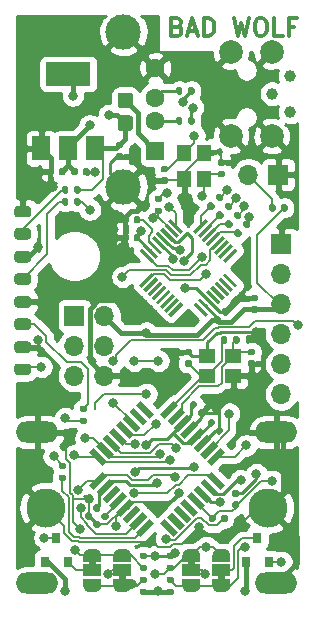
<source format=gbr>
%TF.GenerationSoftware,KiCad,Pcbnew,(5.1.9-16-g1737927814)-1*%
%TF.CreationDate,2021-10-14T17:25:43-05:00*%
%TF.ProjectId,adbuino,61646275-696e-46f2-9e6b-696361645f70,rev?*%
%TF.SameCoordinates,Original*%
%TF.FileFunction,Copper,L1,Top*%
%TF.FilePolarity,Positive*%
%FSLAX46Y46*%
G04 Gerber Fmt 4.6, Leading zero omitted, Abs format (unit mm)*
G04 Created by KiCad (PCBNEW (5.1.9-16-g1737927814)-1) date 2021-10-14 17:25:43*
%MOMM*%
%LPD*%
G01*
G04 APERTURE LIST*
%TA.AperFunction,NonConductor*%
%ADD10C,0.300000*%
%TD*%
%TA.AperFunction,EtchedComponent*%
%ADD11C,0.100000*%
%TD*%
%TA.AperFunction,ComponentPad*%
%ADD12O,3.600000X1.800000*%
%TD*%
%TA.AperFunction,ComponentPad*%
%ADD13C,3.316000*%
%TD*%
%TA.AperFunction,ComponentPad*%
%ADD14O,1.700000X1.700000*%
%TD*%
%TA.AperFunction,ComponentPad*%
%ADD15R,1.700000X1.700000*%
%TD*%
%TA.AperFunction,ComponentPad*%
%ADD16C,2.000000*%
%TD*%
%TA.AperFunction,SMDPad,CuDef*%
%ADD17C,0.100000*%
%TD*%
%TA.AperFunction,ComponentPad*%
%ADD18C,1.000000*%
%TD*%
%TA.AperFunction,SMDPad,CuDef*%
%ADD19R,1.500000X1.000000*%
%TD*%
%TA.AperFunction,SMDPad,CuDef*%
%ADD20R,0.800000X0.900000*%
%TD*%
%TA.AperFunction,SMDPad,CuDef*%
%ADD21R,1.200000X1.400000*%
%TD*%
%TA.AperFunction,SMDPad,CuDef*%
%ADD22R,1.400000X1.200000*%
%TD*%
%TA.AperFunction,SMDPad,CuDef*%
%ADD23R,1.500000X2.000000*%
%TD*%
%TA.AperFunction,SMDPad,CuDef*%
%ADD24R,3.800000X2.000000*%
%TD*%
%TA.AperFunction,ComponentPad*%
%ADD25C,1.600000*%
%TD*%
%TA.AperFunction,ComponentPad*%
%ADD26R,1.500000X1.600000*%
%TD*%
%TA.AperFunction,ComponentPad*%
%ADD27C,3.000000*%
%TD*%
%TA.AperFunction,ViaPad*%
%ADD28C,0.800000*%
%TD*%
%TA.AperFunction,Conductor*%
%ADD29C,0.250000*%
%TD*%
%TA.AperFunction,Conductor*%
%ADD30C,0.150000*%
%TD*%
%TA.AperFunction,Conductor*%
%ADD31C,0.400000*%
%TD*%
%TA.AperFunction,Conductor*%
%ADD32C,0.254000*%
%TD*%
%TA.AperFunction,Conductor*%
%ADD33C,0.100000*%
%TD*%
G04 APERTURE END LIST*
D10*
X39192000Y-26562857D02*
X39406285Y-26634285D01*
X39477714Y-26705714D01*
X39549142Y-26848571D01*
X39549142Y-27062857D01*
X39477714Y-27205714D01*
X39406285Y-27277142D01*
X39263428Y-27348571D01*
X38692000Y-27348571D01*
X38692000Y-25848571D01*
X39192000Y-25848571D01*
X39334857Y-25920000D01*
X39406285Y-25991428D01*
X39477714Y-26134285D01*
X39477714Y-26277142D01*
X39406285Y-26420000D01*
X39334857Y-26491428D01*
X39192000Y-26562857D01*
X38692000Y-26562857D01*
X40120571Y-26920000D02*
X40834857Y-26920000D01*
X39977714Y-27348571D02*
X40477714Y-25848571D01*
X40977714Y-27348571D01*
X41477714Y-27348571D02*
X41477714Y-25848571D01*
X41834857Y-25848571D01*
X42049142Y-25920000D01*
X42192000Y-26062857D01*
X42263428Y-26205714D01*
X42334857Y-26491428D01*
X42334857Y-26705714D01*
X42263428Y-26991428D01*
X42192000Y-27134285D01*
X42049142Y-27277142D01*
X41834857Y-27348571D01*
X41477714Y-27348571D01*
X43977714Y-25848571D02*
X44334857Y-27348571D01*
X44620571Y-26277142D01*
X44906285Y-27348571D01*
X45263428Y-25848571D01*
X46120571Y-25848571D02*
X46406285Y-25848571D01*
X46549142Y-25920000D01*
X46692000Y-26062857D01*
X46763428Y-26348571D01*
X46763428Y-26848571D01*
X46692000Y-27134285D01*
X46549142Y-27277142D01*
X46406285Y-27348571D01*
X46120571Y-27348571D01*
X45977714Y-27277142D01*
X45834857Y-27134285D01*
X45763428Y-26848571D01*
X45763428Y-26348571D01*
X45834857Y-26062857D01*
X45977714Y-25920000D01*
X46120571Y-25848571D01*
X48120571Y-27348571D02*
X47406285Y-27348571D01*
X47406285Y-25848571D01*
X49120571Y-26562857D02*
X48620571Y-26562857D01*
X48620571Y-27348571D02*
X48620571Y-25848571D01*
X49334857Y-25848571D01*
D11*
%TO.C,JP4*%
G36*
X34244000Y-73514000D02*
G01*
X34244000Y-73014000D01*
X34844000Y-73014000D01*
X34844000Y-73514000D01*
X34244000Y-73514000D01*
G37*
%TO.C,JP3*%
G36*
X32304000Y-71714000D02*
G01*
X32304000Y-72214000D01*
X31704000Y-72214000D01*
X31704000Y-71714000D01*
X32304000Y-71714000D01*
G37*
%TO.C,JP2*%
G36*
X42626000Y-73514000D02*
G01*
X42626000Y-73014000D01*
X43226000Y-73014000D01*
X43226000Y-73514000D01*
X42626000Y-73514000D01*
G37*
%TO.C,JP1*%
G36*
X40686000Y-71714000D02*
G01*
X40686000Y-72214000D01*
X40086000Y-72214000D01*
X40086000Y-71714000D01*
X40686000Y-71714000D01*
G37*
%TD*%
D12*
%TO.P,J5,S3*%
%TO.N,GND*%
X27356000Y-73710000D03*
%TO.P,J5,S2*%
X27356000Y-60910000D03*
D13*
%TO.P,J5,S1*%
X28056000Y-67310000D03*
%TD*%
D12*
%TO.P,J4,S3*%
%TO.N,GND*%
X47574000Y-60910000D03*
%TO.P,J4,S2*%
X47574000Y-73710000D03*
D13*
%TO.P,J4,S1*%
X46874000Y-67310000D03*
%TD*%
D14*
%TO.P,J6,6*%
%TO.N,GND*%
X33020000Y-56134000D03*
%TO.P,J6,5*%
%TO.N,/RESET*%
X30480000Y-56134000D03*
%TO.P,J6,4*%
%TO.N,ATMEGA_SPI_MOSI*%
X33020000Y-53594000D03*
%TO.P,J6,3*%
%TO.N,ATMEGA_SPI_SCLK*%
X30480000Y-53594000D03*
%TO.P,J6,2*%
%TO.N,+3V3*%
X33020000Y-51054000D03*
D15*
%TO.P,J6,1*%
%TO.N,ATMEGA_SPI_MISO*%
X30480000Y-51054000D03*
%TD*%
%TO.P,R18,2*%
%TO.N,Net-(D4-Pad2)*%
%TA.AperFunction,SMDPad,CuDef*%
G36*
G01*
X29649000Y-64022000D02*
X29279000Y-64022000D01*
G75*
G02*
X29144000Y-63887000I0J135000D01*
G01*
X29144000Y-63617000D01*
G75*
G02*
X29279000Y-63482000I135000J0D01*
G01*
X29649000Y-63482000D01*
G75*
G02*
X29784000Y-63617000I0J-135000D01*
G01*
X29784000Y-63887000D01*
G75*
G02*
X29649000Y-64022000I-135000J0D01*
G01*
G37*
%TD.AperFunction*%
%TO.P,R18,1*%
%TO.N,USB_STAT_LED*%
%TA.AperFunction,SMDPad,CuDef*%
G36*
G01*
X29649000Y-65042000D02*
X29279000Y-65042000D01*
G75*
G02*
X29144000Y-64907000I0J135000D01*
G01*
X29144000Y-64637000D01*
G75*
G02*
X29279000Y-64502000I135000J0D01*
G01*
X29649000Y-64502000D01*
G75*
G02*
X29784000Y-64637000I0J-135000D01*
G01*
X29784000Y-64907000D01*
G75*
G02*
X29649000Y-65042000I-135000J0D01*
G01*
G37*
%TD.AperFunction*%
%TD*%
D16*
%TO.P,J2,MH4*%
%TO.N,GND*%
X43743000Y-28683000D03*
%TO.P,J2,MH3*%
X43743000Y-35833000D03*
%TO.P,J2,MH2*%
X47193000Y-35833000D03*
%TO.P,J2,MH1*%
X47193000Y-28683000D03*
%TD*%
%TA.AperFunction,SMDPad,CuDef*%
D17*
%TO.P,IC1,32*%
%TO.N,N/C*%
G36*
X39707382Y-50111624D02*
G01*
X38664400Y-51154606D01*
X38452268Y-50942474D01*
X39495250Y-49899492D01*
X39707382Y-50111624D01*
G37*
%TD.AperFunction*%
%TA.AperFunction,SMDPad,CuDef*%
%TO.P,IC1,31*%
G36*
X39353829Y-49758070D02*
G01*
X38310847Y-50801052D01*
X38098715Y-50588920D01*
X39141697Y-49545938D01*
X39353829Y-49758070D01*
G37*
%TD.AperFunction*%
%TA.AperFunction,SMDPad,CuDef*%
%TO.P,IC1,30*%
G36*
X39000275Y-49404517D02*
G01*
X37957293Y-50447499D01*
X37745161Y-50235367D01*
X38788143Y-49192385D01*
X39000275Y-49404517D01*
G37*
%TD.AperFunction*%
%TA.AperFunction,SMDPad,CuDef*%
%TO.P,IC1,29*%
G36*
X38646722Y-49050963D02*
G01*
X37603740Y-50093945D01*
X37391608Y-49881813D01*
X38434590Y-48838831D01*
X38646722Y-49050963D01*
G37*
%TD.AperFunction*%
%TA.AperFunction,SMDPad,CuDef*%
%TO.P,IC1,28*%
G36*
X38293169Y-48697410D02*
G01*
X37250187Y-49740392D01*
X37038055Y-49528260D01*
X38081037Y-48485278D01*
X38293169Y-48697410D01*
G37*
%TD.AperFunction*%
%TA.AperFunction,SMDPad,CuDef*%
%TO.P,IC1,27*%
G36*
X37939615Y-48343857D02*
G01*
X36896633Y-49386839D01*
X36684501Y-49174707D01*
X37727483Y-48131725D01*
X37939615Y-48343857D01*
G37*
%TD.AperFunction*%
%TA.AperFunction,SMDPad,CuDef*%
%TO.P,IC1,26*%
G36*
X37586062Y-47990303D02*
G01*
X36543080Y-49033285D01*
X36330948Y-48821153D01*
X37373930Y-47778171D01*
X37586062Y-47990303D01*
G37*
%TD.AperFunction*%
%TA.AperFunction,SMDPad,CuDef*%
%TO.P,IC1,25*%
%TO.N,Net-(C10-Pad1)*%
G36*
X37232508Y-47636750D02*
G01*
X36189526Y-48679732D01*
X35977394Y-48467600D01*
X37020376Y-47424618D01*
X37232508Y-47636750D01*
G37*
%TD.AperFunction*%
%TA.AperFunction,SMDPad,CuDef*%
%TO.P,IC1,24*%
%TO.N,Net-(C11-Pad1)*%
G36*
X36189526Y-45320268D02*
G01*
X37232508Y-46363250D01*
X37020376Y-46575382D01*
X35977394Y-45532400D01*
X36189526Y-45320268D01*
G37*
%TD.AperFunction*%
%TA.AperFunction,SMDPad,CuDef*%
%TO.P,IC1,23*%
%TO.N,+3V3*%
G36*
X36543080Y-44966715D02*
G01*
X37586062Y-46009697D01*
X37373930Y-46221829D01*
X36330948Y-45178847D01*
X36543080Y-44966715D01*
G37*
%TD.AperFunction*%
%TA.AperFunction,SMDPad,CuDef*%
%TO.P,IC1,22*%
%TO.N,Net-(C12-Pad1)*%
G36*
X36896633Y-44613161D02*
G01*
X37939615Y-45656143D01*
X37727483Y-45868275D01*
X36684501Y-44825293D01*
X36896633Y-44613161D01*
G37*
%TD.AperFunction*%
%TA.AperFunction,SMDPad,CuDef*%
%TO.P,IC1,21*%
%TO.N,Host_USB_D+*%
G36*
X37250187Y-44259608D02*
G01*
X38293169Y-45302590D01*
X38081037Y-45514722D01*
X37038055Y-44471740D01*
X37250187Y-44259608D01*
G37*
%TD.AperFunction*%
%TA.AperFunction,SMDPad,CuDef*%
%TO.P,IC1,20*%
%TO.N,Host_USB_D-*%
G36*
X37603740Y-43906055D02*
G01*
X38646722Y-44949037D01*
X38434590Y-45161169D01*
X37391608Y-44118187D01*
X37603740Y-43906055D01*
G37*
%TD.AperFunction*%
%TA.AperFunction,SMDPad,CuDef*%
%TO.P,IC1,19*%
%TO.N,GND*%
G36*
X37957293Y-43552501D02*
G01*
X39000275Y-44595483D01*
X38788143Y-44807615D01*
X37745161Y-43764633D01*
X37957293Y-43552501D01*
G37*
%TD.AperFunction*%
%TA.AperFunction,SMDPad,CuDef*%
%TO.P,IC1,18*%
%TO.N,MAX3421_INT*%
G36*
X38310847Y-43198948D02*
G01*
X39353829Y-44241930D01*
X39141697Y-44454062D01*
X38098715Y-43411080D01*
X38310847Y-43198948D01*
G37*
%TD.AperFunction*%
%TA.AperFunction,SMDPad,CuDef*%
%TO.P,IC1,17*%
%TO.N,MAX3421_GPX*%
G36*
X38664400Y-42845394D02*
G01*
X39707382Y-43888376D01*
X39495250Y-44100508D01*
X38452268Y-43057526D01*
X38664400Y-42845394D01*
G37*
%TD.AperFunction*%
%TA.AperFunction,SMDPad,CuDef*%
%TO.P,IC1,16*%
%TO.N,MAX3421_SPI_MOSI*%
G36*
X41811732Y-43057526D02*
G01*
X40768750Y-44100508D01*
X40556618Y-43888376D01*
X41599600Y-42845394D01*
X41811732Y-43057526D01*
G37*
%TD.AperFunction*%
%TA.AperFunction,SMDPad,CuDef*%
%TO.P,IC1,15*%
%TO.N,MAX3421_SPI_MISO*%
G36*
X42165285Y-43411080D02*
G01*
X41122303Y-44454062D01*
X40910171Y-44241930D01*
X41953153Y-43198948D01*
X42165285Y-43411080D01*
G37*
%TD.AperFunction*%
%TA.AperFunction,SMDPad,CuDef*%
%TO.P,IC1,14*%
%TO.N,MAX3421_SS*%
G36*
X42518839Y-43764633D02*
G01*
X41475857Y-44807615D01*
X41263725Y-44595483D01*
X42306707Y-43552501D01*
X42518839Y-43764633D01*
G37*
%TD.AperFunction*%
%TA.AperFunction,SMDPad,CuDef*%
%TO.P,IC1,13*%
%TO.N,MAX3421_SPI_SCLK*%
G36*
X42872392Y-44118187D02*
G01*
X41829410Y-45161169D01*
X41617278Y-44949037D01*
X42660260Y-43906055D01*
X42872392Y-44118187D01*
G37*
%TD.AperFunction*%
%TA.AperFunction,SMDPad,CuDef*%
%TO.P,IC1,12*%
%TO.N,MAX3421_RESET*%
G36*
X43225945Y-44471740D02*
G01*
X42182963Y-45514722D01*
X41970831Y-45302590D01*
X43013813Y-44259608D01*
X43225945Y-44471740D01*
G37*
%TD.AperFunction*%
%TA.AperFunction,SMDPad,CuDef*%
%TO.P,IC1,11*%
%TO.N,N/C*%
G36*
X43579499Y-44825293D02*
G01*
X42536517Y-45868275D01*
X42324385Y-45656143D01*
X43367367Y-44613161D01*
X43579499Y-44825293D01*
G37*
%TD.AperFunction*%
%TA.AperFunction,SMDPad,CuDef*%
%TO.P,IC1,10*%
G36*
X43933052Y-45178847D02*
G01*
X42890070Y-46221829D01*
X42677938Y-46009697D01*
X43720920Y-44966715D01*
X43933052Y-45178847D01*
G37*
%TD.AperFunction*%
%TA.AperFunction,SMDPad,CuDef*%
%TO.P,IC1,9*%
G36*
X44286606Y-45532400D02*
G01*
X43243624Y-46575382D01*
X43031492Y-46363250D01*
X44074474Y-45320268D01*
X44286606Y-45532400D01*
G37*
%TD.AperFunction*%
%TA.AperFunction,SMDPad,CuDef*%
%TO.P,IC1,8*%
G36*
X43243624Y-47424618D02*
G01*
X44286606Y-48467600D01*
X44074474Y-48679732D01*
X43031492Y-47636750D01*
X43243624Y-47424618D01*
G37*
%TD.AperFunction*%
%TA.AperFunction,SMDPad,CuDef*%
%TO.P,IC1,7*%
G36*
X42890070Y-47778171D02*
G01*
X43933052Y-48821153D01*
X43720920Y-49033285D01*
X42677938Y-47990303D01*
X42890070Y-47778171D01*
G37*
%TD.AperFunction*%
%TA.AperFunction,SMDPad,CuDef*%
%TO.P,IC1,6*%
G36*
X42536517Y-48131725D02*
G01*
X43579499Y-49174707D01*
X43367367Y-49386839D01*
X42324385Y-48343857D01*
X42536517Y-48131725D01*
G37*
%TD.AperFunction*%
%TA.AperFunction,SMDPad,CuDef*%
%TO.P,IC1,5*%
G36*
X42182963Y-48485278D02*
G01*
X43225945Y-49528260D01*
X43013813Y-49740392D01*
X41970831Y-48697410D01*
X42182963Y-48485278D01*
G37*
%TD.AperFunction*%
%TA.AperFunction,SMDPad,CuDef*%
%TO.P,IC1,4*%
G36*
X41829410Y-48838831D02*
G01*
X42872392Y-49881813D01*
X42660260Y-50093945D01*
X41617278Y-49050963D01*
X41829410Y-48838831D01*
G37*
%TD.AperFunction*%
%TA.AperFunction,SMDPad,CuDef*%
%TO.P,IC1,3*%
%TO.N,GND*%
G36*
X41475857Y-49192385D02*
G01*
X42518839Y-50235367D01*
X42306707Y-50447499D01*
X41263725Y-49404517D01*
X41475857Y-49192385D01*
G37*
%TD.AperFunction*%
%TA.AperFunction,SMDPad,CuDef*%
%TO.P,IC1,2*%
%TO.N,+3V3*%
G36*
X41122303Y-49545938D02*
G01*
X42165285Y-50588920D01*
X41953153Y-50801052D01*
X40910171Y-49758070D01*
X41122303Y-49545938D01*
G37*
%TD.AperFunction*%
%TA.AperFunction,SMDPad,CuDef*%
%TO.P,IC1,1*%
%TO.N,N/C*%
G36*
X40768750Y-49899492D02*
G01*
X41811732Y-50942474D01*
X41599600Y-51154606D01*
X40556618Y-50111624D01*
X40768750Y-49899492D01*
G37*
%TD.AperFunction*%
%TD*%
%TO.P,D4,2*%
%TO.N,Net-(D4-Pad2)*%
%TA.AperFunction,SMDPad,CuDef*%
G36*
G01*
X25654950Y-55096200D02*
X26567450Y-55096200D01*
G75*
G02*
X26811200Y-55339950I0J-243750D01*
G01*
X26811200Y-55827450D01*
G75*
G02*
X26567450Y-56071200I-243750J0D01*
G01*
X25654950Y-56071200D01*
G75*
G02*
X25411200Y-55827450I0J243750D01*
G01*
X25411200Y-55339950D01*
G75*
G02*
X25654950Y-55096200I243750J0D01*
G01*
G37*
%TD.AperFunction*%
%TO.P,D4,1*%
%TO.N,GND*%
%TA.AperFunction,SMDPad,CuDef*%
G36*
G01*
X25654950Y-53221200D02*
X26567450Y-53221200D01*
G75*
G02*
X26811200Y-53464950I0J-243750D01*
G01*
X26811200Y-53952450D01*
G75*
G02*
X26567450Y-54196200I-243750J0D01*
G01*
X25654950Y-54196200D01*
G75*
G02*
X25411200Y-53952450I0J243750D01*
G01*
X25411200Y-53464950D01*
G75*
G02*
X25654950Y-53221200I243750J0D01*
G01*
G37*
%TD.AperFunction*%
%TD*%
D18*
%TO.P,TP3,1*%
%TO.N,Net-(J2-Pad4)*%
X48768000Y-33782000D03*
%TD*%
D14*
%TO.P,J7,2*%
%TO.N,OPTION_SELECT*%
X45212000Y-39116000D03*
D15*
%TO.P,J7,1*%
%TO.N,GND*%
X47752000Y-39116000D03*
%TD*%
%TO.P,R17,2*%
%TO.N,OPTION_SELECT*%
%TA.AperFunction,SMDPad,CuDef*%
G36*
G01*
X47514000Y-41725000D02*
X47514000Y-42095000D01*
G75*
G02*
X47379000Y-42230000I-135000J0D01*
G01*
X47109000Y-42230000D01*
G75*
G02*
X46974000Y-42095000I0J135000D01*
G01*
X46974000Y-41725000D01*
G75*
G02*
X47109000Y-41590000I135000J0D01*
G01*
X47379000Y-41590000D01*
G75*
G02*
X47514000Y-41725000I0J-135000D01*
G01*
G37*
%TD.AperFunction*%
%TO.P,R17,1*%
%TO.N,+3V3*%
%TA.AperFunction,SMDPad,CuDef*%
G36*
G01*
X48534000Y-41725000D02*
X48534000Y-42095000D01*
G75*
G02*
X48399000Y-42230000I-135000J0D01*
G01*
X48129000Y-42230000D01*
G75*
G02*
X47994000Y-42095000I0J135000D01*
G01*
X47994000Y-41725000D01*
G75*
G02*
X48129000Y-41590000I135000J0D01*
G01*
X48399000Y-41590000D01*
G75*
G02*
X48534000Y-41725000I0J-135000D01*
G01*
G37*
%TD.AperFunction*%
%TD*%
D18*
%TO.P,TP2,1*%
%TO.N,Net-(J2-Pad3)*%
X47244000Y-32258000D03*
%TD*%
%TO.P,TP1,1*%
%TO.N,Net-(J2-Pad2)*%
X48768000Y-30734000D03*
%TD*%
%TA.AperFunction,SMDPad,CuDef*%
D17*
%TO.P,JP4,1*%
%TO.N,ADB_PWR_ON_LV*%
G36*
X35294000Y-73364000D02*
G01*
X35294000Y-73914000D01*
X35293398Y-73914000D01*
X35293398Y-73938534D01*
X35288588Y-73987365D01*
X35279016Y-74035490D01*
X35264772Y-74082445D01*
X35245995Y-74127778D01*
X35222864Y-74171051D01*
X35195604Y-74211850D01*
X35164476Y-74249779D01*
X35129779Y-74284476D01*
X35091850Y-74315604D01*
X35051051Y-74342864D01*
X35007778Y-74365995D01*
X34962445Y-74384772D01*
X34915490Y-74399016D01*
X34867365Y-74408588D01*
X34818534Y-74413398D01*
X34794000Y-74413398D01*
X34794000Y-74414000D01*
X34294000Y-74414000D01*
X34294000Y-74413398D01*
X34269466Y-74413398D01*
X34220635Y-74408588D01*
X34172510Y-74399016D01*
X34125555Y-74384772D01*
X34080222Y-74365995D01*
X34036949Y-74342864D01*
X33996150Y-74315604D01*
X33958221Y-74284476D01*
X33923524Y-74249779D01*
X33892396Y-74211850D01*
X33865136Y-74171051D01*
X33842005Y-74127778D01*
X33823228Y-74082445D01*
X33808984Y-74035490D01*
X33799412Y-73987365D01*
X33794602Y-73938534D01*
X33794602Y-73914000D01*
X33794000Y-73914000D01*
X33794000Y-73364000D01*
X35294000Y-73364000D01*
G37*
%TD.AperFunction*%
D19*
%TO.P,JP4,2*%
%TO.N,Net-(JP4-Pad2)*%
X34544000Y-72614000D03*
%TA.AperFunction,SMDPad,CuDef*%
D17*
%TO.P,JP4,3*%
%TO.N,ADB_1_PWR_ON*%
G36*
X33794602Y-71314000D02*
G01*
X33794602Y-71289466D01*
X33799412Y-71240635D01*
X33808984Y-71192510D01*
X33823228Y-71145555D01*
X33842005Y-71100222D01*
X33865136Y-71056949D01*
X33892396Y-71016150D01*
X33923524Y-70978221D01*
X33958221Y-70943524D01*
X33996150Y-70912396D01*
X34036949Y-70885136D01*
X34080222Y-70862005D01*
X34125555Y-70843228D01*
X34172510Y-70828984D01*
X34220635Y-70819412D01*
X34269466Y-70814602D01*
X34294000Y-70814602D01*
X34294000Y-70814000D01*
X34794000Y-70814000D01*
X34794000Y-70814602D01*
X34818534Y-70814602D01*
X34867365Y-70819412D01*
X34915490Y-70828984D01*
X34962445Y-70843228D01*
X35007778Y-70862005D01*
X35051051Y-70885136D01*
X35091850Y-70912396D01*
X35129779Y-70943524D01*
X35164476Y-70978221D01*
X35195604Y-71016150D01*
X35222864Y-71056949D01*
X35245995Y-71100222D01*
X35264772Y-71145555D01*
X35279016Y-71192510D01*
X35288588Y-71240635D01*
X35293398Y-71289466D01*
X35293398Y-71314000D01*
X35294000Y-71314000D01*
X35294000Y-71864000D01*
X33794000Y-71864000D01*
X33794000Y-71314000D01*
X33794602Y-71314000D01*
G37*
%TD.AperFunction*%
%TD*%
%TA.AperFunction,SMDPad,CuDef*%
%TO.P,JP3,1*%
%TO.N,ADB_1_PWR_ON*%
G36*
X31254000Y-71864000D02*
G01*
X31254000Y-71314000D01*
X31254602Y-71314000D01*
X31254602Y-71289466D01*
X31259412Y-71240635D01*
X31268984Y-71192510D01*
X31283228Y-71145555D01*
X31302005Y-71100222D01*
X31325136Y-71056949D01*
X31352396Y-71016150D01*
X31383524Y-70978221D01*
X31418221Y-70943524D01*
X31456150Y-70912396D01*
X31496949Y-70885136D01*
X31540222Y-70862005D01*
X31585555Y-70843228D01*
X31632510Y-70828984D01*
X31680635Y-70819412D01*
X31729466Y-70814602D01*
X31754000Y-70814602D01*
X31754000Y-70814000D01*
X32254000Y-70814000D01*
X32254000Y-70814602D01*
X32278534Y-70814602D01*
X32327365Y-70819412D01*
X32375490Y-70828984D01*
X32422445Y-70843228D01*
X32467778Y-70862005D01*
X32511051Y-70885136D01*
X32551850Y-70912396D01*
X32589779Y-70943524D01*
X32624476Y-70978221D01*
X32655604Y-71016150D01*
X32682864Y-71056949D01*
X32705995Y-71100222D01*
X32724772Y-71145555D01*
X32739016Y-71192510D01*
X32748588Y-71240635D01*
X32753398Y-71289466D01*
X32753398Y-71314000D01*
X32754000Y-71314000D01*
X32754000Y-71864000D01*
X31254000Y-71864000D01*
G37*
%TD.AperFunction*%
D19*
%TO.P,JP3,2*%
%TO.N,Net-(JP3-Pad2)*%
X32004000Y-72614000D03*
%TA.AperFunction,SMDPad,CuDef*%
D17*
%TO.P,JP3,3*%
%TO.N,ADB_PWR_ON_LV*%
G36*
X32753398Y-73914000D02*
G01*
X32753398Y-73938534D01*
X32748588Y-73987365D01*
X32739016Y-74035490D01*
X32724772Y-74082445D01*
X32705995Y-74127778D01*
X32682864Y-74171051D01*
X32655604Y-74211850D01*
X32624476Y-74249779D01*
X32589779Y-74284476D01*
X32551850Y-74315604D01*
X32511051Y-74342864D01*
X32467778Y-74365995D01*
X32422445Y-74384772D01*
X32375490Y-74399016D01*
X32327365Y-74408588D01*
X32278534Y-74413398D01*
X32254000Y-74413398D01*
X32254000Y-74414000D01*
X31754000Y-74414000D01*
X31754000Y-74413398D01*
X31729466Y-74413398D01*
X31680635Y-74408588D01*
X31632510Y-74399016D01*
X31585555Y-74384772D01*
X31540222Y-74365995D01*
X31496949Y-74342864D01*
X31456150Y-74315604D01*
X31418221Y-74284476D01*
X31383524Y-74249779D01*
X31352396Y-74211850D01*
X31325136Y-74171051D01*
X31302005Y-74127778D01*
X31283228Y-74082445D01*
X31268984Y-74035490D01*
X31259412Y-73987365D01*
X31254602Y-73938534D01*
X31254602Y-73914000D01*
X31254000Y-73914000D01*
X31254000Y-73364000D01*
X32754000Y-73364000D01*
X32754000Y-73914000D01*
X32753398Y-73914000D01*
G37*
%TD.AperFunction*%
%TD*%
%TA.AperFunction,SMDPad,CuDef*%
%TO.P,JP2,1*%
%TO.N,ADB_DATA_LV*%
G36*
X43676000Y-73364000D02*
G01*
X43676000Y-73914000D01*
X43675398Y-73914000D01*
X43675398Y-73938534D01*
X43670588Y-73987365D01*
X43661016Y-74035490D01*
X43646772Y-74082445D01*
X43627995Y-74127778D01*
X43604864Y-74171051D01*
X43577604Y-74211850D01*
X43546476Y-74249779D01*
X43511779Y-74284476D01*
X43473850Y-74315604D01*
X43433051Y-74342864D01*
X43389778Y-74365995D01*
X43344445Y-74384772D01*
X43297490Y-74399016D01*
X43249365Y-74408588D01*
X43200534Y-74413398D01*
X43176000Y-74413398D01*
X43176000Y-74414000D01*
X42676000Y-74414000D01*
X42676000Y-74413398D01*
X42651466Y-74413398D01*
X42602635Y-74408588D01*
X42554510Y-74399016D01*
X42507555Y-74384772D01*
X42462222Y-74365995D01*
X42418949Y-74342864D01*
X42378150Y-74315604D01*
X42340221Y-74284476D01*
X42305524Y-74249779D01*
X42274396Y-74211850D01*
X42247136Y-74171051D01*
X42224005Y-74127778D01*
X42205228Y-74082445D01*
X42190984Y-74035490D01*
X42181412Y-73987365D01*
X42176602Y-73938534D01*
X42176602Y-73914000D01*
X42176000Y-73914000D01*
X42176000Y-73364000D01*
X43676000Y-73364000D01*
G37*
%TD.AperFunction*%
D19*
%TO.P,JP2,2*%
%TO.N,Net-(JP2-Pad2)*%
X42926000Y-72614000D03*
%TA.AperFunction,SMDPad,CuDef*%
D17*
%TO.P,JP2,3*%
%TO.N,ADB_1_DATA*%
G36*
X42176602Y-71314000D02*
G01*
X42176602Y-71289466D01*
X42181412Y-71240635D01*
X42190984Y-71192510D01*
X42205228Y-71145555D01*
X42224005Y-71100222D01*
X42247136Y-71056949D01*
X42274396Y-71016150D01*
X42305524Y-70978221D01*
X42340221Y-70943524D01*
X42378150Y-70912396D01*
X42418949Y-70885136D01*
X42462222Y-70862005D01*
X42507555Y-70843228D01*
X42554510Y-70828984D01*
X42602635Y-70819412D01*
X42651466Y-70814602D01*
X42676000Y-70814602D01*
X42676000Y-70814000D01*
X43176000Y-70814000D01*
X43176000Y-70814602D01*
X43200534Y-70814602D01*
X43249365Y-70819412D01*
X43297490Y-70828984D01*
X43344445Y-70843228D01*
X43389778Y-70862005D01*
X43433051Y-70885136D01*
X43473850Y-70912396D01*
X43511779Y-70943524D01*
X43546476Y-70978221D01*
X43577604Y-71016150D01*
X43604864Y-71056949D01*
X43627995Y-71100222D01*
X43646772Y-71145555D01*
X43661016Y-71192510D01*
X43670588Y-71240635D01*
X43675398Y-71289466D01*
X43675398Y-71314000D01*
X43676000Y-71314000D01*
X43676000Y-71864000D01*
X42176000Y-71864000D01*
X42176000Y-71314000D01*
X42176602Y-71314000D01*
G37*
%TD.AperFunction*%
%TD*%
%TA.AperFunction,SMDPad,CuDef*%
%TO.P,JP1,1*%
%TO.N,ADB_1_DATA*%
G36*
X39636000Y-71864000D02*
G01*
X39636000Y-71314000D01*
X39636602Y-71314000D01*
X39636602Y-71289466D01*
X39641412Y-71240635D01*
X39650984Y-71192510D01*
X39665228Y-71145555D01*
X39684005Y-71100222D01*
X39707136Y-71056949D01*
X39734396Y-71016150D01*
X39765524Y-70978221D01*
X39800221Y-70943524D01*
X39838150Y-70912396D01*
X39878949Y-70885136D01*
X39922222Y-70862005D01*
X39967555Y-70843228D01*
X40014510Y-70828984D01*
X40062635Y-70819412D01*
X40111466Y-70814602D01*
X40136000Y-70814602D01*
X40136000Y-70814000D01*
X40636000Y-70814000D01*
X40636000Y-70814602D01*
X40660534Y-70814602D01*
X40709365Y-70819412D01*
X40757490Y-70828984D01*
X40804445Y-70843228D01*
X40849778Y-70862005D01*
X40893051Y-70885136D01*
X40933850Y-70912396D01*
X40971779Y-70943524D01*
X41006476Y-70978221D01*
X41037604Y-71016150D01*
X41064864Y-71056949D01*
X41087995Y-71100222D01*
X41106772Y-71145555D01*
X41121016Y-71192510D01*
X41130588Y-71240635D01*
X41135398Y-71289466D01*
X41135398Y-71314000D01*
X41136000Y-71314000D01*
X41136000Y-71864000D01*
X39636000Y-71864000D01*
G37*
%TD.AperFunction*%
D19*
%TO.P,JP1,2*%
%TO.N,Net-(JP1-Pad2)*%
X40386000Y-72614000D03*
%TA.AperFunction,SMDPad,CuDef*%
D17*
%TO.P,JP1,3*%
%TO.N,ADB_DATA_LV*%
G36*
X41135398Y-73914000D02*
G01*
X41135398Y-73938534D01*
X41130588Y-73987365D01*
X41121016Y-74035490D01*
X41106772Y-74082445D01*
X41087995Y-74127778D01*
X41064864Y-74171051D01*
X41037604Y-74211850D01*
X41006476Y-74249779D01*
X40971779Y-74284476D01*
X40933850Y-74315604D01*
X40893051Y-74342864D01*
X40849778Y-74365995D01*
X40804445Y-74384772D01*
X40757490Y-74399016D01*
X40709365Y-74408588D01*
X40660534Y-74413398D01*
X40636000Y-74413398D01*
X40636000Y-74414000D01*
X40136000Y-74414000D01*
X40136000Y-74413398D01*
X40111466Y-74413398D01*
X40062635Y-74408588D01*
X40014510Y-74399016D01*
X39967555Y-74384772D01*
X39922222Y-74365995D01*
X39878949Y-74342864D01*
X39838150Y-74315604D01*
X39800221Y-74284476D01*
X39765524Y-74249779D01*
X39734396Y-74211850D01*
X39707136Y-74171051D01*
X39684005Y-74127778D01*
X39665228Y-74082445D01*
X39650984Y-74035490D01*
X39641412Y-73987365D01*
X39636602Y-73938534D01*
X39636602Y-73914000D01*
X39636000Y-73914000D01*
X39636000Y-73364000D01*
X41136000Y-73364000D01*
X41136000Y-73914000D01*
X41135398Y-73914000D01*
G37*
%TD.AperFunction*%
%TD*%
%TO.P,R16,2*%
%TO.N,ATMEGA_SPI_SCLK*%
%TA.AperFunction,SMDPad,CuDef*%
G36*
G01*
X45004520Y-43649109D02*
X44742891Y-43387480D01*
G75*
G02*
X44742891Y-43196562I95459J95459D01*
G01*
X44933810Y-43005643D01*
G75*
G02*
X45124728Y-43005643I95459J-95459D01*
G01*
X45386357Y-43267272D01*
G75*
G02*
X45386357Y-43458190I-95459J-95459D01*
G01*
X45195438Y-43649109D01*
G75*
G02*
X45004520Y-43649109I-95459J95459D01*
G01*
G37*
%TD.AperFunction*%
%TO.P,R16,1*%
%TO.N,MAX3421_SPI_SCLK*%
%TA.AperFunction,SMDPad,CuDef*%
G36*
G01*
X44283272Y-44370357D02*
X44021643Y-44108728D01*
G75*
G02*
X44021643Y-43917810I95459J95459D01*
G01*
X44212562Y-43726891D01*
G75*
G02*
X44403480Y-43726891I95459J-95459D01*
G01*
X44665109Y-43988520D01*
G75*
G02*
X44665109Y-44179438I-95459J-95459D01*
G01*
X44474190Y-44370357D01*
G75*
G02*
X44283272Y-44370357I-95459J95459D01*
G01*
G37*
%TD.AperFunction*%
%TD*%
%TO.P,R14,2*%
%TO.N,ATMEGA_SPI_MOSI*%
%TA.AperFunction,SMDPad,CuDef*%
G36*
G01*
X42718520Y-41363109D02*
X42456891Y-41101480D01*
G75*
G02*
X42456891Y-40910562I95459J95459D01*
G01*
X42647810Y-40719643D01*
G75*
G02*
X42838728Y-40719643I95459J-95459D01*
G01*
X43100357Y-40981272D01*
G75*
G02*
X43100357Y-41172190I-95459J-95459D01*
G01*
X42909438Y-41363109D01*
G75*
G02*
X42718520Y-41363109I-95459J95459D01*
G01*
G37*
%TD.AperFunction*%
%TO.P,R14,1*%
%TO.N,MAX3421_SPI_MOSI*%
%TA.AperFunction,SMDPad,CuDef*%
G36*
G01*
X41997272Y-42084357D02*
X41735643Y-41822728D01*
G75*
G02*
X41735643Y-41631810I95459J95459D01*
G01*
X41926562Y-41440891D01*
G75*
G02*
X42117480Y-41440891I95459J-95459D01*
G01*
X42379109Y-41702520D01*
G75*
G02*
X42379109Y-41893438I-95459J-95459D01*
G01*
X42188190Y-42084357D01*
G75*
G02*
X41997272Y-42084357I-95459J95459D01*
G01*
G37*
%TD.AperFunction*%
%TD*%
%TO.P,R13,2*%
%TO.N,ATMEGA_SS*%
%TA.AperFunction,SMDPad,CuDef*%
G36*
G01*
X44242520Y-42887109D02*
X43980891Y-42625480D01*
G75*
G02*
X43980891Y-42434562I95459J95459D01*
G01*
X44171810Y-42243643D01*
G75*
G02*
X44362728Y-42243643I95459J-95459D01*
G01*
X44624357Y-42505272D01*
G75*
G02*
X44624357Y-42696190I-95459J-95459D01*
G01*
X44433438Y-42887109D01*
G75*
G02*
X44242520Y-42887109I-95459J95459D01*
G01*
G37*
%TD.AperFunction*%
%TO.P,R13,1*%
%TO.N,MAX3421_SS*%
%TA.AperFunction,SMDPad,CuDef*%
G36*
G01*
X43521272Y-43608357D02*
X43259643Y-43346728D01*
G75*
G02*
X43259643Y-43155810I95459J95459D01*
G01*
X43450562Y-42964891D01*
G75*
G02*
X43641480Y-42964891I95459J-95459D01*
G01*
X43903109Y-43226520D01*
G75*
G02*
X43903109Y-43417438I-95459J-95459D01*
G01*
X43712190Y-43608357D01*
G75*
G02*
X43521272Y-43608357I-95459J95459D01*
G01*
G37*
%TD.AperFunction*%
%TD*%
%TO.P,R15,2*%
%TO.N,ATMEGA_SPI_MISO*%
%TA.AperFunction,SMDPad,CuDef*%
G36*
G01*
X43480520Y-42125109D02*
X43218891Y-41863480D01*
G75*
G02*
X43218891Y-41672562I95459J95459D01*
G01*
X43409810Y-41481643D01*
G75*
G02*
X43600728Y-41481643I95459J-95459D01*
G01*
X43862357Y-41743272D01*
G75*
G02*
X43862357Y-41934190I-95459J-95459D01*
G01*
X43671438Y-42125109D01*
G75*
G02*
X43480520Y-42125109I-95459J95459D01*
G01*
G37*
%TD.AperFunction*%
%TO.P,R15,1*%
%TO.N,MAX3421_SPI_MISO*%
%TA.AperFunction,SMDPad,CuDef*%
G36*
G01*
X42759272Y-42846357D02*
X42497643Y-42584728D01*
G75*
G02*
X42497643Y-42393810I95459J95459D01*
G01*
X42688562Y-42202891D01*
G75*
G02*
X42879480Y-42202891I95459J-95459D01*
G01*
X43141109Y-42464520D01*
G75*
G02*
X43141109Y-42655438I-95459J-95459D01*
G01*
X42950190Y-42846357D01*
G75*
G02*
X42759272Y-42846357I-95459J95459D01*
G01*
G37*
%TD.AperFunction*%
%TD*%
D20*
%TO.P,Q1,3*%
%TO.N,Net-(JP2-Pad2)*%
X45974000Y-69866000D03*
%TO.P,Q1,2*%
%TO.N,Net-(JP1-Pad2)*%
X46924000Y-71866000D03*
%TO.P,Q1,1*%
%TO.N,+3V3*%
X45024000Y-71866000D03*
%TD*%
%TO.P,C12,2*%
%TO.N,GND*%
%TA.AperFunction,SMDPad,CuDef*%
G36*
G01*
X35106000Y-42756000D02*
X35106000Y-43096000D01*
G75*
G02*
X34966000Y-43236000I-140000J0D01*
G01*
X34686000Y-43236000D01*
G75*
G02*
X34546000Y-43096000I0J140000D01*
G01*
X34546000Y-42756000D01*
G75*
G02*
X34686000Y-42616000I140000J0D01*
G01*
X34966000Y-42616000D01*
G75*
G02*
X35106000Y-42756000I0J-140000D01*
G01*
G37*
%TD.AperFunction*%
%TO.P,C12,1*%
%TO.N,Net-(C12-Pad1)*%
%TA.AperFunction,SMDPad,CuDef*%
G36*
G01*
X36066000Y-42756000D02*
X36066000Y-43096000D01*
G75*
G02*
X35926000Y-43236000I-140000J0D01*
G01*
X35646000Y-43236000D01*
G75*
G02*
X35506000Y-43096000I0J140000D01*
G01*
X35506000Y-42756000D01*
G75*
G02*
X35646000Y-42616000I140000J0D01*
G01*
X35926000Y-42616000D01*
G75*
G02*
X36066000Y-42756000I0J-140000D01*
G01*
G37*
%TD.AperFunction*%
%TD*%
D21*
%TO.P,Y2,4*%
%TO.N,GND*%
X39790000Y-39454000D03*
%TO.P,Y2,3*%
%TO.N,Net-(C10-Pad1)*%
X39790000Y-37254000D03*
%TO.P,Y2,2*%
%TO.N,GND*%
X41490000Y-37254000D03*
%TO.P,Y2,1*%
%TO.N,Net-(C11-Pad1)*%
X41490000Y-39454000D03*
%TD*%
%TO.P,C13,2*%
%TO.N,GND*%
%TA.AperFunction,SMDPad,CuDef*%
G36*
G01*
X45890000Y-49838000D02*
X45550000Y-49838000D01*
G75*
G02*
X45410000Y-49698000I0J140000D01*
G01*
X45410000Y-49418000D01*
G75*
G02*
X45550000Y-49278000I140000J0D01*
G01*
X45890000Y-49278000D01*
G75*
G02*
X46030000Y-49418000I0J-140000D01*
G01*
X46030000Y-49698000D01*
G75*
G02*
X45890000Y-49838000I-140000J0D01*
G01*
G37*
%TD.AperFunction*%
%TO.P,C13,1*%
%TO.N,+3V3*%
%TA.AperFunction,SMDPad,CuDef*%
G36*
G01*
X45890000Y-50798000D02*
X45550000Y-50798000D01*
G75*
G02*
X45410000Y-50658000I0J140000D01*
G01*
X45410000Y-50378000D01*
G75*
G02*
X45550000Y-50238000I140000J0D01*
G01*
X45890000Y-50238000D01*
G75*
G02*
X46030000Y-50378000I0J-140000D01*
G01*
X46030000Y-50658000D01*
G75*
G02*
X45890000Y-50798000I-140000J0D01*
G01*
G37*
%TD.AperFunction*%
%TD*%
%TO.P,R12,2*%
%TO.N,Net-(D3-Pad2)*%
%TA.AperFunction,SMDPad,CuDef*%
G36*
G01*
X31427000Y-59196000D02*
X31057000Y-59196000D01*
G75*
G02*
X30922000Y-59061000I0J135000D01*
G01*
X30922000Y-58791000D01*
G75*
G02*
X31057000Y-58656000I135000J0D01*
G01*
X31427000Y-58656000D01*
G75*
G02*
X31562000Y-58791000I0J-135000D01*
G01*
X31562000Y-59061000D01*
G75*
G02*
X31427000Y-59196000I-135000J0D01*
G01*
G37*
%TD.AperFunction*%
%TO.P,R12,1*%
%TO.N,DEBUG_LED*%
%TA.AperFunction,SMDPad,CuDef*%
G36*
G01*
X31427000Y-60216000D02*
X31057000Y-60216000D01*
G75*
G02*
X30922000Y-60081000I0J135000D01*
G01*
X30922000Y-59811000D01*
G75*
G02*
X31057000Y-59676000I135000J0D01*
G01*
X31427000Y-59676000D01*
G75*
G02*
X31562000Y-59811000I0J-135000D01*
G01*
X31562000Y-60081000D01*
G75*
G02*
X31427000Y-60216000I-135000J0D01*
G01*
G37*
%TD.AperFunction*%
%TD*%
%TO.P,R11,2*%
%TO.N,ADB_1_PWR_ON*%
%TA.AperFunction,SMDPad,CuDef*%
G36*
G01*
X36137000Y-72122000D02*
X36507000Y-72122000D01*
G75*
G02*
X36642000Y-72257000I0J-135000D01*
G01*
X36642000Y-72527000D01*
G75*
G02*
X36507000Y-72662000I-135000J0D01*
G01*
X36137000Y-72662000D01*
G75*
G02*
X36002000Y-72527000I0J135000D01*
G01*
X36002000Y-72257000D01*
G75*
G02*
X36137000Y-72122000I135000J0D01*
G01*
G37*
%TD.AperFunction*%
%TO.P,R11,1*%
%TO.N,ADB_1_5v*%
%TA.AperFunction,SMDPad,CuDef*%
G36*
G01*
X36137000Y-71102000D02*
X36507000Y-71102000D01*
G75*
G02*
X36642000Y-71237000I0J-135000D01*
G01*
X36642000Y-71507000D01*
G75*
G02*
X36507000Y-71642000I-135000J0D01*
G01*
X36137000Y-71642000D01*
G75*
G02*
X36002000Y-71507000I0J135000D01*
G01*
X36002000Y-71237000D01*
G75*
G02*
X36137000Y-71102000I135000J0D01*
G01*
G37*
%TD.AperFunction*%
%TD*%
%TO.P,R10,2*%
%TO.N,ADB_PWR_ON_LV*%
%TA.AperFunction,SMDPad,CuDef*%
G36*
G01*
X36507000Y-73674000D02*
X36137000Y-73674000D01*
G75*
G02*
X36002000Y-73539000I0J135000D01*
G01*
X36002000Y-73269000D01*
G75*
G02*
X36137000Y-73134000I135000J0D01*
G01*
X36507000Y-73134000D01*
G75*
G02*
X36642000Y-73269000I0J-135000D01*
G01*
X36642000Y-73539000D01*
G75*
G02*
X36507000Y-73674000I-135000J0D01*
G01*
G37*
%TD.AperFunction*%
%TO.P,R10,1*%
%TO.N,+3V3*%
%TA.AperFunction,SMDPad,CuDef*%
G36*
G01*
X36507000Y-74694000D02*
X36137000Y-74694000D01*
G75*
G02*
X36002000Y-74559000I0J135000D01*
G01*
X36002000Y-74289000D01*
G75*
G02*
X36137000Y-74154000I135000J0D01*
G01*
X36507000Y-74154000D01*
G75*
G02*
X36642000Y-74289000I0J-135000D01*
G01*
X36642000Y-74559000D01*
G75*
G02*
X36507000Y-74694000I-135000J0D01*
G01*
G37*
%TD.AperFunction*%
%TD*%
%TO.P,R9,2*%
%TO.N,ADB_1_DATA*%
%TA.AperFunction,SMDPad,CuDef*%
G36*
G01*
X38423000Y-72122000D02*
X38793000Y-72122000D01*
G75*
G02*
X38928000Y-72257000I0J-135000D01*
G01*
X38928000Y-72527000D01*
G75*
G02*
X38793000Y-72662000I-135000J0D01*
G01*
X38423000Y-72662000D01*
G75*
G02*
X38288000Y-72527000I0J135000D01*
G01*
X38288000Y-72257000D01*
G75*
G02*
X38423000Y-72122000I135000J0D01*
G01*
G37*
%TD.AperFunction*%
%TO.P,R9,1*%
%TO.N,ADB_1_5v*%
%TA.AperFunction,SMDPad,CuDef*%
G36*
G01*
X38423000Y-71102000D02*
X38793000Y-71102000D01*
G75*
G02*
X38928000Y-71237000I0J-135000D01*
G01*
X38928000Y-71507000D01*
G75*
G02*
X38793000Y-71642000I-135000J0D01*
G01*
X38423000Y-71642000D01*
G75*
G02*
X38288000Y-71507000I0J135000D01*
G01*
X38288000Y-71237000D01*
G75*
G02*
X38423000Y-71102000I135000J0D01*
G01*
G37*
%TD.AperFunction*%
%TD*%
%TO.P,R8,2*%
%TO.N,ADB_DATA_LV*%
%TA.AperFunction,SMDPad,CuDef*%
G36*
G01*
X38793000Y-73674000D02*
X38423000Y-73674000D01*
G75*
G02*
X38288000Y-73539000I0J135000D01*
G01*
X38288000Y-73269000D01*
G75*
G02*
X38423000Y-73134000I135000J0D01*
G01*
X38793000Y-73134000D01*
G75*
G02*
X38928000Y-73269000I0J-135000D01*
G01*
X38928000Y-73539000D01*
G75*
G02*
X38793000Y-73674000I-135000J0D01*
G01*
G37*
%TD.AperFunction*%
%TO.P,R8,1*%
%TO.N,+3V3*%
%TA.AperFunction,SMDPad,CuDef*%
G36*
G01*
X38793000Y-74694000D02*
X38423000Y-74694000D01*
G75*
G02*
X38288000Y-74559000I0J135000D01*
G01*
X38288000Y-74289000D01*
G75*
G02*
X38423000Y-74154000I135000J0D01*
G01*
X38793000Y-74154000D01*
G75*
G02*
X38928000Y-74289000I0J-135000D01*
G01*
X38928000Y-74559000D01*
G75*
G02*
X38793000Y-74694000I-135000J0D01*
G01*
G37*
%TD.AperFunction*%
%TD*%
%TO.P,R7,2*%
%TO.N,Net-(J3-Pad3)*%
%TA.AperFunction,SMDPad,CuDef*%
G36*
G01*
X39638000Y-31819000D02*
X39638000Y-32189000D01*
G75*
G02*
X39503000Y-32324000I-135000J0D01*
G01*
X39233000Y-32324000D01*
G75*
G02*
X39098000Y-32189000I0J135000D01*
G01*
X39098000Y-31819000D01*
G75*
G02*
X39233000Y-31684000I135000J0D01*
G01*
X39503000Y-31684000D01*
G75*
G02*
X39638000Y-31819000I0J-135000D01*
G01*
G37*
%TD.AperFunction*%
%TO.P,R7,1*%
%TO.N,Host_USB_D+*%
%TA.AperFunction,SMDPad,CuDef*%
G36*
G01*
X40658000Y-31819000D02*
X40658000Y-32189000D01*
G75*
G02*
X40523000Y-32324000I-135000J0D01*
G01*
X40253000Y-32324000D01*
G75*
G02*
X40118000Y-32189000I0J135000D01*
G01*
X40118000Y-31819000D01*
G75*
G02*
X40253000Y-31684000I135000J0D01*
G01*
X40523000Y-31684000D01*
G75*
G02*
X40658000Y-31819000I0J-135000D01*
G01*
G37*
%TD.AperFunction*%
%TD*%
%TO.P,R6,2*%
%TO.N,Host_USB_D-*%
%TA.AperFunction,SMDPad,CuDef*%
G36*
G01*
X40116000Y-34729000D02*
X40116000Y-34359000D01*
G75*
G02*
X40251000Y-34224000I135000J0D01*
G01*
X40521000Y-34224000D01*
G75*
G02*
X40656000Y-34359000I0J-135000D01*
G01*
X40656000Y-34729000D01*
G75*
G02*
X40521000Y-34864000I-135000J0D01*
G01*
X40251000Y-34864000D01*
G75*
G02*
X40116000Y-34729000I0J135000D01*
G01*
G37*
%TD.AperFunction*%
%TO.P,R6,1*%
%TO.N,Net-(J3-Pad2)*%
%TA.AperFunction,SMDPad,CuDef*%
G36*
G01*
X39096000Y-34729000D02*
X39096000Y-34359000D01*
G75*
G02*
X39231000Y-34224000I135000J0D01*
G01*
X39501000Y-34224000D01*
G75*
G02*
X39636000Y-34359000I0J-135000D01*
G01*
X39636000Y-34729000D01*
G75*
G02*
X39501000Y-34864000I-135000J0D01*
G01*
X39231000Y-34864000D01*
G75*
G02*
X39096000Y-34729000I0J135000D01*
G01*
G37*
%TD.AperFunction*%
%TD*%
%TO.P,R5,2*%
%TO.N,Net-(D2-Pad2)*%
%TA.AperFunction,SMDPad,CuDef*%
G36*
G01*
X29986000Y-40201000D02*
X29986000Y-40571000D01*
G75*
G02*
X29851000Y-40706000I-135000J0D01*
G01*
X29581000Y-40706000D01*
G75*
G02*
X29446000Y-40571000I0J135000D01*
G01*
X29446000Y-40201000D01*
G75*
G02*
X29581000Y-40066000I135000J0D01*
G01*
X29851000Y-40066000D01*
G75*
G02*
X29986000Y-40201000I0J-135000D01*
G01*
G37*
%TD.AperFunction*%
%TO.P,R5,1*%
%TO.N,VBUS*%
%TA.AperFunction,SMDPad,CuDef*%
G36*
G01*
X31006000Y-40201000D02*
X31006000Y-40571000D01*
G75*
G02*
X30871000Y-40706000I-135000J0D01*
G01*
X30601000Y-40706000D01*
G75*
G02*
X30466000Y-40571000I0J135000D01*
G01*
X30466000Y-40201000D01*
G75*
G02*
X30601000Y-40066000I135000J0D01*
G01*
X30871000Y-40066000D01*
G75*
G02*
X31006000Y-40201000I0J-135000D01*
G01*
G37*
%TD.AperFunction*%
%TD*%
%TO.P,R4,2*%
%TO.N,Net-(D1-Pad2)*%
%TA.AperFunction,SMDPad,CuDef*%
G36*
G01*
X29986000Y-41217000D02*
X29986000Y-41587000D01*
G75*
G02*
X29851000Y-41722000I-135000J0D01*
G01*
X29581000Y-41722000D01*
G75*
G02*
X29446000Y-41587000I0J135000D01*
G01*
X29446000Y-41217000D01*
G75*
G02*
X29581000Y-41082000I135000J0D01*
G01*
X29851000Y-41082000D01*
G75*
G02*
X29986000Y-41217000I0J-135000D01*
G01*
G37*
%TD.AperFunction*%
%TO.P,R4,1*%
%TO.N,+3V3*%
%TA.AperFunction,SMDPad,CuDef*%
G36*
G01*
X31006000Y-41217000D02*
X31006000Y-41587000D01*
G75*
G02*
X30871000Y-41722000I-135000J0D01*
G01*
X30601000Y-41722000D01*
G75*
G02*
X30466000Y-41587000I0J135000D01*
G01*
X30466000Y-41217000D01*
G75*
G02*
X30601000Y-41082000I135000J0D01*
G01*
X30871000Y-41082000D01*
G75*
G02*
X31006000Y-41217000I0J-135000D01*
G01*
G37*
%TD.AperFunction*%
%TD*%
%TO.P,R3,2*%
%TO.N,MAX3421_INT*%
%TA.AperFunction,SMDPad,CuDef*%
G36*
G01*
X37407000Y-41896000D02*
X37777000Y-41896000D01*
G75*
G02*
X37912000Y-42031000I0J-135000D01*
G01*
X37912000Y-42301000D01*
G75*
G02*
X37777000Y-42436000I-135000J0D01*
G01*
X37407000Y-42436000D01*
G75*
G02*
X37272000Y-42301000I0J135000D01*
G01*
X37272000Y-42031000D01*
G75*
G02*
X37407000Y-41896000I135000J0D01*
G01*
G37*
%TD.AperFunction*%
%TO.P,R3,1*%
%TO.N,+3V3*%
%TA.AperFunction,SMDPad,CuDef*%
G36*
G01*
X37407000Y-40876000D02*
X37777000Y-40876000D01*
G75*
G02*
X37912000Y-41011000I0J-135000D01*
G01*
X37912000Y-41281000D01*
G75*
G02*
X37777000Y-41416000I-135000J0D01*
G01*
X37407000Y-41416000D01*
G75*
G02*
X37272000Y-41281000I0J135000D01*
G01*
X37272000Y-41011000D01*
G75*
G02*
X37407000Y-40876000I135000J0D01*
G01*
G37*
%TD.AperFunction*%
%TD*%
%TO.P,R2,2*%
%TO.N,/RESET*%
%TA.AperFunction,SMDPad,CuDef*%
G36*
G01*
X42434000Y-68014000D02*
X42434000Y-68384000D01*
G75*
G02*
X42299000Y-68519000I-135000J0D01*
G01*
X42029000Y-68519000D01*
G75*
G02*
X41894000Y-68384000I0J135000D01*
G01*
X41894000Y-68014000D01*
G75*
G02*
X42029000Y-67879000I135000J0D01*
G01*
X42299000Y-67879000D01*
G75*
G02*
X42434000Y-68014000I0J-135000D01*
G01*
G37*
%TD.AperFunction*%
%TO.P,R2,1*%
%TO.N,+3V3*%
%TA.AperFunction,SMDPad,CuDef*%
G36*
G01*
X43454000Y-68014000D02*
X43454000Y-68384000D01*
G75*
G02*
X43319000Y-68519000I-135000J0D01*
G01*
X43049000Y-68519000D01*
G75*
G02*
X42914000Y-68384000I0J135000D01*
G01*
X42914000Y-68014000D01*
G75*
G02*
X43049000Y-67879000I135000J0D01*
G01*
X43319000Y-67879000D01*
G75*
G02*
X43454000Y-68014000I0J-135000D01*
G01*
G37*
%TD.AperFunction*%
%TD*%
%TO.P,R1,2*%
%TO.N,Net-(C7-Pad1)*%
%TA.AperFunction,SMDPad,CuDef*%
G36*
G01*
X43446000Y-52901000D02*
X43446000Y-53271000D01*
G75*
G02*
X43311000Y-53406000I-135000J0D01*
G01*
X43041000Y-53406000D01*
G75*
G02*
X42906000Y-53271000I0J135000D01*
G01*
X42906000Y-52901000D01*
G75*
G02*
X43041000Y-52766000I135000J0D01*
G01*
X43311000Y-52766000D01*
G75*
G02*
X43446000Y-52901000I0J-135000D01*
G01*
G37*
%TD.AperFunction*%
%TO.P,R1,1*%
%TO.N,Net-(C6-Pad1)*%
%TA.AperFunction,SMDPad,CuDef*%
G36*
G01*
X44466000Y-52901000D02*
X44466000Y-53271000D01*
G75*
G02*
X44331000Y-53406000I-135000J0D01*
G01*
X44061000Y-53406000D01*
G75*
G02*
X43926000Y-53271000I0J135000D01*
G01*
X43926000Y-52901000D01*
G75*
G02*
X44061000Y-52766000I135000J0D01*
G01*
X44331000Y-52766000D01*
G75*
G02*
X44466000Y-52901000I0J-135000D01*
G01*
G37*
%TD.AperFunction*%
%TD*%
%TO.P,C16,2*%
%TO.N,GND*%
%TA.AperFunction,SMDPad,CuDef*%
G36*
G01*
X31773800Y-67703002D02*
X32014216Y-67943418D01*
G75*
G02*
X32014216Y-68141408I-98995J-98995D01*
G01*
X31816226Y-68339398D01*
G75*
G02*
X31618236Y-68339398I-98995J98995D01*
G01*
X31377820Y-68098982D01*
G75*
G02*
X31377820Y-67900992I98995J98995D01*
G01*
X31575810Y-67703002D01*
G75*
G02*
X31773800Y-67703002I98995J-98995D01*
G01*
G37*
%TD.AperFunction*%
%TO.P,C16,1*%
%TO.N,+3V3*%
%TA.AperFunction,SMDPad,CuDef*%
G36*
G01*
X32452622Y-67024180D02*
X32693038Y-67264596D01*
G75*
G02*
X32693038Y-67462586I-98995J-98995D01*
G01*
X32495048Y-67660576D01*
G75*
G02*
X32297058Y-67660576I-98995J98995D01*
G01*
X32056642Y-67420160D01*
G75*
G02*
X32056642Y-67222170I98995J98995D01*
G01*
X32254632Y-67024180D01*
G75*
G02*
X32452622Y-67024180I98995J-98995D01*
G01*
G37*
%TD.AperFunction*%
%TD*%
%TO.P,C15,2*%
%TO.N,GND*%
%TA.AperFunction,SMDPad,CuDef*%
G36*
G01*
X42439213Y-60713629D02*
X42679629Y-60473213D01*
G75*
G02*
X42877619Y-60473213I98995J-98995D01*
G01*
X43075609Y-60671203D01*
G75*
G02*
X43075609Y-60869193I-98995J-98995D01*
G01*
X42835193Y-61109609D01*
G75*
G02*
X42637203Y-61109609I-98995J98995D01*
G01*
X42439213Y-60911619D01*
G75*
G02*
X42439213Y-60713629I98995J98995D01*
G01*
G37*
%TD.AperFunction*%
%TO.P,C15,1*%
%TO.N,+3V3*%
%TA.AperFunction,SMDPad,CuDef*%
G36*
G01*
X41760391Y-60034807D02*
X42000807Y-59794391D01*
G75*
G02*
X42198797Y-59794391I98995J-98995D01*
G01*
X42396787Y-59992381D01*
G75*
G02*
X42396787Y-60190371I-98995J-98995D01*
G01*
X42156371Y-60430787D01*
G75*
G02*
X41958381Y-60430787I-98995J98995D01*
G01*
X41760391Y-60232797D01*
G75*
G02*
X41760391Y-60034807I98995J98995D01*
G01*
G37*
%TD.AperFunction*%
%TD*%
%TO.P,C14,2*%
%TO.N,GND*%
%TA.AperFunction,SMDPad,CuDef*%
G36*
G01*
X40915213Y-59189629D02*
X41155629Y-58949213D01*
G75*
G02*
X41353619Y-58949213I98995J-98995D01*
G01*
X41551609Y-59147203D01*
G75*
G02*
X41551609Y-59345193I-98995J-98995D01*
G01*
X41311193Y-59585609D01*
G75*
G02*
X41113203Y-59585609I-98995J98995D01*
G01*
X40915213Y-59387619D01*
G75*
G02*
X40915213Y-59189629I98995J98995D01*
G01*
G37*
%TD.AperFunction*%
%TO.P,C14,1*%
%TO.N,+3V3*%
%TA.AperFunction,SMDPad,CuDef*%
G36*
G01*
X40236391Y-58510807D02*
X40476807Y-58270391D01*
G75*
G02*
X40674797Y-58270391I98995J-98995D01*
G01*
X40872787Y-58468381D01*
G75*
G02*
X40872787Y-58666371I-98995J-98995D01*
G01*
X40632371Y-58906787D01*
G75*
G02*
X40434381Y-58906787I-98995J98995D01*
G01*
X40236391Y-58708797D01*
G75*
G02*
X40236391Y-58510807I98995J98995D01*
G01*
G37*
%TD.AperFunction*%
%TD*%
%TO.P,C11,2*%
%TO.N,GND*%
%TA.AperFunction,SMDPad,CuDef*%
G36*
G01*
X43096000Y-38380000D02*
X42756000Y-38380000D01*
G75*
G02*
X42616000Y-38240000I0J140000D01*
G01*
X42616000Y-37960000D01*
G75*
G02*
X42756000Y-37820000I140000J0D01*
G01*
X43096000Y-37820000D01*
G75*
G02*
X43236000Y-37960000I0J-140000D01*
G01*
X43236000Y-38240000D01*
G75*
G02*
X43096000Y-38380000I-140000J0D01*
G01*
G37*
%TD.AperFunction*%
%TO.P,C11,1*%
%TO.N,Net-(C11-Pad1)*%
%TA.AperFunction,SMDPad,CuDef*%
G36*
G01*
X43096000Y-39340000D02*
X42756000Y-39340000D01*
G75*
G02*
X42616000Y-39200000I0J140000D01*
G01*
X42616000Y-38920000D01*
G75*
G02*
X42756000Y-38780000I140000J0D01*
G01*
X43096000Y-38780000D01*
G75*
G02*
X43236000Y-38920000I0J-140000D01*
G01*
X43236000Y-39200000D01*
G75*
G02*
X43096000Y-39340000I-140000J0D01*
G01*
G37*
%TD.AperFunction*%
%TD*%
%TO.P,C10,2*%
%TO.N,GND*%
%TA.AperFunction,SMDPad,CuDef*%
G36*
G01*
X37930000Y-39316000D02*
X38270000Y-39316000D01*
G75*
G02*
X38410000Y-39456000I0J-140000D01*
G01*
X38410000Y-39736000D01*
G75*
G02*
X38270000Y-39876000I-140000J0D01*
G01*
X37930000Y-39876000D01*
G75*
G02*
X37790000Y-39736000I0J140000D01*
G01*
X37790000Y-39456000D01*
G75*
G02*
X37930000Y-39316000I140000J0D01*
G01*
G37*
%TD.AperFunction*%
%TO.P,C10,1*%
%TO.N,Net-(C10-Pad1)*%
%TA.AperFunction,SMDPad,CuDef*%
G36*
G01*
X37930000Y-38356000D02*
X38270000Y-38356000D01*
G75*
G02*
X38410000Y-38496000I0J-140000D01*
G01*
X38410000Y-38776000D01*
G75*
G02*
X38270000Y-38916000I-140000J0D01*
G01*
X37930000Y-38916000D01*
G75*
G02*
X37790000Y-38776000I0J140000D01*
G01*
X37790000Y-38496000D01*
G75*
G02*
X37930000Y-38356000I140000J0D01*
G01*
G37*
%TD.AperFunction*%
%TD*%
%TO.P,C9,2*%
%TO.N,GND*%
%TA.AperFunction,SMDPad,CuDef*%
G36*
G01*
X35106000Y-44280000D02*
X35106000Y-44620000D01*
G75*
G02*
X34966000Y-44760000I-140000J0D01*
G01*
X34686000Y-44760000D01*
G75*
G02*
X34546000Y-44620000I0J140000D01*
G01*
X34546000Y-44280000D01*
G75*
G02*
X34686000Y-44140000I140000J0D01*
G01*
X34966000Y-44140000D01*
G75*
G02*
X35106000Y-44280000I0J-140000D01*
G01*
G37*
%TD.AperFunction*%
%TO.P,C9,1*%
%TO.N,+3V3*%
%TA.AperFunction,SMDPad,CuDef*%
G36*
G01*
X36066000Y-44280000D02*
X36066000Y-44620000D01*
G75*
G02*
X35926000Y-44760000I-140000J0D01*
G01*
X35646000Y-44760000D01*
G75*
G02*
X35506000Y-44620000I0J140000D01*
G01*
X35506000Y-44280000D01*
G75*
G02*
X35646000Y-44140000I140000J0D01*
G01*
X35926000Y-44140000D01*
G75*
G02*
X36066000Y-44280000I0J-140000D01*
G01*
G37*
%TD.AperFunction*%
%TD*%
%TO.P,C8,2*%
%TO.N,GND*%
%TA.AperFunction,SMDPad,CuDef*%
G36*
G01*
X43187629Y-51032787D02*
X42947213Y-50792371D01*
G75*
G02*
X42947213Y-50594381I98995J98995D01*
G01*
X43145203Y-50396391D01*
G75*
G02*
X43343193Y-50396391I98995J-98995D01*
G01*
X43583609Y-50636807D01*
G75*
G02*
X43583609Y-50834797I-98995J-98995D01*
G01*
X43385619Y-51032787D01*
G75*
G02*
X43187629Y-51032787I-98995J98995D01*
G01*
G37*
%TD.AperFunction*%
%TO.P,C8,1*%
%TO.N,+3V3*%
%TA.AperFunction,SMDPad,CuDef*%
G36*
G01*
X42508807Y-51711609D02*
X42268391Y-51471193D01*
G75*
G02*
X42268391Y-51273203I98995J98995D01*
G01*
X42466381Y-51075213D01*
G75*
G02*
X42664371Y-51075213I98995J-98995D01*
G01*
X42904787Y-51315629D01*
G75*
G02*
X42904787Y-51513619I-98995J-98995D01*
G01*
X42706797Y-51711609D01*
G75*
G02*
X42508807Y-51711609I-98995J98995D01*
G01*
G37*
%TD.AperFunction*%
%TD*%
%TO.P,C7,2*%
%TO.N,GND*%
%TA.AperFunction,SMDPad,CuDef*%
G36*
G01*
X40302000Y-54410000D02*
X39962000Y-54410000D01*
G75*
G02*
X39822000Y-54270000I0J140000D01*
G01*
X39822000Y-53990000D01*
G75*
G02*
X39962000Y-53850000I140000J0D01*
G01*
X40302000Y-53850000D01*
G75*
G02*
X40442000Y-53990000I0J-140000D01*
G01*
X40442000Y-54270000D01*
G75*
G02*
X40302000Y-54410000I-140000J0D01*
G01*
G37*
%TD.AperFunction*%
%TO.P,C7,1*%
%TO.N,Net-(C7-Pad1)*%
%TA.AperFunction,SMDPad,CuDef*%
G36*
G01*
X40302000Y-55370000D02*
X39962000Y-55370000D01*
G75*
G02*
X39822000Y-55230000I0J140000D01*
G01*
X39822000Y-54950000D01*
G75*
G02*
X39962000Y-54810000I140000J0D01*
G01*
X40302000Y-54810000D01*
G75*
G02*
X40442000Y-54950000I0J-140000D01*
G01*
X40442000Y-55230000D01*
G75*
G02*
X40302000Y-55370000I-140000J0D01*
G01*
G37*
%TD.AperFunction*%
%TD*%
%TO.P,C6,2*%
%TO.N,GND*%
%TA.AperFunction,SMDPad,CuDef*%
G36*
G01*
X45296000Y-54810000D02*
X45636000Y-54810000D01*
G75*
G02*
X45776000Y-54950000I0J-140000D01*
G01*
X45776000Y-55230000D01*
G75*
G02*
X45636000Y-55370000I-140000J0D01*
G01*
X45296000Y-55370000D01*
G75*
G02*
X45156000Y-55230000I0J140000D01*
G01*
X45156000Y-54950000D01*
G75*
G02*
X45296000Y-54810000I140000J0D01*
G01*
G37*
%TD.AperFunction*%
%TO.P,C6,1*%
%TO.N,Net-(C6-Pad1)*%
%TA.AperFunction,SMDPad,CuDef*%
G36*
G01*
X45296000Y-53850000D02*
X45636000Y-53850000D01*
G75*
G02*
X45776000Y-53990000I0J-140000D01*
G01*
X45776000Y-54270000D01*
G75*
G02*
X45636000Y-54410000I-140000J0D01*
G01*
X45296000Y-54410000D01*
G75*
G02*
X45156000Y-54270000I0J140000D01*
G01*
X45156000Y-53990000D01*
G75*
G02*
X45296000Y-53850000I140000J0D01*
G01*
G37*
%TD.AperFunction*%
%TD*%
%TO.P,C5,2*%
%TO.N,FTDI_DTR*%
%TA.AperFunction,SMDPad,CuDef*%
G36*
G01*
X44299960Y-66376000D02*
X43959960Y-66376000D01*
G75*
G02*
X43819960Y-66236000I0J140000D01*
G01*
X43819960Y-65956000D01*
G75*
G02*
X43959960Y-65816000I140000J0D01*
G01*
X44299960Y-65816000D01*
G75*
G02*
X44439960Y-65956000I0J-140000D01*
G01*
X44439960Y-66236000D01*
G75*
G02*
X44299960Y-66376000I-140000J0D01*
G01*
G37*
%TD.AperFunction*%
%TO.P,C5,1*%
%TO.N,/RESET*%
%TA.AperFunction,SMDPad,CuDef*%
G36*
G01*
X44299960Y-67336000D02*
X43959960Y-67336000D01*
G75*
G02*
X43819960Y-67196000I0J140000D01*
G01*
X43819960Y-66916000D01*
G75*
G02*
X43959960Y-66776000I140000J0D01*
G01*
X44299960Y-66776000D01*
G75*
G02*
X44439960Y-66916000I0J-140000D01*
G01*
X44439960Y-67196000D01*
G75*
G02*
X44299960Y-67336000I-140000J0D01*
G01*
G37*
%TD.AperFunction*%
%TD*%
%TO.P,C4,2*%
%TO.N,GND*%
%TA.AperFunction,SMDPad,CuDef*%
G36*
G01*
X31188000Y-39032000D02*
X31188000Y-38692000D01*
G75*
G02*
X31328000Y-38552000I140000J0D01*
G01*
X31608000Y-38552000D01*
G75*
G02*
X31748000Y-38692000I0J-140000D01*
G01*
X31748000Y-39032000D01*
G75*
G02*
X31608000Y-39172000I-140000J0D01*
G01*
X31328000Y-39172000D01*
G75*
G02*
X31188000Y-39032000I0J140000D01*
G01*
G37*
%TD.AperFunction*%
%TO.P,C4,1*%
%TO.N,+3V3*%
%TA.AperFunction,SMDPad,CuDef*%
G36*
G01*
X30228000Y-39032000D02*
X30228000Y-38692000D01*
G75*
G02*
X30368000Y-38552000I140000J0D01*
G01*
X30648000Y-38552000D01*
G75*
G02*
X30788000Y-38692000I0J-140000D01*
G01*
X30788000Y-39032000D01*
G75*
G02*
X30648000Y-39172000I-140000J0D01*
G01*
X30368000Y-39172000D01*
G75*
G02*
X30228000Y-39032000I0J140000D01*
G01*
G37*
%TD.AperFunction*%
%TD*%
%TO.P,C3,2*%
%TO.N,GND*%
%TA.AperFunction,SMDPad,CuDef*%
G36*
G01*
X28756000Y-38692000D02*
X28756000Y-39032000D01*
G75*
G02*
X28616000Y-39172000I-140000J0D01*
G01*
X28336000Y-39172000D01*
G75*
G02*
X28196000Y-39032000I0J140000D01*
G01*
X28196000Y-38692000D01*
G75*
G02*
X28336000Y-38552000I140000J0D01*
G01*
X28616000Y-38552000D01*
G75*
G02*
X28756000Y-38692000I0J-140000D01*
G01*
G37*
%TD.AperFunction*%
%TO.P,C3,1*%
%TO.N,+3V3*%
%TA.AperFunction,SMDPad,CuDef*%
G36*
G01*
X29716000Y-38692000D02*
X29716000Y-39032000D01*
G75*
G02*
X29576000Y-39172000I-140000J0D01*
G01*
X29296000Y-39172000D01*
G75*
G02*
X29156000Y-39032000I0J140000D01*
G01*
X29156000Y-38692000D01*
G75*
G02*
X29296000Y-38552000I140000J0D01*
G01*
X29576000Y-38552000D01*
G75*
G02*
X29716000Y-38692000I0J-140000D01*
G01*
G37*
%TD.AperFunction*%
%TD*%
%TO.P,C2,2*%
%TO.N,GND*%
%TA.AperFunction,SMDPad,CuDef*%
G36*
G01*
X32463731Y-68398013D02*
X32704147Y-68638429D01*
G75*
G02*
X32704147Y-68836419I-98995J-98995D01*
G01*
X32506157Y-69034409D01*
G75*
G02*
X32308167Y-69034409I-98995J98995D01*
G01*
X32067751Y-68793993D01*
G75*
G02*
X32067751Y-68596003I98995J98995D01*
G01*
X32265741Y-68398013D01*
G75*
G02*
X32463731Y-68398013I98995J-98995D01*
G01*
G37*
%TD.AperFunction*%
%TO.P,C2,1*%
%TO.N,Net-(C2-Pad1)*%
%TA.AperFunction,SMDPad,CuDef*%
G36*
G01*
X33142553Y-67719191D02*
X33382969Y-67959607D01*
G75*
G02*
X33382969Y-68157597I-98995J-98995D01*
G01*
X33184979Y-68355587D01*
G75*
G02*
X32986989Y-68355587I-98995J98995D01*
G01*
X32746573Y-68115171D01*
G75*
G02*
X32746573Y-67917181I98995J98995D01*
G01*
X32944563Y-67719191D01*
G75*
G02*
X33142553Y-67719191I98995J-98995D01*
G01*
G37*
%TD.AperFunction*%
%TD*%
%TO.P,C1,2*%
%TO.N,GND*%
%TA.AperFunction,SMDPad,CuDef*%
G36*
G01*
X34120000Y-37284000D02*
X34460000Y-37284000D01*
G75*
G02*
X34600000Y-37424000I0J-140000D01*
G01*
X34600000Y-37704000D01*
G75*
G02*
X34460000Y-37844000I-140000J0D01*
G01*
X34120000Y-37844000D01*
G75*
G02*
X33980000Y-37704000I0J140000D01*
G01*
X33980000Y-37424000D01*
G75*
G02*
X34120000Y-37284000I140000J0D01*
G01*
G37*
%TD.AperFunction*%
%TO.P,C1,1*%
%TO.N,VBUS*%
%TA.AperFunction,SMDPad,CuDef*%
G36*
G01*
X34120000Y-36324000D02*
X34460000Y-36324000D01*
G75*
G02*
X34600000Y-36464000I0J-140000D01*
G01*
X34600000Y-36744000D01*
G75*
G02*
X34460000Y-36884000I-140000J0D01*
G01*
X34120000Y-36884000D01*
G75*
G02*
X33980000Y-36744000I0J140000D01*
G01*
X33980000Y-36464000D01*
G75*
G02*
X34120000Y-36324000I140000J0D01*
G01*
G37*
%TD.AperFunction*%
%TD*%
%TO.P,D3,2*%
%TO.N,Net-(D3-Pad2)*%
%TA.AperFunction,SMDPad,CuDef*%
G36*
G01*
X25654950Y-51273100D02*
X26567450Y-51273100D01*
G75*
G02*
X26811200Y-51516850I0J-243750D01*
G01*
X26811200Y-52004350D01*
G75*
G02*
X26567450Y-52248100I-243750J0D01*
G01*
X25654950Y-52248100D01*
G75*
G02*
X25411200Y-52004350I0J243750D01*
G01*
X25411200Y-51516850D01*
G75*
G02*
X25654950Y-51273100I243750J0D01*
G01*
G37*
%TD.AperFunction*%
%TO.P,D3,1*%
%TO.N,GND*%
%TA.AperFunction,SMDPad,CuDef*%
G36*
G01*
X25654950Y-49398100D02*
X26567450Y-49398100D01*
G75*
G02*
X26811200Y-49641850I0J-243750D01*
G01*
X26811200Y-50129350D01*
G75*
G02*
X26567450Y-50373100I-243750J0D01*
G01*
X25654950Y-50373100D01*
G75*
G02*
X25411200Y-50129350I0J243750D01*
G01*
X25411200Y-49641850D01*
G75*
G02*
X25654950Y-49398100I243750J0D01*
G01*
G37*
%TD.AperFunction*%
%TD*%
%TO.P,D2,2*%
%TO.N,Net-(D2-Pad2)*%
%TA.AperFunction,SMDPad,CuDef*%
G36*
G01*
X25654950Y-43630000D02*
X26567450Y-43630000D01*
G75*
G02*
X26811200Y-43873750I0J-243750D01*
G01*
X26811200Y-44361250D01*
G75*
G02*
X26567450Y-44605000I-243750J0D01*
G01*
X25654950Y-44605000D01*
G75*
G02*
X25411200Y-44361250I0J243750D01*
G01*
X25411200Y-43873750D01*
G75*
G02*
X25654950Y-43630000I243750J0D01*
G01*
G37*
%TD.AperFunction*%
%TO.P,D2,1*%
%TO.N,GND*%
%TA.AperFunction,SMDPad,CuDef*%
G36*
G01*
X25654950Y-41755000D02*
X26567450Y-41755000D01*
G75*
G02*
X26811200Y-41998750I0J-243750D01*
G01*
X26811200Y-42486250D01*
G75*
G02*
X26567450Y-42730000I-243750J0D01*
G01*
X25654950Y-42730000D01*
G75*
G02*
X25411200Y-42486250I0J243750D01*
G01*
X25411200Y-41998750D01*
G75*
G02*
X25654950Y-41755000I243750J0D01*
G01*
G37*
%TD.AperFunction*%
%TD*%
%TO.P,D1,2*%
%TO.N,Net-(D1-Pad2)*%
%TA.AperFunction,SMDPad,CuDef*%
G36*
G01*
X25654950Y-47451550D02*
X26567450Y-47451550D01*
G75*
G02*
X26811200Y-47695300I0J-243750D01*
G01*
X26811200Y-48182800D01*
G75*
G02*
X26567450Y-48426550I-243750J0D01*
G01*
X25654950Y-48426550D01*
G75*
G02*
X25411200Y-48182800I0J243750D01*
G01*
X25411200Y-47695300D01*
G75*
G02*
X25654950Y-47451550I243750J0D01*
G01*
G37*
%TD.AperFunction*%
%TO.P,D1,1*%
%TO.N,GND*%
%TA.AperFunction,SMDPad,CuDef*%
G36*
G01*
X25654950Y-45576550D02*
X26567450Y-45576550D01*
G75*
G02*
X26811200Y-45820300I0J-243750D01*
G01*
X26811200Y-46307800D01*
G75*
G02*
X26567450Y-46551550I-243750J0D01*
G01*
X25654950Y-46551550D01*
G75*
G02*
X25411200Y-46307800I0J243750D01*
G01*
X25411200Y-45820300D01*
G75*
G02*
X25654950Y-45576550I243750J0D01*
G01*
G37*
%TD.AperFunction*%
%TD*%
D14*
%TO.P,J1,6*%
%TO.N,FTDI_DTR*%
X48000000Y-57700000D03*
%TO.P,J1,5*%
%TO.N,FTDI_TXO*%
X48000000Y-55160000D03*
%TO.P,J1,4*%
%TO.N,FTDI_RXI*%
X48000000Y-52620000D03*
%TO.P,J1,3*%
%TO.N,+3V3*%
X48000000Y-50080000D03*
%TO.P,J1,2*%
%TO.N,N/C*%
X48000000Y-47540000D03*
D15*
%TO.P,J1,1*%
%TO.N,GND*%
X48000000Y-45000000D03*
%TD*%
%TO.P,F1,2*%
%TO.N,VBUS*%
%TA.AperFunction,SMDPad,CuDef*%
G36*
G01*
X34397999Y-34082000D02*
X35198001Y-34082000D01*
G75*
G02*
X35448000Y-34331999I0J-249999D01*
G01*
X35448000Y-35157001D01*
G75*
G02*
X35198001Y-35407000I-249999J0D01*
G01*
X34397999Y-35407000D01*
G75*
G02*
X34148000Y-35157001I0J249999D01*
G01*
X34148000Y-34331999D01*
G75*
G02*
X34397999Y-34082000I249999J0D01*
G01*
G37*
%TD.AperFunction*%
%TO.P,F1,1*%
%TO.N,Net-(F1-Pad1)*%
%TA.AperFunction,SMDPad,CuDef*%
G36*
G01*
X34397999Y-32157000D02*
X35198001Y-32157000D01*
G75*
G02*
X35448000Y-32406999I0J-249999D01*
G01*
X35448000Y-33232001D01*
G75*
G02*
X35198001Y-33482000I-249999J0D01*
G01*
X34397999Y-33482000D01*
G75*
G02*
X34148000Y-33232001I0J249999D01*
G01*
X34148000Y-32406999D01*
G75*
G02*
X34397999Y-32157000I249999J0D01*
G01*
G37*
%TD.AperFunction*%
%TD*%
D22*
%TO.P,Y1,4*%
%TO.N,GND*%
X41742000Y-54434000D03*
%TO.P,Y1,3*%
%TO.N,Net-(C6-Pad1)*%
X43942000Y-54434000D03*
%TO.P,Y1,2*%
%TO.N,GND*%
X43942000Y-56134000D03*
%TO.P,Y1,1*%
%TO.N,Net-(C7-Pad1)*%
X41742000Y-56134000D03*
%TD*%
D20*
%TO.P,Q2,3*%
%TO.N,Net-(JP4-Pad2)*%
X28956000Y-69866000D03*
%TO.P,Q2,2*%
%TO.N,Net-(JP3-Pad2)*%
X29906000Y-71866000D03*
%TO.P,Q2,1*%
%TO.N,+3V3*%
X28006000Y-71866000D03*
%TD*%
D23*
%TO.P,U1,1*%
%TO.N,GND*%
X27672000Y-36884000D03*
%TO.P,U1,3*%
%TO.N,VBUS*%
X32272000Y-36884000D03*
%TO.P,U1,2*%
%TO.N,+3V3*%
X29972000Y-36884000D03*
D24*
X29972000Y-30584000D03*
%TD*%
%TA.AperFunction,SMDPad,CuDef*%
D17*
%TO.P,U2,32*%
%TO.N,ADB_PWR_ON_LV*%
G36*
X41724963Y-64654074D02*
G01*
X42113872Y-64265165D01*
X43245243Y-65396536D01*
X42856334Y-65785445D01*
X41724963Y-64654074D01*
G37*
%TD.AperFunction*%
%TA.AperFunction,SMDPad,CuDef*%
%TO.P,U2,31*%
%TO.N,FTDI_TXO*%
G36*
X41159277Y-65219759D02*
G01*
X41548186Y-64830850D01*
X42679557Y-65962221D01*
X42290648Y-66351130D01*
X41159277Y-65219759D01*
G37*
%TD.AperFunction*%
%TA.AperFunction,SMDPad,CuDef*%
%TO.P,U2,30*%
%TO.N,FTDI_RXI*%
G36*
X40593592Y-65785445D02*
G01*
X40982501Y-65396536D01*
X42113872Y-66527907D01*
X41724963Y-66916816D01*
X40593592Y-65785445D01*
G37*
%TD.AperFunction*%
%TA.AperFunction,SMDPad,CuDef*%
%TO.P,U2,29*%
%TO.N,/RESET*%
G36*
X40027907Y-66351130D02*
G01*
X40416816Y-65962221D01*
X41548187Y-67093592D01*
X41159278Y-67482501D01*
X40027907Y-66351130D01*
G37*
%TD.AperFunction*%
%TA.AperFunction,SMDPad,CuDef*%
%TO.P,U2,28*%
%TO.N,N/C*%
G36*
X39462221Y-66916816D02*
G01*
X39851130Y-66527907D01*
X40982501Y-67659278D01*
X40593592Y-68048187D01*
X39462221Y-66916816D01*
G37*
%TD.AperFunction*%
%TA.AperFunction,SMDPad,CuDef*%
%TO.P,U2,27*%
G36*
X38896536Y-67482501D02*
G01*
X39285445Y-67093592D01*
X40416816Y-68224963D01*
X40027907Y-68613872D01*
X38896536Y-67482501D01*
G37*
%TD.AperFunction*%
%TA.AperFunction,SMDPad,CuDef*%
%TO.P,U2,26*%
G36*
X38330850Y-68048186D02*
G01*
X38719759Y-67659277D01*
X39851130Y-68790648D01*
X39462221Y-69179557D01*
X38330850Y-68048186D01*
G37*
%TD.AperFunction*%
%TA.AperFunction,SMDPad,CuDef*%
%TO.P,U2,25*%
G36*
X37765165Y-68613872D02*
G01*
X38154074Y-68224963D01*
X39285445Y-69356334D01*
X38896536Y-69745243D01*
X37765165Y-68613872D01*
G37*
%TD.AperFunction*%
%TA.AperFunction,SMDPad,CuDef*%
%TO.P,U2,24*%
%TO.N,USB_STAT_LED*%
G36*
X36845926Y-68224963D02*
G01*
X37234835Y-68613872D01*
X36103464Y-69745243D01*
X35714555Y-69356334D01*
X36845926Y-68224963D01*
G37*
%TD.AperFunction*%
%TA.AperFunction,SMDPad,CuDef*%
%TO.P,U2,23*%
%TO.N,DEBUG_LED*%
G36*
X36280241Y-67659277D02*
G01*
X36669150Y-68048186D01*
X35537779Y-69179557D01*
X35148870Y-68790648D01*
X36280241Y-67659277D01*
G37*
%TD.AperFunction*%
%TA.AperFunction,SMDPad,CuDef*%
%TO.P,U2,22*%
%TO.N,N/C*%
G36*
X35714555Y-67093592D02*
G01*
X36103464Y-67482501D01*
X34972093Y-68613872D01*
X34583184Y-68224963D01*
X35714555Y-67093592D01*
G37*
%TD.AperFunction*%
%TA.AperFunction,SMDPad,CuDef*%
%TO.P,U2,21*%
%TO.N,GND*%
G36*
X35148870Y-66527907D02*
G01*
X35537779Y-66916816D01*
X34406408Y-68048187D01*
X34017499Y-67659278D01*
X35148870Y-66527907D01*
G37*
%TD.AperFunction*%
%TA.AperFunction,SMDPad,CuDef*%
%TO.P,U2,20*%
%TO.N,Net-(C2-Pad1)*%
G36*
X34583184Y-65962221D02*
G01*
X34972093Y-66351130D01*
X33840722Y-67482501D01*
X33451813Y-67093592D01*
X34583184Y-65962221D01*
G37*
%TD.AperFunction*%
%TA.AperFunction,SMDPad,CuDef*%
%TO.P,U2,19*%
%TO.N,N/C*%
G36*
X34017499Y-65396536D02*
G01*
X34406408Y-65785445D01*
X33275037Y-66916816D01*
X32886128Y-66527907D01*
X34017499Y-65396536D01*
G37*
%TD.AperFunction*%
%TA.AperFunction,SMDPad,CuDef*%
%TO.P,U2,18*%
%TO.N,+3V3*%
G36*
X33451814Y-64830850D02*
G01*
X33840723Y-65219759D01*
X32709352Y-66351130D01*
X32320443Y-65962221D01*
X33451814Y-64830850D01*
G37*
%TD.AperFunction*%
%TA.AperFunction,SMDPad,CuDef*%
%TO.P,U2,17*%
%TO.N,ATMEGA_SPI_SCLK*%
G36*
X32886128Y-64265165D02*
G01*
X33275037Y-64654074D01*
X32143666Y-65785445D01*
X31754757Y-65396536D01*
X32886128Y-64265165D01*
G37*
%TD.AperFunction*%
%TA.AperFunction,SMDPad,CuDef*%
%TO.P,U2,16*%
%TO.N,ATMEGA_SPI_MISO*%
G36*
X31754757Y-62603464D02*
G01*
X32143666Y-62214555D01*
X33275037Y-63345926D01*
X32886128Y-63734835D01*
X31754757Y-62603464D01*
G37*
%TD.AperFunction*%
%TA.AperFunction,SMDPad,CuDef*%
%TO.P,U2,15*%
%TO.N,ATMEGA_SPI_MOSI*%
G36*
X32320443Y-62037779D02*
G01*
X32709352Y-61648870D01*
X33840723Y-62780241D01*
X33451814Y-63169150D01*
X32320443Y-62037779D01*
G37*
%TD.AperFunction*%
%TA.AperFunction,SMDPad,CuDef*%
%TO.P,U2,14*%
%TO.N,ATMEGA_SS*%
G36*
X32886128Y-61472093D02*
G01*
X33275037Y-61083184D01*
X34406408Y-62214555D01*
X34017499Y-62603464D01*
X32886128Y-61472093D01*
G37*
%TD.AperFunction*%
%TA.AperFunction,SMDPad,CuDef*%
%TO.P,U2,13*%
%TO.N,MAX3421_INT*%
G36*
X33451813Y-60906408D02*
G01*
X33840722Y-60517499D01*
X34972093Y-61648870D01*
X34583184Y-62037779D01*
X33451813Y-60906408D01*
G37*
%TD.AperFunction*%
%TA.AperFunction,SMDPad,CuDef*%
%TO.P,U2,12*%
%TO.N,MAX3421_GPX*%
G36*
X34017499Y-60340722D02*
G01*
X34406408Y-59951813D01*
X35537779Y-61083184D01*
X35148870Y-61472093D01*
X34017499Y-60340722D01*
G37*
%TD.AperFunction*%
%TA.AperFunction,SMDPad,CuDef*%
%TO.P,U2,11*%
%TO.N,MAX3421_RESET*%
G36*
X34583184Y-59775037D02*
G01*
X34972093Y-59386128D01*
X36103464Y-60517499D01*
X35714555Y-60906408D01*
X34583184Y-59775037D01*
G37*
%TD.AperFunction*%
%TA.AperFunction,SMDPad,CuDef*%
%TO.P,U2,10*%
%TO.N,N/C*%
G36*
X35148870Y-59209352D02*
G01*
X35537779Y-58820443D01*
X36669150Y-59951814D01*
X36280241Y-60340723D01*
X35148870Y-59209352D01*
G37*
%TD.AperFunction*%
%TA.AperFunction,SMDPad,CuDef*%
%TO.P,U2,9*%
G36*
X35714555Y-58643666D02*
G01*
X36103464Y-58254757D01*
X37234835Y-59386128D01*
X36845926Y-59775037D01*
X35714555Y-58643666D01*
G37*
%TD.AperFunction*%
%TA.AperFunction,SMDPad,CuDef*%
%TO.P,U2,8*%
%TO.N,Net-(C7-Pad1)*%
G36*
X38896536Y-58254757D02*
G01*
X39285445Y-58643666D01*
X38154074Y-59775037D01*
X37765165Y-59386128D01*
X38896536Y-58254757D01*
G37*
%TD.AperFunction*%
%TA.AperFunction,SMDPad,CuDef*%
%TO.P,U2,7*%
%TO.N,Net-(C6-Pad1)*%
G36*
X39462221Y-58820443D02*
G01*
X39851130Y-59209352D01*
X38719759Y-60340723D01*
X38330850Y-59951814D01*
X39462221Y-58820443D01*
G37*
%TD.AperFunction*%
%TA.AperFunction,SMDPad,CuDef*%
%TO.P,U2,6*%
%TO.N,+3V3*%
G36*
X40027907Y-59386128D02*
G01*
X40416816Y-59775037D01*
X39285445Y-60906408D01*
X38896536Y-60517499D01*
X40027907Y-59386128D01*
G37*
%TD.AperFunction*%
%TA.AperFunction,SMDPad,CuDef*%
%TO.P,U2,5*%
%TO.N,GND*%
G36*
X40593592Y-59951813D02*
G01*
X40982501Y-60340722D01*
X39851130Y-61472093D01*
X39462221Y-61083184D01*
X40593592Y-59951813D01*
G37*
%TD.AperFunction*%
%TA.AperFunction,SMDPad,CuDef*%
%TO.P,U2,4*%
%TO.N,+3V3*%
G36*
X41159278Y-60517499D02*
G01*
X41548187Y-60906408D01*
X40416816Y-62037779D01*
X40027907Y-61648870D01*
X41159278Y-60517499D01*
G37*
%TD.AperFunction*%
%TA.AperFunction,SMDPad,CuDef*%
%TO.P,U2,3*%
%TO.N,GND*%
G36*
X41724963Y-61083184D02*
G01*
X42113872Y-61472093D01*
X40982501Y-62603464D01*
X40593592Y-62214555D01*
X41724963Y-61083184D01*
G37*
%TD.AperFunction*%
%TA.AperFunction,SMDPad,CuDef*%
%TO.P,U2,2*%
%TO.N,OPTION_SELECT*%
G36*
X42290648Y-61648870D02*
G01*
X42679557Y-62037779D01*
X41548186Y-63169150D01*
X41159277Y-62780241D01*
X42290648Y-61648870D01*
G37*
%TD.AperFunction*%
%TA.AperFunction,SMDPad,CuDef*%
%TO.P,U2,1*%
%TO.N,ADB_DATA_LV*%
G36*
X42856334Y-62214555D02*
G01*
X43245243Y-62603464D01*
X42113872Y-63734835D01*
X41724963Y-63345926D01*
X42856334Y-62214555D01*
G37*
%TD.AperFunction*%
%TD*%
D25*
%TO.P,J3,4*%
%TO.N,GND*%
X37338000Y-30084000D03*
%TO.P,J3,3*%
%TO.N,Net-(J3-Pad3)*%
X37338000Y-32584000D03*
%TO.P,J3,2*%
%TO.N,Net-(J3-Pad2)*%
X37338000Y-34584000D03*
D26*
%TO.P,J3,1*%
%TO.N,Net-(F1-Pad1)*%
X37338000Y-37084000D03*
D27*
%TO.P,J3,5*%
%TO.N,GND*%
X34628000Y-27014000D03*
X34628000Y-40154000D03*
%TD*%
D28*
%TO.N,ADB_1_5v*%
X38998961Y-71118403D03*
X37336000Y-71372000D03*
%TO.N,ADB_1_DATA*%
X41656000Y-70612000D03*
X37338000Y-72898000D03*
%TO.N,ADB_1_PWR_ON*%
X40640000Y-63860002D03*
X35650371Y-64284307D03*
X30525904Y-70845670D03*
%TO.N,GND*%
X32258000Y-38862000D03*
X45837203Y-52399406D03*
X39878000Y-51562000D03*
X39370000Y-56388000D03*
X41025313Y-68959998D03*
X44196000Y-69088000D03*
X28702000Y-40132000D03*
X27432000Y-53086000D03*
X34000709Y-68824979D03*
X34544000Y-45212000D03*
X27432000Y-45212000D03*
X39782252Y-46434126D03*
X39818200Y-48681010D03*
X30947587Y-69129313D03*
X39370000Y-66040000D03*
X31750000Y-66548000D03*
%TO.N,+3V3*%
X30347920Y-32420560D03*
X31790640Y-34925000D03*
X36576000Y-61976000D03*
X31787188Y-42073980D03*
X36097419Y-43910029D03*
X38354000Y-40640000D03*
X36561474Y-52471001D03*
X44958000Y-74375000D03*
X37592000Y-74375000D03*
X29718000Y-74375000D03*
X36576000Y-57658000D03*
X37450393Y-65242238D03*
X38234587Y-69931824D03*
%TO.N,VBUS*%
X33401000Y-34066480D03*
%TO.N,Host_USB_D-*%
X40519218Y-33425727D03*
X39458683Y-45480769D03*
%TO.N,Host_USB_D+*%
X39654480Y-32923480D03*
X38800490Y-46243950D03*
%TO.N,FTDI_DTR*%
X45899763Y-64466459D03*
%TO.N,Net-(C10-Pad1)*%
X41656000Y-47498000D03*
X40640000Y-35814000D03*
%TO.N,Net-(C11-Pad1)*%
X41315010Y-40894000D03*
X41315010Y-46043804D03*
%TO.N,MAX3421_INT*%
X35579305Y-61894624D03*
X37592000Y-54864000D03*
X37149609Y-42799000D03*
X35569021Y-54864025D03*
%TO.N,MAX3421_GPX*%
X38519658Y-41821195D03*
X37376010Y-60187503D03*
%TO.N,ADB_DATA_LV*%
X44958000Y-70612000D03*
X45024022Y-62017753D03*
%TO.N,ADB_PWR_ON_LV*%
X35327096Y-73774980D03*
X35555525Y-66084330D03*
%TO.N,FTDI_TXO*%
X44574011Y-64969804D03*
%TO.N,FTDI_RXI*%
X42819184Y-66851295D03*
%TO.N,/RESET*%
X49375000Y-51816000D03*
X47244000Y-65024000D03*
X33782000Y-54864000D03*
%TO.N,DEBUG_LED*%
X29718000Y-59690000D03*
X31014052Y-67310000D03*
%TO.N,ATMEGA_SS*%
X39073998Y-62235017D03*
X44882152Y-41763006D03*
%TO.N,ATMEGA_SPI_MOSI*%
X37743876Y-62721639D03*
X31418031Y-61423083D03*
X43433413Y-40385408D03*
%TO.N,ATMEGA_SPI_MISO*%
X44137485Y-41095553D03*
X30455989Y-62864202D03*
X38607953Y-63244069D03*
%TO.N,ATMEGA_SPI_SCLK*%
X45298990Y-42672000D03*
X38973782Y-64693862D03*
X30820202Y-65763793D03*
%TO.N,MAX3421_RESET*%
X34544000Y-47752000D03*
X33770361Y-58431639D03*
%TO.N,Net-(JP1-Pad2)*%
X41575998Y-72898000D03*
X48006000Y-71882000D03*
%TO.N,Net-(JP4-Pad2)*%
X33354002Y-72898000D03*
X27940000Y-69850000D03*
%TO.N,OPTION_SELECT*%
X43584065Y-59332969D03*
%TO.N,Net-(D4-Pad2)*%
X27686000Y-55372000D03*
X28732695Y-62961305D03*
%TD*%
D29*
%TO.N,ADB_1_5v*%
X36322000Y-71372000D02*
X36322000Y-71233653D01*
X38608000Y-71372000D02*
X37336000Y-71372000D01*
D30*
X36322000Y-71372000D02*
X37336000Y-71372000D01*
D29*
X38608000Y-71372000D02*
X38861597Y-71118403D01*
X38861597Y-71118403D02*
X38998961Y-71118403D01*
D30*
%TO.N,ADB_1_DATA*%
X42224000Y-70612000D02*
X41656000Y-70612000D01*
X42926000Y-71314000D02*
X42224000Y-70612000D01*
X41088000Y-70612000D02*
X41656000Y-70612000D01*
X40386000Y-71314000D02*
X41088000Y-70612000D01*
X39752000Y-71314000D02*
X40386000Y-71314000D01*
X38354000Y-72392000D02*
X38674000Y-72392000D01*
X40006000Y-71314000D02*
X40386000Y-71314000D01*
X38928000Y-72392000D02*
X40006000Y-71314000D01*
X38608000Y-72392000D02*
X38928000Y-72392000D01*
X38102000Y-72898000D02*
X38608000Y-72392000D01*
X37338000Y-72898000D02*
X38102000Y-72898000D01*
%TO.N,ADB_1_PWR_ON*%
X32004000Y-71314000D02*
X34544000Y-71314000D01*
X35244000Y-71314000D02*
X34544000Y-71314000D01*
X36322000Y-72392000D02*
X35244000Y-71314000D01*
X32004000Y-71314000D02*
X30994234Y-71314000D01*
X30994234Y-71314000D02*
X30525904Y-70845670D01*
D29*
X38623638Y-63971002D02*
X35963676Y-63971002D01*
X40640000Y-63860002D02*
X40531142Y-63968860D01*
X38625780Y-63968860D02*
X38623638Y-63971002D01*
X35963676Y-63971002D02*
X35650371Y-64284307D01*
X40531142Y-63968860D02*
X38625780Y-63968860D01*
D31*
%TO.N,GND*%
X26111200Y-46064050D02*
X26315790Y-46064050D01*
D29*
X41233411Y-59700903D02*
X40222361Y-60711953D01*
X41233411Y-59267411D02*
X41233411Y-59700903D01*
X42405645Y-60791411D02*
X41353732Y-61843324D01*
X42757411Y-60791411D02*
X42405645Y-60791411D01*
X43942000Y-57658000D02*
X43942000Y-56134000D01*
X41233411Y-59267411D02*
X42332589Y-59267411D01*
X42926000Y-58674000D02*
X43942000Y-57658000D01*
X42332589Y-59267411D02*
X42926000Y-58674000D01*
X40436000Y-54434000D02*
X40132000Y-54130000D01*
X41742000Y-54434000D02*
X40436000Y-54434000D01*
X42785929Y-50714589D02*
X43265411Y-50714589D01*
X41891282Y-49819942D02*
X42785929Y-50714589D01*
X31468000Y-38862000D02*
X32258000Y-38862000D01*
X34290000Y-37564000D02*
X34064000Y-37564000D01*
X34064000Y-37564000D02*
X33528000Y-38100000D01*
X33528000Y-39054000D02*
X34628000Y-40154000D01*
X33528000Y-38100000D02*
X33528000Y-39054000D01*
X33056589Y-45297411D02*
X33004000Y-45350000D01*
X32484000Y-44830000D02*
X33004000Y-45350000D01*
X32484000Y-43434000D02*
X32484000Y-44830000D01*
X32451789Y-43401789D02*
X32413466Y-43401789D01*
X32484000Y-43434000D02*
X32451789Y-43401789D01*
X32484000Y-43434000D02*
X32484000Y-43426374D01*
X32385949Y-68711131D02*
X31696018Y-68021200D01*
X32385949Y-68716211D02*
X32385949Y-68711131D01*
X27432000Y-67934000D02*
X28056000Y-67310000D01*
D30*
X34688951Y-67288047D02*
X34777639Y-67288047D01*
X33260787Y-68716211D02*
X34688951Y-67288047D01*
X32385949Y-68716211D02*
X33260787Y-68716211D01*
D29*
X46862001Y-74421999D02*
X47574000Y-73710000D01*
X34777639Y-67288047D02*
X35060465Y-67288047D01*
D31*
X28476000Y-37688000D02*
X27672000Y-36884000D01*
X28476000Y-38862000D02*
X28476000Y-37688000D01*
D30*
X47574000Y-60910000D02*
X46024000Y-60910000D01*
D31*
X48144001Y-66039999D02*
X46874000Y-67310000D01*
X48144001Y-61480001D02*
X48144001Y-66039999D01*
X47574000Y-60910000D02*
X48144001Y-61480001D01*
D29*
X41742000Y-54434000D02*
X41742000Y-53311700D01*
X41742000Y-53311700D02*
X42583688Y-52470012D01*
X42583688Y-52470012D02*
X42837688Y-52470012D01*
X45795619Y-52440990D02*
X45837203Y-52399406D01*
X42837688Y-52470012D02*
X42866710Y-52440990D01*
X42866710Y-52440990D02*
X45795619Y-52440990D01*
D31*
X26201250Y-45974000D02*
X26111200Y-46064050D01*
X32495998Y-49728000D02*
X34290000Y-49728000D01*
X31769999Y-50453999D02*
X32495998Y-49728000D01*
X31769999Y-54883999D02*
X31769999Y-50453999D01*
X33020000Y-56134000D02*
X31769999Y-54883999D01*
X35015999Y-50453999D02*
X34290000Y-49728000D01*
X35495999Y-50453999D02*
X35015999Y-50453999D01*
X35560000Y-50518000D02*
X35495999Y-50453999D01*
X49324012Y-69760012D02*
X46874000Y-67310000D01*
X49324012Y-71959988D02*
X49324012Y-69760012D01*
X47574000Y-73710000D02*
X49324012Y-71959988D01*
D30*
X46874000Y-67310000D02*
X45974000Y-67310000D01*
X41661315Y-69596000D02*
X41025313Y-68959998D01*
X43688000Y-69596000D02*
X41661315Y-69596000D01*
X43942000Y-69342000D02*
X44196000Y-69088000D01*
X45974000Y-67310000D02*
X43942000Y-69342000D01*
X43942000Y-69342000D02*
X43688000Y-69596000D01*
X34777639Y-67288047D02*
X34000709Y-68064977D01*
X34000709Y-68064977D02*
X34000709Y-68824979D01*
X34544000Y-44732000D02*
X34826000Y-44450000D01*
X34544000Y-45212000D02*
X34544000Y-44732000D01*
D31*
X26579950Y-46064050D02*
X27432000Y-45212000D01*
X26111200Y-46064050D02*
X26579950Y-46064050D01*
X34346000Y-42446000D02*
X34826000Y-42926000D01*
X33782000Y-42446000D02*
X34346000Y-42446000D01*
X34826000Y-42616000D02*
X35278000Y-42164000D01*
X34826000Y-42926000D02*
X34826000Y-42616000D01*
X35278000Y-42164000D02*
X35814000Y-42164000D01*
X35814000Y-42164000D02*
X36322000Y-41656000D01*
D29*
X40752350Y-48681010D02*
X39818200Y-48681010D01*
X41891282Y-49819942D02*
X40752350Y-48681010D01*
X39782252Y-46345132D02*
X39782252Y-46434126D01*
X38372718Y-44180058D02*
X38971732Y-44779072D01*
X39276323Y-44779072D02*
X40032392Y-44023003D01*
X38971732Y-44779072D02*
X39276323Y-44779072D01*
X40032392Y-44023003D02*
X40458188Y-44448799D01*
X40458188Y-44448799D02*
X40458188Y-45669196D01*
X40458188Y-45669196D02*
X39782252Y-46345132D01*
D30*
X42926000Y-38100000D02*
X42926000Y-37338000D01*
X42842000Y-37254000D02*
X41490000Y-37254000D01*
X42926000Y-37338000D02*
X42842000Y-37254000D01*
X39648000Y-39596000D02*
X39790000Y-39454000D01*
X38100000Y-39596000D02*
X39648000Y-39596000D01*
X39790000Y-38954000D02*
X41490000Y-37254000D01*
X39790000Y-39454000D02*
X39790000Y-38954000D01*
D29*
X42757411Y-60791411D02*
X42762802Y-60786020D01*
X42762802Y-60786020D02*
X42762802Y-59898760D01*
X42694709Y-59830667D02*
X42694709Y-58905291D01*
X42694709Y-58905291D02*
X42926000Y-58674000D01*
X42762802Y-59898760D02*
X42694709Y-59830667D01*
D30*
X27356000Y-60910000D02*
X28398000Y-60910000D01*
D29*
X31696018Y-68021200D02*
X31696018Y-68019365D01*
D30*
X31740627Y-67976591D02*
X31696018Y-68021200D01*
X35247104Y-66818582D02*
X38591418Y-66818582D01*
X34777639Y-67288047D02*
X35247104Y-66818582D01*
X38591418Y-66818582D02*
X39370000Y-66040000D01*
X30306332Y-70154326D02*
X29631001Y-69478995D01*
X30843021Y-70200011D02*
X30797336Y-70154326D01*
X37180010Y-70200010D02*
X30843021Y-70200011D01*
X29631001Y-69478995D02*
X29631001Y-68885001D01*
X38558589Y-70606826D02*
X37586826Y-70606826D01*
X39615047Y-70370264D02*
X38795151Y-70370264D01*
X38795151Y-70370264D02*
X38558589Y-70606826D01*
X41025313Y-68959998D02*
X39615047Y-70370264D01*
X29631001Y-68885001D02*
X28056000Y-67310000D01*
X30797336Y-70154326D02*
X30306332Y-70154326D01*
X37586826Y-70606826D02*
X37180010Y-70200010D01*
X31696018Y-66685282D02*
X31750000Y-66631300D01*
X31696018Y-68021200D02*
X31696018Y-66685282D01*
X31633561Y-66631300D02*
X31296261Y-66294000D01*
X31750000Y-66631300D02*
X31633561Y-66631300D01*
X27356000Y-60910000D02*
X29306000Y-60910000D01*
X29306000Y-60910000D02*
X29780987Y-61384987D01*
X29780987Y-61384987D02*
X29780987Y-63143798D01*
X30123530Y-66021698D02*
X30339012Y-66237180D01*
X30339012Y-68520738D02*
X30947587Y-69129313D01*
X30123530Y-63486341D02*
X30123530Y-66021698D01*
X29780987Y-63143798D02*
X30123530Y-63486341D01*
X31496000Y-66294000D02*
X31750000Y-66548000D01*
X31296261Y-66294000D02*
X31496000Y-66294000D01*
X30452024Y-66548000D02*
X30339012Y-66661012D01*
X31750000Y-66548000D02*
X30452024Y-66548000D01*
X30339012Y-66661012D02*
X30339012Y-68520738D01*
X30339012Y-66237180D02*
X30339012Y-66661012D01*
D29*
%TO.N,+3V3*%
X32374840Y-67342378D02*
X32526312Y-67190906D01*
X32526312Y-67190906D02*
X32526312Y-66145261D01*
X32526312Y-66145261D02*
X33080583Y-65590990D01*
D31*
X30347920Y-30959920D02*
X29972000Y-30584000D01*
X30347920Y-32420560D02*
X30347920Y-30959920D01*
X29972000Y-38326000D02*
X30508000Y-38862000D01*
X29972000Y-36884000D02*
X29972000Y-38326000D01*
X29436000Y-38862000D02*
X29972000Y-38326000D01*
X29972000Y-36884000D02*
X29972000Y-36743640D01*
X29972000Y-36743640D02*
X31790640Y-34925000D01*
D29*
X42586589Y-51222356D02*
X41537728Y-50173495D01*
X42586589Y-51393411D02*
X42586589Y-51222356D01*
D31*
X47562000Y-50518000D02*
X45720000Y-50518000D01*
X48000000Y-50080000D02*
X47562000Y-50518000D01*
D29*
X40913539Y-61277639D02*
X42078589Y-60112589D01*
X40788047Y-61277639D02*
X40913539Y-61277639D01*
X40335386Y-58807792D02*
X40554589Y-58588589D01*
X40335386Y-59467558D02*
X40335386Y-58807792D01*
X39656676Y-60146268D02*
X40335386Y-59467558D01*
X38334201Y-61468743D02*
X37083257Y-61468743D01*
X37083257Y-61468743D02*
X36576000Y-61976000D01*
X31826408Y-42113200D02*
X31787188Y-42073980D01*
X38852472Y-60950472D02*
X38334201Y-61468743D01*
X39656676Y-60146268D02*
X38852472Y-60950472D01*
X40788047Y-61277639D02*
X40268583Y-61797103D01*
X39699103Y-61797103D02*
X38852472Y-60950472D01*
X40268583Y-61797103D02*
X39699103Y-61797103D01*
X36930272Y-45594272D02*
X35786000Y-44450000D01*
X36958505Y-45594272D02*
X36930272Y-45594272D01*
X35786000Y-44450000D02*
X35786000Y-44221448D01*
X35786000Y-44221448D02*
X36097419Y-43910029D01*
D30*
X38098000Y-40640000D02*
X37592000Y-41146000D01*
X38354000Y-40640000D02*
X38098000Y-40640000D01*
D31*
X42168823Y-51393411D02*
X40897244Y-52664990D01*
X42586589Y-51393411D02*
X42168823Y-51393411D01*
X42759146Y-51565968D02*
X42586589Y-51393411D01*
X43774266Y-51565968D02*
X42759146Y-51565968D01*
X44822234Y-50518000D02*
X43774266Y-51565968D01*
X45720000Y-50518000D02*
X44822234Y-50518000D01*
X36755463Y-52664990D02*
X36561474Y-52471001D01*
X40897244Y-52664990D02*
X36755463Y-52664990D01*
X45024000Y-74309000D02*
X44958000Y-74375000D01*
X45024000Y-71866000D02*
X45024000Y-74309000D01*
X37543000Y-74424000D02*
X37592000Y-74375000D01*
X37641000Y-74424000D02*
X37592000Y-74375000D01*
X29718000Y-73333509D02*
X29718000Y-74375000D01*
X28250491Y-71866000D02*
X29718000Y-73333509D01*
X28006000Y-71866000D02*
X28250491Y-71866000D01*
X34437001Y-52471001D02*
X33020000Y-51054000D01*
X36561474Y-52471001D02*
X34437001Y-52471001D01*
X38608000Y-74424000D02*
X36322000Y-74424000D01*
D30*
X32258000Y-58926000D02*
X32258000Y-58420000D01*
X33020000Y-57658000D02*
X36576000Y-57658000D01*
X32258000Y-58420000D02*
X33020000Y-57658000D01*
X31115208Y-41402000D02*
X31787188Y-42073980D01*
X30736000Y-41402000D02*
X31115208Y-41402000D01*
X48264000Y-41910000D02*
X48260000Y-41910000D01*
X48260000Y-41910000D02*
X45974000Y-44196000D01*
X45974000Y-44196000D02*
X45974000Y-48260000D01*
X47794000Y-50080000D02*
X48000000Y-50080000D01*
X45974000Y-48260000D02*
X47794000Y-50080000D01*
X42588990Y-68794010D02*
X41859168Y-68794010D01*
X43184000Y-68199000D02*
X42588990Y-68794010D01*
X41859168Y-68794010D02*
X41224156Y-68158998D01*
X41224156Y-68158998D02*
X40871704Y-68158998D01*
X40871704Y-68158998D02*
X39010449Y-70020253D01*
D29*
X37333311Y-65359320D02*
X37450393Y-65242238D01*
X35160680Y-65359320D02*
X37333311Y-65359320D01*
X33080583Y-65590990D02*
X33600047Y-65071526D01*
X33600047Y-65071526D02*
X34872886Y-65071526D01*
X34872886Y-65071526D02*
X35160680Y-65359320D01*
D30*
X38323016Y-70020253D02*
X38234587Y-69931824D01*
X39010449Y-70020253D02*
X38323016Y-70020253D01*
D31*
%TO.N,VBUS*%
X34010000Y-36884000D02*
X34290000Y-36604000D01*
X32272000Y-36884000D02*
X34010000Y-36884000D01*
X34798000Y-36096000D02*
X34290000Y-36604000D01*
X34798000Y-34744500D02*
X34798000Y-36096000D01*
X34119980Y-34066480D02*
X34798000Y-34744500D01*
X33401000Y-34066480D02*
X34119980Y-34066480D01*
D30*
X32004000Y-40386000D02*
X30736000Y-40386000D01*
X32933002Y-39456998D02*
X32004000Y-40386000D01*
X32933002Y-37545002D02*
X32933002Y-39456998D01*
X32272000Y-36884000D02*
X32933002Y-37545002D01*
D29*
%TO.N,Host_USB_D-*%
X40386000Y-34544000D02*
X40386000Y-33558945D01*
X40386000Y-33558945D02*
X40519218Y-33425727D01*
X38019165Y-44533612D02*
X38824484Y-45338931D01*
X39316845Y-45338931D02*
X39458683Y-45480769D01*
X38824484Y-45338931D02*
X39316845Y-45338931D01*
%TO.N,Host_USB_D+*%
X39654480Y-32737520D02*
X40388000Y-32004000D01*
X39654480Y-32923480D02*
X39654480Y-32737520D01*
X37665612Y-44887165D02*
X38800490Y-46022043D01*
X38800490Y-46022043D02*
X38800490Y-46243950D01*
D30*
%TO.N,Net-(C6-Pad1)*%
X44246000Y-54130000D02*
X43942000Y-54434000D01*
X45466000Y-54130000D02*
X44246000Y-54130000D01*
X39560455Y-59111118D02*
X39560455Y-58500541D01*
X39560455Y-58500541D02*
X41051995Y-57009001D01*
X41051995Y-57009001D02*
X42662001Y-57009001D01*
X39090990Y-59580583D02*
X39560455Y-59111118D01*
X42662001Y-57009001D02*
X42966999Y-56704003D01*
X42966999Y-56704003D02*
X42966999Y-55409001D01*
X42966999Y-55409001D02*
X43942000Y-54434000D01*
X43942000Y-53340000D02*
X44196000Y-53086000D01*
X43942000Y-54434000D02*
X43942000Y-53340000D01*
D29*
%TO.N,FTDI_DTR*%
X44129960Y-66096000D02*
X44661458Y-66096000D01*
X44661458Y-66096000D02*
X45899763Y-64857695D01*
X45899763Y-64857695D02*
X45899763Y-64466459D01*
D30*
%TO.N,Net-(C7-Pad1)*%
X42966999Y-54909001D02*
X41742000Y-56134000D01*
X42966999Y-53295001D02*
X42966999Y-54909001D01*
X43176000Y-53086000D02*
X42966999Y-53295001D01*
X41176000Y-56134000D02*
X40132000Y-55090000D01*
X41742000Y-56134000D02*
X41176000Y-56134000D01*
X41406202Y-56134000D02*
X38525305Y-59014897D01*
X41742000Y-56134000D02*
X41406202Y-56134000D01*
%TO.N,Net-(C10-Pad1)*%
X38105161Y-47503161D02*
X38608000Y-48006000D01*
X38608000Y-48006000D02*
X41148000Y-48006000D01*
X41148000Y-48006000D02*
X41656000Y-47498000D01*
X40640000Y-36404000D02*
X39790000Y-37254000D01*
X40640000Y-35814000D02*
X40640000Y-36404000D01*
X37153965Y-47503161D02*
X36604951Y-48052175D01*
X38105161Y-47503161D02*
X37153965Y-47503161D01*
X38408000Y-38636000D02*
X39790000Y-37254000D01*
X38100000Y-38636000D02*
X38408000Y-38636000D01*
%TO.N,Net-(C11-Pad1)*%
X38800021Y-47208041D02*
X40150773Y-47208041D01*
X41490000Y-40719010D02*
X41315010Y-40894000D01*
X40150773Y-47208041D02*
X41315010Y-46043804D01*
X41490000Y-39454000D02*
X41490000Y-40719010D01*
X38389958Y-46797978D02*
X38800021Y-47208041D01*
X37455104Y-46797978D02*
X38389958Y-46797978D01*
X36604951Y-45947825D02*
X37455104Y-46797978D01*
X41884000Y-39060000D02*
X41490000Y-39454000D01*
X42926000Y-39060000D02*
X41884000Y-39060000D01*
%TO.N,Net-(C12-Pad1)*%
X36763045Y-44691705D02*
X36763045Y-44262955D01*
X37312058Y-45240718D02*
X36763045Y-44691705D01*
X36763045Y-44262955D02*
X37084000Y-43942000D01*
X37084000Y-43942000D02*
X37084000Y-43688000D01*
X36322000Y-42926000D02*
X35786000Y-42926000D01*
X37084000Y-43688000D02*
X36322000Y-42926000D01*
%TO.N,MAX3421_INT*%
X37592000Y-42692233D02*
X37592000Y-42166000D01*
X38726272Y-43826505D02*
X37592000Y-42692233D01*
X34211953Y-61277639D02*
X34828938Y-61894624D01*
X34828938Y-61894624D02*
X35579305Y-61894624D01*
X37592000Y-42166000D02*
X37149609Y-42608391D01*
X37149609Y-42608391D02*
X37149609Y-42799000D01*
X37592000Y-54864000D02*
X35569046Y-54864000D01*
X35569046Y-54864000D02*
X35569021Y-54864025D01*
%TO.N,MAX3421_GPX*%
X39079825Y-42381362D02*
X39079825Y-43472951D01*
X38519658Y-41821195D02*
X39079825Y-42381362D01*
X36382095Y-61181418D02*
X37376010Y-60187503D01*
X35247104Y-61181418D02*
X36382095Y-61181418D01*
X34777639Y-60711953D02*
X35247104Y-61181418D01*
%TO.N,MAX3421_SS*%
X42784716Y-43286624D02*
X43581376Y-43286624D01*
X41891282Y-44180058D02*
X42784716Y-43286624D01*
%TO.N,ADB_DATA_LV*%
X40386000Y-73914000D02*
X42926000Y-73914000D01*
X44348999Y-73238593D02*
X44348999Y-70967001D01*
X43673592Y-73914000D02*
X44348999Y-73238593D01*
X42926000Y-73914000D02*
X43673592Y-73914000D01*
X44704000Y-70612000D02*
X44958000Y-70612000D01*
X44348999Y-70967001D02*
X44704000Y-70612000D01*
X39118000Y-73914000D02*
X38608000Y-73404000D01*
X40386000Y-73914000D02*
X39118000Y-73914000D01*
X42485103Y-62974695D02*
X44067080Y-62974695D01*
X44067080Y-62974695D02*
X45024022Y-62017753D01*
%TO.N,ADB_PWR_ON_LV*%
X32004000Y-73914000D02*
X34544000Y-73914000D01*
X35812000Y-73914000D02*
X36322000Y-73404000D01*
X35420980Y-73774980D02*
X35560000Y-73914000D01*
X35327096Y-73774980D02*
X35420980Y-73774980D01*
X35560000Y-73914000D02*
X35812000Y-73914000D01*
X34544000Y-73914000D02*
X35560000Y-73914000D01*
X42015638Y-64555840D02*
X40113081Y-64555840D01*
X42485103Y-65025305D02*
X42015638Y-64555840D01*
X39303923Y-65364998D02*
X39045998Y-65364998D01*
X40113081Y-64555840D02*
X39303923Y-65364998D01*
X38326666Y-66084330D02*
X35555525Y-66084330D01*
X39045998Y-65364998D02*
X38326666Y-66084330D01*
D29*
%TO.N,FTDI_TXO*%
X43108811Y-66126294D02*
X44265301Y-64969804D01*
X42454721Y-66126294D02*
X43108811Y-66126294D01*
X44265301Y-64969804D02*
X44574011Y-64969804D01*
X41919417Y-65590990D02*
X42454721Y-66126294D01*
%TO.N,FTDI_RXI*%
X41353732Y-66156676D02*
X42048351Y-66851295D01*
X42048351Y-66851295D02*
X42819184Y-66851295D01*
D30*
%TO.N,Net-(C2-Pad1)*%
X34211953Y-66890207D02*
X34211953Y-66722361D01*
X33064771Y-68037389D02*
X34211953Y-66890207D01*
D31*
%TO.N,Net-(F1-Pad1)*%
X35848010Y-35594010D02*
X37338000Y-37084000D01*
X35848010Y-33869510D02*
X35848010Y-35594010D01*
X34798000Y-32819500D02*
X35848010Y-33869510D01*
D29*
%TO.N,Net-(J3-Pad3)*%
X37918000Y-32004000D02*
X37338000Y-32584000D01*
X39368000Y-32004000D02*
X37918000Y-32004000D01*
%TO.N,Net-(J3-Pad2)*%
X37378000Y-34544000D02*
X37338000Y-34584000D01*
X39366000Y-34544000D02*
X37378000Y-34544000D01*
D30*
%TO.N,/RESET*%
X44267158Y-67056000D02*
X44129960Y-67056000D01*
X46299158Y-65024000D02*
X44267158Y-67056000D01*
X47244000Y-65024000D02*
X46299158Y-65024000D01*
X41341990Y-53146011D02*
X35245989Y-53146011D01*
X42418000Y-52070001D02*
X41341990Y-53146011D01*
X42655745Y-52070001D02*
X42418000Y-52070001D01*
X42684767Y-52040979D02*
X42655745Y-52070001D01*
X45787001Y-51494999D02*
X45241021Y-52040979D01*
X48954999Y-51494999D02*
X45787001Y-51494999D01*
X45241021Y-52040979D02*
X42684767Y-52040979D01*
X49276000Y-51816000D02*
X48954999Y-51494999D01*
X49375000Y-51816000D02*
X49276000Y-51816000D01*
X33782000Y-54864000D02*
X33782000Y-54610000D01*
X35245989Y-53146011D02*
X34036000Y-54356000D01*
X34036000Y-54610000D02*
X33782000Y-54864000D01*
X34036000Y-54356000D02*
X34036000Y-54610000D01*
X42759010Y-67603990D02*
X42164000Y-68199000D01*
X43861970Y-67603990D02*
X42759010Y-67603990D01*
X44129960Y-67336000D02*
X43861970Y-67603990D01*
X44129960Y-67056000D02*
X44129960Y-67336000D01*
X40788047Y-66823047D02*
X42164000Y-68199000D01*
X40788047Y-66722361D02*
X40788047Y-66823047D01*
%TO.N,Net-(D1-Pad2)*%
X29716000Y-41402000D02*
X29210000Y-41402000D01*
X26111200Y-47939050D02*
X28194000Y-45856250D01*
X28194000Y-45856250D02*
X28194000Y-42418000D01*
X28194000Y-42418000D02*
X29210000Y-41402000D01*
%TO.N,Net-(D2-Pad2)*%
X26111200Y-43720800D02*
X26111200Y-44117500D01*
X29446000Y-40386000D02*
X26111200Y-43720800D01*
X29716000Y-40386000D02*
X29446000Y-40386000D01*
%TO.N,Net-(D3-Pad2)*%
X27105602Y-51760600D02*
X26111200Y-51760600D01*
X28107001Y-52761999D02*
X27105602Y-51760600D01*
X28107001Y-53253001D02*
X28107001Y-52761999D01*
X29862999Y-55008999D02*
X28107001Y-53253001D01*
X31020001Y-55008999D02*
X29862999Y-55008999D01*
X31605001Y-58562999D02*
X31605001Y-55593999D01*
X31605001Y-55593999D02*
X31020001Y-55008999D01*
X31242000Y-58926000D02*
X31605001Y-58562999D01*
%TO.N,DEBUG_LED*%
X31242000Y-59946000D02*
X29974000Y-59946000D01*
X29974000Y-59946000D02*
X29718000Y-59690000D01*
X34828438Y-69499989D02*
X32272814Y-69499989D01*
X31536693Y-68646779D02*
X31014013Y-68124099D01*
X32272814Y-69499989D02*
X31536693Y-68763868D01*
X35909010Y-68419417D02*
X34828438Y-69499989D01*
X31536693Y-68763868D02*
X31536693Y-68646779D01*
X31014013Y-67310039D02*
X31014052Y-67310000D01*
X31014013Y-68124099D02*
X31014013Y-67310039D01*
%TO.N,ATMEGA_SS*%
X34453946Y-62651002D02*
X36858684Y-62651002D01*
X33646268Y-61843324D02*
X34453946Y-62651002D01*
X36858684Y-62651002D02*
X37640932Y-61868754D01*
X37640932Y-61868754D02*
X38707735Y-61868754D01*
X38707735Y-61868754D02*
X39073998Y-62235017D01*
X44882152Y-41985848D02*
X44882152Y-41763006D01*
X44302624Y-42565376D02*
X44882152Y-41985848D01*
%TO.N,ATMEGA_SPI_MOSI*%
X37451335Y-63014180D02*
X37743876Y-62721639D01*
X33685753Y-63014180D02*
X37451335Y-63014180D01*
X33080583Y-62409010D02*
X33685753Y-63014180D01*
X33080583Y-62409010D02*
X32094656Y-61423083D01*
X32094656Y-61423083D02*
X31418031Y-61423083D01*
X42778624Y-41041376D02*
X43433413Y-40386587D01*
X43433413Y-40386587D02*
X43433413Y-40385408D01*
%TO.N,ATMEGA_SPI_MISO*%
X32514897Y-62974695D02*
X32984362Y-63444160D01*
X36774160Y-63444160D02*
X36786763Y-63444160D01*
X32984362Y-63444160D02*
X36774160Y-63444160D01*
X43540624Y-41803376D02*
X44137485Y-41206515D01*
X44137485Y-41206515D02*
X44137485Y-41095553D01*
X32514897Y-62974695D02*
X30566482Y-62974695D01*
X30566482Y-62974695D02*
X30455989Y-62864202D01*
X38407862Y-63444160D02*
X38607953Y-63244069D01*
X36774160Y-63444160D02*
X38407862Y-63444160D01*
%TO.N,ATMEGA_SPI_SCLK*%
X45298990Y-43093010D02*
X45298990Y-42672000D01*
X45064624Y-43327376D02*
X45298990Y-43093010D01*
X34922900Y-64555840D02*
X35326369Y-64959309D01*
X38847157Y-64567237D02*
X38973782Y-64693862D01*
X32984362Y-64555840D02*
X34922900Y-64555840D01*
X35326369Y-64959309D02*
X36732089Y-64959309D01*
X32514897Y-65025305D02*
X32984362Y-64555840D01*
X36732089Y-64959309D02*
X37124161Y-64567237D01*
X37124161Y-64567237D02*
X38847157Y-64567237D01*
X32514897Y-65025305D02*
X31558690Y-65025305D01*
X31558690Y-65025305D02*
X30820202Y-65763793D01*
%TO.N,MAX3421_SPI_MOSI*%
X41184175Y-42635825D02*
X42057376Y-41762624D01*
X41184175Y-43472951D02*
X41184175Y-42635825D01*
%TO.N,MAX3421_SPI_MISO*%
X41537728Y-43806272D02*
X42819376Y-42524624D01*
X41537728Y-43826505D02*
X41537728Y-43806272D01*
%TO.N,MAX3421_SPI_SCLK*%
X42793849Y-43984598D02*
X44279350Y-43984598D01*
X44279350Y-43984598D02*
X44343376Y-44048624D01*
X42244835Y-44533612D02*
X42793849Y-43984598D01*
%TO.N,MAX3421_RESET*%
X35343324Y-60146268D02*
X35343324Y-60004602D01*
X35343324Y-60004602D02*
X33770361Y-58431639D01*
X41990012Y-46367806D02*
X41639012Y-46718806D01*
X35148011Y-47147989D02*
X34544000Y-47752000D01*
X40306986Y-47594010D02*
X38691000Y-47594010D01*
X41639012Y-46718806D02*
X41182190Y-46718806D01*
X38691000Y-47594010D02*
X38244979Y-47147989D01*
X41182190Y-46718806D02*
X40306986Y-47594010D01*
X41990012Y-45495541D02*
X41990012Y-46367806D01*
X42598388Y-44887165D02*
X41990012Y-45495541D01*
X38244979Y-47147989D02*
X35148011Y-47147989D01*
%TO.N,Net-(JP1-Pad2)*%
X41291998Y-72614000D02*
X41575998Y-72898000D01*
X40386000Y-72614000D02*
X41291998Y-72614000D01*
X46940000Y-71882000D02*
X46924000Y-71866000D01*
X48006000Y-71882000D02*
X46940000Y-71882000D01*
%TO.N,Net-(JP2-Pad2)*%
X43998989Y-72441011D02*
X43998989Y-70572007D01*
X42926000Y-72614000D02*
X43826000Y-72614000D01*
X43826000Y-72614000D02*
X43998989Y-72441011D01*
X43998989Y-70572007D02*
X44704996Y-69866000D01*
X44704996Y-69866000D02*
X45974000Y-69866000D01*
%TO.N,Net-(JP3-Pad2)*%
X32200000Y-73000000D02*
X32259600Y-73000000D01*
X30654000Y-72614000D02*
X32004000Y-72614000D01*
X29906000Y-71866000D02*
X30654000Y-72614000D01*
%TO.N,Net-(JP4-Pad2)*%
X33638002Y-72614000D02*
X33354002Y-72898000D01*
X34544000Y-72614000D02*
X33638002Y-72614000D01*
X28940000Y-69850000D02*
X28956000Y-69866000D01*
X27940000Y-69850000D02*
X28940000Y-69850000D01*
%TO.N,OPTION_SELECT*%
X47244000Y-41148000D02*
X47244000Y-41910000D01*
X45212000Y-39116000D02*
X47244000Y-41148000D01*
X41924716Y-62409010D02*
X41919417Y-62409010D01*
X43584065Y-60749661D02*
X41924716Y-62409010D01*
X43584065Y-59332969D02*
X43584065Y-60749661D01*
%TO.N,Net-(D4-Pad2)*%
X26322900Y-55372000D02*
X26111200Y-55583700D01*
X27686000Y-55372000D02*
X26322900Y-55372000D01*
X29464000Y-63752000D02*
X29464000Y-63692610D01*
X29464000Y-63692610D02*
X28732695Y-62961305D01*
%TO.N,USB_STAT_LED*%
X30955325Y-69804315D02*
X30451311Y-69804315D01*
X31001008Y-69849998D02*
X30955325Y-69804315D01*
X35609800Y-69849998D02*
X31001008Y-69849998D01*
X30451311Y-69804315D02*
X29989001Y-69342005D01*
X29989001Y-69342005D02*
X29989001Y-66382159D01*
X36474695Y-68985103D02*
X35609800Y-69849998D01*
X29989001Y-66382159D02*
X29464000Y-65857158D01*
X29464000Y-65857158D02*
X29464000Y-64772000D01*
%TD*%
D32*
%TO.N,GND*%
X47701000Y-73583000D02*
X47721000Y-73583000D01*
X47721000Y-73837000D01*
X47701000Y-73837000D01*
X47701000Y-73857000D01*
X47447000Y-73857000D01*
X47447000Y-73837000D01*
X47427000Y-73837000D01*
X47427000Y-73583000D01*
X47447000Y-73583000D01*
X47447000Y-73563000D01*
X47701000Y-73563000D01*
X47701000Y-73583000D01*
%TA.AperFunction,Conductor*%
D33*
G36*
X47701000Y-73583000D02*
G01*
X47721000Y-73583000D01*
X47721000Y-73837000D01*
X47701000Y-73837000D01*
X47701000Y-73857000D01*
X47447000Y-73857000D01*
X47447000Y-73837000D01*
X47427000Y-73837000D01*
X47427000Y-73583000D01*
X47447000Y-73583000D01*
X47447000Y-73563000D01*
X47701000Y-73563000D01*
X47701000Y-73583000D01*
G37*
%TD.AperFunction*%
D32*
X27483000Y-73583000D02*
X27503000Y-73583000D01*
X27503000Y-73837000D01*
X27483000Y-73837000D01*
X27483000Y-73857000D01*
X27229000Y-73857000D01*
X27229000Y-73837000D01*
X27209000Y-73837000D01*
X27209000Y-73583000D01*
X27229000Y-73583000D01*
X27229000Y-73563000D01*
X27483000Y-73563000D01*
X27483000Y-73583000D01*
%TA.AperFunction,Conductor*%
D33*
G36*
X27483000Y-73583000D02*
G01*
X27503000Y-73583000D01*
X27503000Y-73837000D01*
X27483000Y-73837000D01*
X27483000Y-73857000D01*
X27229000Y-73857000D01*
X27229000Y-73837000D01*
X27209000Y-73837000D01*
X27209000Y-73583000D01*
X27229000Y-73583000D01*
X27229000Y-73563000D01*
X27483000Y-73563000D01*
X27483000Y-73583000D01*
G37*
%TD.AperFunction*%
D32*
X46515000Y-52473740D02*
X46515000Y-52766260D01*
X46572068Y-53053158D01*
X46684010Y-53323411D01*
X46846525Y-53566632D01*
X47053368Y-53773475D01*
X47227760Y-53890000D01*
X47053368Y-54006525D01*
X46846525Y-54213368D01*
X46684010Y-54456589D01*
X46572068Y-54726842D01*
X46515000Y-55013740D01*
X46515000Y-55306260D01*
X46572068Y-55593158D01*
X46684010Y-55863411D01*
X46846525Y-56106632D01*
X47053368Y-56313475D01*
X47227760Y-56430000D01*
X47053368Y-56546525D01*
X46846525Y-56753368D01*
X46684010Y-56996589D01*
X46572068Y-57266842D01*
X46515000Y-57553740D01*
X46515000Y-57846260D01*
X46572068Y-58133158D01*
X46684010Y-58403411D01*
X46846525Y-58646632D01*
X47053368Y-58853475D01*
X47296589Y-59015990D01*
X47566842Y-59127932D01*
X47853740Y-59185000D01*
X48146260Y-59185000D01*
X48433158Y-59127932D01*
X48703411Y-59015990D01*
X48946632Y-58853475D01*
X49153475Y-58646632D01*
X49315990Y-58403411D01*
X49340001Y-58345444D01*
X49340001Y-59644582D01*
X49178751Y-59540446D01*
X48898023Y-59429271D01*
X48601000Y-59375000D01*
X47701000Y-59375000D01*
X47701000Y-60783000D01*
X47721000Y-60783000D01*
X47721000Y-61037000D01*
X47701000Y-61037000D01*
X47701000Y-62445000D01*
X48601000Y-62445000D01*
X48898023Y-62390729D01*
X49178751Y-62279554D01*
X49340001Y-62175418D01*
X49340001Y-72444583D01*
X49178751Y-72340446D01*
X48970537Y-72257988D01*
X49001226Y-72183898D01*
X49041000Y-71983939D01*
X49041000Y-71780061D01*
X49001226Y-71580102D01*
X48923205Y-71391744D01*
X48809937Y-71222226D01*
X48665774Y-71078063D01*
X48496256Y-70964795D01*
X48307898Y-70886774D01*
X48107939Y-70847000D01*
X47904061Y-70847000D01*
X47704102Y-70886774D01*
X47688145Y-70893384D01*
X47678494Y-70885463D01*
X47568180Y-70826498D01*
X47448482Y-70790188D01*
X47324000Y-70777928D01*
X46812095Y-70777928D01*
X46825185Y-70767185D01*
X46904537Y-70670494D01*
X46963502Y-70560180D01*
X46999812Y-70440482D01*
X47012072Y-70316000D01*
X47012072Y-69602178D01*
X47359328Y-69562400D01*
X47789424Y-69424438D01*
X48123509Y-69245867D01*
X48298525Y-68914130D01*
X46874000Y-67489605D01*
X46859858Y-67503748D01*
X46680253Y-67324143D01*
X46694395Y-67310000D01*
X47053605Y-67310000D01*
X48478130Y-68734525D01*
X48809867Y-68559509D01*
X49016437Y-68157832D01*
X49140674Y-67723572D01*
X49177804Y-67273419D01*
X49126400Y-66824672D01*
X48988438Y-66394576D01*
X48809867Y-66060491D01*
X48478130Y-65885475D01*
X47053605Y-67310000D01*
X46694395Y-67310000D01*
X46680253Y-67295858D01*
X46859858Y-67116253D01*
X46874000Y-67130395D01*
X48298525Y-65705870D01*
X48177139Y-65475787D01*
X48239226Y-65325898D01*
X48279000Y-65125939D01*
X48279000Y-64922061D01*
X48239226Y-64722102D01*
X48161205Y-64533744D01*
X48047937Y-64364226D01*
X47903774Y-64220063D01*
X47734256Y-64106795D01*
X47545898Y-64028774D01*
X47345939Y-63989000D01*
X47142061Y-63989000D01*
X46942102Y-64028774D01*
X46853880Y-64065317D01*
X46816968Y-63976203D01*
X46703700Y-63806685D01*
X46559537Y-63662522D01*
X46390019Y-63549254D01*
X46201661Y-63471233D01*
X46001702Y-63431459D01*
X45797824Y-63431459D01*
X45597865Y-63471233D01*
X45409507Y-63549254D01*
X45239989Y-63662522D01*
X45095826Y-63806685D01*
X44982558Y-63976203D01*
X44967514Y-64012522D01*
X44875909Y-63974578D01*
X44675950Y-63934804D01*
X44472072Y-63934804D01*
X44272113Y-63974578D01*
X44083755Y-64052599D01*
X43914237Y-64165867D01*
X43770074Y-64310030D01*
X43656806Y-64479548D01*
X43639871Y-64520432D01*
X43455690Y-64704613D01*
X42751077Y-64000000D01*
X43066382Y-63684695D01*
X44032205Y-63684695D01*
X44067080Y-63688130D01*
X44101955Y-63684695D01*
X44101957Y-63684695D01*
X44206264Y-63674422D01*
X44340100Y-63633823D01*
X44463443Y-63567895D01*
X44571555Y-63479170D01*
X44593792Y-63452074D01*
X44993113Y-63052753D01*
X45125961Y-63052753D01*
X45325920Y-63012979D01*
X45514278Y-62934958D01*
X45683796Y-62821690D01*
X45827959Y-62677527D01*
X45941227Y-62508009D01*
X46019248Y-62319651D01*
X46022990Y-62300837D01*
X46249977Y-62390729D01*
X46547000Y-62445000D01*
X47447000Y-62445000D01*
X47447000Y-61037000D01*
X45360861Y-61037000D01*
X45325920Y-61022527D01*
X45125961Y-60982753D01*
X44922083Y-60982753D01*
X44722124Y-61022527D01*
X44533766Y-61100548D01*
X44364248Y-61213816D01*
X44220085Y-61357979D01*
X44106817Y-61527497D01*
X44028796Y-61715855D01*
X43989022Y-61915814D01*
X43989022Y-62048662D01*
X43780285Y-62257399D01*
X43775780Y-62248970D01*
X43696428Y-62152279D01*
X43440983Y-61896834D01*
X44061444Y-61276373D01*
X44088540Y-61254136D01*
X44177265Y-61146024D01*
X44243193Y-61022681D01*
X44283792Y-60888845D01*
X44294065Y-60784538D01*
X44294065Y-60784536D01*
X44297500Y-60749661D01*
X44294065Y-60714786D01*
X44294065Y-60545260D01*
X45182964Y-60545260D01*
X45303622Y-60783000D01*
X47447000Y-60783000D01*
X47447000Y-59375000D01*
X46547000Y-59375000D01*
X46249977Y-59429271D01*
X45969249Y-59540446D01*
X45715604Y-59704252D01*
X45498790Y-59914394D01*
X45327138Y-60162796D01*
X45207245Y-60439913D01*
X45182964Y-60545260D01*
X44294065Y-60545260D01*
X44294065Y-60086680D01*
X44388002Y-59992743D01*
X44501270Y-59823225D01*
X44579291Y-59634867D01*
X44619065Y-59434908D01*
X44619065Y-59231030D01*
X44579291Y-59031071D01*
X44501270Y-58842713D01*
X44388002Y-58673195D01*
X44243839Y-58529032D01*
X44074321Y-58415764D01*
X43885963Y-58337743D01*
X43686004Y-58297969D01*
X43482126Y-58297969D01*
X43282167Y-58337743D01*
X43093809Y-58415764D01*
X42924291Y-58529032D01*
X42780128Y-58673195D01*
X42666860Y-58842713D01*
X42588839Y-59031071D01*
X42549065Y-59231030D01*
X42549065Y-59260386D01*
X42532076Y-59246443D01*
X42397557Y-59174541D01*
X42278273Y-59138356D01*
X42276980Y-59124585D01*
X42241218Y-59004722D01*
X42182761Y-58894139D01*
X42103683Y-58801251D01*
X41879176Y-58801251D01*
X41413016Y-59267411D01*
X41427159Y-59281554D01*
X41247554Y-59461159D01*
X41233411Y-59447016D01*
X41219269Y-59461159D01*
X41099819Y-59341709D01*
X41323972Y-59117556D01*
X41420735Y-58999650D01*
X41492637Y-58865131D01*
X41508553Y-58812664D01*
X41699571Y-58621646D01*
X41699571Y-58397139D01*
X41606683Y-58318061D01*
X41496100Y-58259604D01*
X41485610Y-58256474D01*
X41420735Y-58135102D01*
X41323972Y-58017196D01*
X41185932Y-57879156D01*
X41346087Y-57719001D01*
X42627126Y-57719001D01*
X42662001Y-57722436D01*
X42696876Y-57719001D01*
X42696878Y-57719001D01*
X42801185Y-57708728D01*
X42935021Y-57668129D01*
X43058364Y-57602201D01*
X43166476Y-57513476D01*
X43188713Y-57486380D01*
X43303477Y-57371616D01*
X43656250Y-57369000D01*
X43815000Y-57210250D01*
X43815000Y-56261000D01*
X44069000Y-56261000D01*
X44069000Y-57210250D01*
X44227750Y-57369000D01*
X44642000Y-57372072D01*
X44766482Y-57359812D01*
X44886180Y-57323502D01*
X44996494Y-57264537D01*
X45093185Y-57185185D01*
X45172537Y-57088494D01*
X45231502Y-56978180D01*
X45267812Y-56858482D01*
X45280072Y-56734000D01*
X45277000Y-56419750D01*
X45118250Y-56261000D01*
X44069000Y-56261000D01*
X43815000Y-56261000D01*
X43795000Y-56261000D01*
X43795000Y-56007000D01*
X43815000Y-56007000D01*
X43815000Y-55987000D01*
X44069000Y-55987000D01*
X44069000Y-56007000D01*
X45118250Y-56007000D01*
X45120767Y-56004483D01*
X45158923Y-56008065D01*
X45180250Y-56005000D01*
X45339000Y-55846250D01*
X45339000Y-55217000D01*
X45593000Y-55217000D01*
X45593000Y-55846250D01*
X45751750Y-56005000D01*
X45773077Y-56008065D01*
X45897613Y-55996375D01*
X46017476Y-55960614D01*
X46128059Y-55902156D01*
X46225113Y-55823247D01*
X46304908Y-55726921D01*
X46364377Y-55616878D01*
X46401235Y-55497348D01*
X46411000Y-55375750D01*
X46252250Y-55217000D01*
X45593000Y-55217000D01*
X45339000Y-55217000D01*
X45319000Y-55217000D01*
X45319000Y-55048072D01*
X45636000Y-55048072D01*
X45787794Y-55033122D01*
X45933755Y-54988845D01*
X45982108Y-54963000D01*
X46252250Y-54963000D01*
X46411000Y-54804250D01*
X46401235Y-54682652D01*
X46364377Y-54563122D01*
X46359172Y-54553491D01*
X46399122Y-54421794D01*
X46414072Y-54270000D01*
X46414072Y-53990000D01*
X46399122Y-53838206D01*
X46354845Y-53692245D01*
X46282943Y-53557726D01*
X46186180Y-53439820D01*
X46068274Y-53343057D01*
X45933755Y-53271155D01*
X45787794Y-53226878D01*
X45636000Y-53211928D01*
X45296000Y-53211928D01*
X45144206Y-53226878D01*
X45104072Y-53239053D01*
X45104072Y-52901000D01*
X45089297Y-52750979D01*
X45206146Y-52750979D01*
X45241021Y-52754414D01*
X45275896Y-52750979D01*
X45275898Y-52750979D01*
X45380205Y-52740706D01*
X45514041Y-52700107D01*
X45637384Y-52634179D01*
X45745496Y-52545454D01*
X45767733Y-52518358D01*
X46081093Y-52204999D01*
X46568456Y-52204999D01*
X46515000Y-52473740D01*
%TA.AperFunction,Conductor*%
D33*
G36*
X46515000Y-52473740D02*
G01*
X46515000Y-52766260D01*
X46572068Y-53053158D01*
X46684010Y-53323411D01*
X46846525Y-53566632D01*
X47053368Y-53773475D01*
X47227760Y-53890000D01*
X47053368Y-54006525D01*
X46846525Y-54213368D01*
X46684010Y-54456589D01*
X46572068Y-54726842D01*
X46515000Y-55013740D01*
X46515000Y-55306260D01*
X46572068Y-55593158D01*
X46684010Y-55863411D01*
X46846525Y-56106632D01*
X47053368Y-56313475D01*
X47227760Y-56430000D01*
X47053368Y-56546525D01*
X46846525Y-56753368D01*
X46684010Y-56996589D01*
X46572068Y-57266842D01*
X46515000Y-57553740D01*
X46515000Y-57846260D01*
X46572068Y-58133158D01*
X46684010Y-58403411D01*
X46846525Y-58646632D01*
X47053368Y-58853475D01*
X47296589Y-59015990D01*
X47566842Y-59127932D01*
X47853740Y-59185000D01*
X48146260Y-59185000D01*
X48433158Y-59127932D01*
X48703411Y-59015990D01*
X48946632Y-58853475D01*
X49153475Y-58646632D01*
X49315990Y-58403411D01*
X49340001Y-58345444D01*
X49340001Y-59644582D01*
X49178751Y-59540446D01*
X48898023Y-59429271D01*
X48601000Y-59375000D01*
X47701000Y-59375000D01*
X47701000Y-60783000D01*
X47721000Y-60783000D01*
X47721000Y-61037000D01*
X47701000Y-61037000D01*
X47701000Y-62445000D01*
X48601000Y-62445000D01*
X48898023Y-62390729D01*
X49178751Y-62279554D01*
X49340001Y-62175418D01*
X49340001Y-72444583D01*
X49178751Y-72340446D01*
X48970537Y-72257988D01*
X49001226Y-72183898D01*
X49041000Y-71983939D01*
X49041000Y-71780061D01*
X49001226Y-71580102D01*
X48923205Y-71391744D01*
X48809937Y-71222226D01*
X48665774Y-71078063D01*
X48496256Y-70964795D01*
X48307898Y-70886774D01*
X48107939Y-70847000D01*
X47904061Y-70847000D01*
X47704102Y-70886774D01*
X47688145Y-70893384D01*
X47678494Y-70885463D01*
X47568180Y-70826498D01*
X47448482Y-70790188D01*
X47324000Y-70777928D01*
X46812095Y-70777928D01*
X46825185Y-70767185D01*
X46904537Y-70670494D01*
X46963502Y-70560180D01*
X46999812Y-70440482D01*
X47012072Y-70316000D01*
X47012072Y-69602178D01*
X47359328Y-69562400D01*
X47789424Y-69424438D01*
X48123509Y-69245867D01*
X48298525Y-68914130D01*
X46874000Y-67489605D01*
X46859858Y-67503748D01*
X46680253Y-67324143D01*
X46694395Y-67310000D01*
X47053605Y-67310000D01*
X48478130Y-68734525D01*
X48809867Y-68559509D01*
X49016437Y-68157832D01*
X49140674Y-67723572D01*
X49177804Y-67273419D01*
X49126400Y-66824672D01*
X48988438Y-66394576D01*
X48809867Y-66060491D01*
X48478130Y-65885475D01*
X47053605Y-67310000D01*
X46694395Y-67310000D01*
X46680253Y-67295858D01*
X46859858Y-67116253D01*
X46874000Y-67130395D01*
X48298525Y-65705870D01*
X48177139Y-65475787D01*
X48239226Y-65325898D01*
X48279000Y-65125939D01*
X48279000Y-64922061D01*
X48239226Y-64722102D01*
X48161205Y-64533744D01*
X48047937Y-64364226D01*
X47903774Y-64220063D01*
X47734256Y-64106795D01*
X47545898Y-64028774D01*
X47345939Y-63989000D01*
X47142061Y-63989000D01*
X46942102Y-64028774D01*
X46853880Y-64065317D01*
X46816968Y-63976203D01*
X46703700Y-63806685D01*
X46559537Y-63662522D01*
X46390019Y-63549254D01*
X46201661Y-63471233D01*
X46001702Y-63431459D01*
X45797824Y-63431459D01*
X45597865Y-63471233D01*
X45409507Y-63549254D01*
X45239989Y-63662522D01*
X45095826Y-63806685D01*
X44982558Y-63976203D01*
X44967514Y-64012522D01*
X44875909Y-63974578D01*
X44675950Y-63934804D01*
X44472072Y-63934804D01*
X44272113Y-63974578D01*
X44083755Y-64052599D01*
X43914237Y-64165867D01*
X43770074Y-64310030D01*
X43656806Y-64479548D01*
X43639871Y-64520432D01*
X43455690Y-64704613D01*
X42751077Y-64000000D01*
X43066382Y-63684695D01*
X44032205Y-63684695D01*
X44067080Y-63688130D01*
X44101955Y-63684695D01*
X44101957Y-63684695D01*
X44206264Y-63674422D01*
X44340100Y-63633823D01*
X44463443Y-63567895D01*
X44571555Y-63479170D01*
X44593792Y-63452074D01*
X44993113Y-63052753D01*
X45125961Y-63052753D01*
X45325920Y-63012979D01*
X45514278Y-62934958D01*
X45683796Y-62821690D01*
X45827959Y-62677527D01*
X45941227Y-62508009D01*
X46019248Y-62319651D01*
X46022990Y-62300837D01*
X46249977Y-62390729D01*
X46547000Y-62445000D01*
X47447000Y-62445000D01*
X47447000Y-61037000D01*
X45360861Y-61037000D01*
X45325920Y-61022527D01*
X45125961Y-60982753D01*
X44922083Y-60982753D01*
X44722124Y-61022527D01*
X44533766Y-61100548D01*
X44364248Y-61213816D01*
X44220085Y-61357979D01*
X44106817Y-61527497D01*
X44028796Y-61715855D01*
X43989022Y-61915814D01*
X43989022Y-62048662D01*
X43780285Y-62257399D01*
X43775780Y-62248970D01*
X43696428Y-62152279D01*
X43440983Y-61896834D01*
X44061444Y-61276373D01*
X44088540Y-61254136D01*
X44177265Y-61146024D01*
X44243193Y-61022681D01*
X44283792Y-60888845D01*
X44294065Y-60784538D01*
X44294065Y-60784536D01*
X44297500Y-60749661D01*
X44294065Y-60714786D01*
X44294065Y-60545260D01*
X45182964Y-60545260D01*
X45303622Y-60783000D01*
X47447000Y-60783000D01*
X47447000Y-59375000D01*
X46547000Y-59375000D01*
X46249977Y-59429271D01*
X45969249Y-59540446D01*
X45715604Y-59704252D01*
X45498790Y-59914394D01*
X45327138Y-60162796D01*
X45207245Y-60439913D01*
X45182964Y-60545260D01*
X44294065Y-60545260D01*
X44294065Y-60086680D01*
X44388002Y-59992743D01*
X44501270Y-59823225D01*
X44579291Y-59634867D01*
X44619065Y-59434908D01*
X44619065Y-59231030D01*
X44579291Y-59031071D01*
X44501270Y-58842713D01*
X44388002Y-58673195D01*
X44243839Y-58529032D01*
X44074321Y-58415764D01*
X43885963Y-58337743D01*
X43686004Y-58297969D01*
X43482126Y-58297969D01*
X43282167Y-58337743D01*
X43093809Y-58415764D01*
X42924291Y-58529032D01*
X42780128Y-58673195D01*
X42666860Y-58842713D01*
X42588839Y-59031071D01*
X42549065Y-59231030D01*
X42549065Y-59260386D01*
X42532076Y-59246443D01*
X42397557Y-59174541D01*
X42278273Y-59138356D01*
X42276980Y-59124585D01*
X42241218Y-59004722D01*
X42182761Y-58894139D01*
X42103683Y-58801251D01*
X41879176Y-58801251D01*
X41413016Y-59267411D01*
X41427159Y-59281554D01*
X41247554Y-59461159D01*
X41233411Y-59447016D01*
X41219269Y-59461159D01*
X41099819Y-59341709D01*
X41323972Y-59117556D01*
X41420735Y-58999650D01*
X41492637Y-58865131D01*
X41508553Y-58812664D01*
X41699571Y-58621646D01*
X41699571Y-58397139D01*
X41606683Y-58318061D01*
X41496100Y-58259604D01*
X41485610Y-58256474D01*
X41420735Y-58135102D01*
X41323972Y-58017196D01*
X41185932Y-57879156D01*
X41346087Y-57719001D01*
X42627126Y-57719001D01*
X42662001Y-57722436D01*
X42696876Y-57719001D01*
X42696878Y-57719001D01*
X42801185Y-57708728D01*
X42935021Y-57668129D01*
X43058364Y-57602201D01*
X43166476Y-57513476D01*
X43188713Y-57486380D01*
X43303477Y-57371616D01*
X43656250Y-57369000D01*
X43815000Y-57210250D01*
X43815000Y-56261000D01*
X44069000Y-56261000D01*
X44069000Y-57210250D01*
X44227750Y-57369000D01*
X44642000Y-57372072D01*
X44766482Y-57359812D01*
X44886180Y-57323502D01*
X44996494Y-57264537D01*
X45093185Y-57185185D01*
X45172537Y-57088494D01*
X45231502Y-56978180D01*
X45267812Y-56858482D01*
X45280072Y-56734000D01*
X45277000Y-56419750D01*
X45118250Y-56261000D01*
X44069000Y-56261000D01*
X43815000Y-56261000D01*
X43795000Y-56261000D01*
X43795000Y-56007000D01*
X43815000Y-56007000D01*
X43815000Y-55987000D01*
X44069000Y-55987000D01*
X44069000Y-56007000D01*
X45118250Y-56007000D01*
X45120767Y-56004483D01*
X45158923Y-56008065D01*
X45180250Y-56005000D01*
X45339000Y-55846250D01*
X45339000Y-55217000D01*
X45593000Y-55217000D01*
X45593000Y-55846250D01*
X45751750Y-56005000D01*
X45773077Y-56008065D01*
X45897613Y-55996375D01*
X46017476Y-55960614D01*
X46128059Y-55902156D01*
X46225113Y-55823247D01*
X46304908Y-55726921D01*
X46364377Y-55616878D01*
X46401235Y-55497348D01*
X46411000Y-55375750D01*
X46252250Y-55217000D01*
X45593000Y-55217000D01*
X45339000Y-55217000D01*
X45319000Y-55217000D01*
X45319000Y-55048072D01*
X45636000Y-55048072D01*
X45787794Y-55033122D01*
X45933755Y-54988845D01*
X45982108Y-54963000D01*
X46252250Y-54963000D01*
X46411000Y-54804250D01*
X46401235Y-54682652D01*
X46364377Y-54563122D01*
X46359172Y-54553491D01*
X46399122Y-54421794D01*
X46414072Y-54270000D01*
X46414072Y-53990000D01*
X46399122Y-53838206D01*
X46354845Y-53692245D01*
X46282943Y-53557726D01*
X46186180Y-53439820D01*
X46068274Y-53343057D01*
X45933755Y-53271155D01*
X45787794Y-53226878D01*
X45636000Y-53211928D01*
X45296000Y-53211928D01*
X45144206Y-53226878D01*
X45104072Y-53239053D01*
X45104072Y-52901000D01*
X45089297Y-52750979D01*
X45206146Y-52750979D01*
X45241021Y-52754414D01*
X45275896Y-52750979D01*
X45275898Y-52750979D01*
X45380205Y-52740706D01*
X45514041Y-52700107D01*
X45637384Y-52634179D01*
X45745496Y-52545454D01*
X45767733Y-52518358D01*
X46081093Y-52204999D01*
X46568456Y-52204999D01*
X46515000Y-52473740D01*
G37*
%TD.AperFunction*%
D32*
X27447873Y-53526020D02*
X27513801Y-53649363D01*
X27602526Y-53757475D01*
X27629618Y-53779709D01*
X29210668Y-55360760D01*
X29164010Y-55430589D01*
X29052068Y-55700842D01*
X28995000Y-55987740D01*
X28995000Y-56280260D01*
X29052068Y-56567158D01*
X29164010Y-56837411D01*
X29326525Y-57080632D01*
X29533368Y-57287475D01*
X29776589Y-57449990D01*
X30046842Y-57561932D01*
X30333740Y-57619000D01*
X30626260Y-57619000D01*
X30895001Y-57565544D01*
X30895001Y-58036173D01*
X30761158Y-58076775D01*
X30627504Y-58148214D01*
X30510356Y-58244356D01*
X30414214Y-58361504D01*
X30342775Y-58495158D01*
X30298782Y-58640181D01*
X30283928Y-58791000D01*
X30283928Y-58823357D01*
X30208256Y-58772795D01*
X30019898Y-58694774D01*
X29819939Y-58655000D01*
X29616061Y-58655000D01*
X29416102Y-58694774D01*
X29227744Y-58772795D01*
X29058226Y-58886063D01*
X28914063Y-59030226D01*
X28800795Y-59199744D01*
X28722774Y-59388102D01*
X28712061Y-59441959D01*
X28680023Y-59429271D01*
X28383000Y-59375000D01*
X27483000Y-59375000D01*
X27483000Y-60783000D01*
X29626378Y-60783000D01*
X29655814Y-60725000D01*
X29819939Y-60725000D01*
X30019898Y-60685226D01*
X30090455Y-60656000D01*
X30544907Y-60656000D01*
X30627504Y-60723786D01*
X30644521Y-60732882D01*
X30614094Y-60763309D01*
X30500826Y-60932827D01*
X30422805Y-61121185D01*
X30383031Y-61321144D01*
X30383031Y-61525022D01*
X30422805Y-61724981D01*
X30465975Y-61829202D01*
X30354050Y-61829202D01*
X30154091Y-61868976D01*
X29965733Y-61946997D01*
X29796215Y-62060265D01*
X29652052Y-62204428D01*
X29561901Y-62339349D01*
X29536632Y-62301531D01*
X29392469Y-62157368D01*
X29261644Y-62069954D01*
X29431210Y-61905606D01*
X29602862Y-61657204D01*
X29722755Y-61380087D01*
X29747036Y-61274740D01*
X29626378Y-61037000D01*
X27483000Y-61037000D01*
X27483000Y-62445000D01*
X27832895Y-62445000D01*
X27815490Y-62471049D01*
X27737469Y-62659407D01*
X27697695Y-62859366D01*
X27697695Y-63063244D01*
X27737469Y-63263203D01*
X27815490Y-63451561D01*
X27928758Y-63621079D01*
X28072921Y-63765242D01*
X28242439Y-63878510D01*
X28430797Y-63956531D01*
X28514414Y-63973163D01*
X28520782Y-64037819D01*
X28564775Y-64182842D01*
X28607086Y-64262000D01*
X28564775Y-64341158D01*
X28520782Y-64486181D01*
X28505928Y-64637000D01*
X28505928Y-64907000D01*
X28520782Y-65057819D01*
X28520834Y-65057992D01*
X28469572Y-65043326D01*
X28019419Y-65006196D01*
X27570672Y-65057600D01*
X27140576Y-65195562D01*
X26806491Y-65374133D01*
X26631475Y-65705870D01*
X28056000Y-67130395D01*
X28070143Y-67116253D01*
X28249748Y-67295858D01*
X28235605Y-67310000D01*
X28249748Y-67324143D01*
X28070143Y-67503748D01*
X28056000Y-67489605D01*
X26631475Y-68914130D01*
X26806491Y-69245867D01*
X27024107Y-69357780D01*
X27022795Y-69359744D01*
X26944774Y-69548102D01*
X26905000Y-69748061D01*
X26905000Y-69951939D01*
X26944774Y-70151898D01*
X27022795Y-70340256D01*
X27136063Y-70509774D01*
X27280226Y-70653937D01*
X27449744Y-70767205D01*
X27500675Y-70788301D01*
X27481518Y-70790188D01*
X27361820Y-70826498D01*
X27251506Y-70885463D01*
X27154815Y-70964815D01*
X27075463Y-71061506D01*
X27016498Y-71171820D01*
X26980188Y-71291518D01*
X26967928Y-71416000D01*
X26967928Y-72175000D01*
X26329000Y-72175000D01*
X26031977Y-72229271D01*
X25751249Y-72340446D01*
X25660000Y-72399375D01*
X25660000Y-67346581D01*
X25752196Y-67346581D01*
X25803600Y-67795328D01*
X25941562Y-68225424D01*
X26120133Y-68559509D01*
X26451870Y-68734525D01*
X27876395Y-67310000D01*
X26451870Y-65885475D01*
X26120133Y-66060491D01*
X25913563Y-66462168D01*
X25789326Y-66896428D01*
X25752196Y-67346581D01*
X25660000Y-67346581D01*
X25660000Y-62220625D01*
X25751249Y-62279554D01*
X26031977Y-62390729D01*
X26329000Y-62445000D01*
X27229000Y-62445000D01*
X27229000Y-61037000D01*
X27209000Y-61037000D01*
X27209000Y-60783000D01*
X27229000Y-60783000D01*
X27229000Y-59375000D01*
X26329000Y-59375000D01*
X26031977Y-59429271D01*
X25751249Y-59540446D01*
X25660000Y-59599375D01*
X25660000Y-56709272D01*
X26567450Y-56709272D01*
X26739485Y-56692328D01*
X26904909Y-56642147D01*
X27057364Y-56560658D01*
X27190992Y-56450992D01*
X27291288Y-56328781D01*
X27384102Y-56367226D01*
X27584061Y-56407000D01*
X27787939Y-56407000D01*
X27987898Y-56367226D01*
X28176256Y-56289205D01*
X28345774Y-56175937D01*
X28489937Y-56031774D01*
X28603205Y-55862256D01*
X28681226Y-55673898D01*
X28721000Y-55473939D01*
X28721000Y-55270061D01*
X28681226Y-55070102D01*
X28603205Y-54881744D01*
X28489937Y-54712226D01*
X28345774Y-54568063D01*
X28176256Y-54454795D01*
X27987898Y-54376774D01*
X27787939Y-54337000D01*
X27584061Y-54337000D01*
X27422302Y-54369176D01*
X27437012Y-54320682D01*
X27449272Y-54196200D01*
X27446200Y-53994450D01*
X27287450Y-53835700D01*
X26238200Y-53835700D01*
X26238200Y-53855700D01*
X25984200Y-53855700D01*
X25984200Y-53835700D01*
X25964200Y-53835700D01*
X25964200Y-53581700D01*
X25984200Y-53581700D01*
X25984200Y-53561700D01*
X26238200Y-53561700D01*
X26238200Y-53581700D01*
X27287450Y-53581700D01*
X27423495Y-53445655D01*
X27447873Y-53526020D01*
%TA.AperFunction,Conductor*%
D33*
G36*
X27447873Y-53526020D02*
G01*
X27513801Y-53649363D01*
X27602526Y-53757475D01*
X27629618Y-53779709D01*
X29210668Y-55360760D01*
X29164010Y-55430589D01*
X29052068Y-55700842D01*
X28995000Y-55987740D01*
X28995000Y-56280260D01*
X29052068Y-56567158D01*
X29164010Y-56837411D01*
X29326525Y-57080632D01*
X29533368Y-57287475D01*
X29776589Y-57449990D01*
X30046842Y-57561932D01*
X30333740Y-57619000D01*
X30626260Y-57619000D01*
X30895001Y-57565544D01*
X30895001Y-58036173D01*
X30761158Y-58076775D01*
X30627504Y-58148214D01*
X30510356Y-58244356D01*
X30414214Y-58361504D01*
X30342775Y-58495158D01*
X30298782Y-58640181D01*
X30283928Y-58791000D01*
X30283928Y-58823357D01*
X30208256Y-58772795D01*
X30019898Y-58694774D01*
X29819939Y-58655000D01*
X29616061Y-58655000D01*
X29416102Y-58694774D01*
X29227744Y-58772795D01*
X29058226Y-58886063D01*
X28914063Y-59030226D01*
X28800795Y-59199744D01*
X28722774Y-59388102D01*
X28712061Y-59441959D01*
X28680023Y-59429271D01*
X28383000Y-59375000D01*
X27483000Y-59375000D01*
X27483000Y-60783000D01*
X29626378Y-60783000D01*
X29655814Y-60725000D01*
X29819939Y-60725000D01*
X30019898Y-60685226D01*
X30090455Y-60656000D01*
X30544907Y-60656000D01*
X30627504Y-60723786D01*
X30644521Y-60732882D01*
X30614094Y-60763309D01*
X30500826Y-60932827D01*
X30422805Y-61121185D01*
X30383031Y-61321144D01*
X30383031Y-61525022D01*
X30422805Y-61724981D01*
X30465975Y-61829202D01*
X30354050Y-61829202D01*
X30154091Y-61868976D01*
X29965733Y-61946997D01*
X29796215Y-62060265D01*
X29652052Y-62204428D01*
X29561901Y-62339349D01*
X29536632Y-62301531D01*
X29392469Y-62157368D01*
X29261644Y-62069954D01*
X29431210Y-61905606D01*
X29602862Y-61657204D01*
X29722755Y-61380087D01*
X29747036Y-61274740D01*
X29626378Y-61037000D01*
X27483000Y-61037000D01*
X27483000Y-62445000D01*
X27832895Y-62445000D01*
X27815490Y-62471049D01*
X27737469Y-62659407D01*
X27697695Y-62859366D01*
X27697695Y-63063244D01*
X27737469Y-63263203D01*
X27815490Y-63451561D01*
X27928758Y-63621079D01*
X28072921Y-63765242D01*
X28242439Y-63878510D01*
X28430797Y-63956531D01*
X28514414Y-63973163D01*
X28520782Y-64037819D01*
X28564775Y-64182842D01*
X28607086Y-64262000D01*
X28564775Y-64341158D01*
X28520782Y-64486181D01*
X28505928Y-64637000D01*
X28505928Y-64907000D01*
X28520782Y-65057819D01*
X28520834Y-65057992D01*
X28469572Y-65043326D01*
X28019419Y-65006196D01*
X27570672Y-65057600D01*
X27140576Y-65195562D01*
X26806491Y-65374133D01*
X26631475Y-65705870D01*
X28056000Y-67130395D01*
X28070143Y-67116253D01*
X28249748Y-67295858D01*
X28235605Y-67310000D01*
X28249748Y-67324143D01*
X28070143Y-67503748D01*
X28056000Y-67489605D01*
X26631475Y-68914130D01*
X26806491Y-69245867D01*
X27024107Y-69357780D01*
X27022795Y-69359744D01*
X26944774Y-69548102D01*
X26905000Y-69748061D01*
X26905000Y-69951939D01*
X26944774Y-70151898D01*
X27022795Y-70340256D01*
X27136063Y-70509774D01*
X27280226Y-70653937D01*
X27449744Y-70767205D01*
X27500675Y-70788301D01*
X27481518Y-70790188D01*
X27361820Y-70826498D01*
X27251506Y-70885463D01*
X27154815Y-70964815D01*
X27075463Y-71061506D01*
X27016498Y-71171820D01*
X26980188Y-71291518D01*
X26967928Y-71416000D01*
X26967928Y-72175000D01*
X26329000Y-72175000D01*
X26031977Y-72229271D01*
X25751249Y-72340446D01*
X25660000Y-72399375D01*
X25660000Y-67346581D01*
X25752196Y-67346581D01*
X25803600Y-67795328D01*
X25941562Y-68225424D01*
X26120133Y-68559509D01*
X26451870Y-68734525D01*
X27876395Y-67310000D01*
X26451870Y-65885475D01*
X26120133Y-66060491D01*
X25913563Y-66462168D01*
X25789326Y-66896428D01*
X25752196Y-67346581D01*
X25660000Y-67346581D01*
X25660000Y-62220625D01*
X25751249Y-62279554D01*
X26031977Y-62390729D01*
X26329000Y-62445000D01*
X27229000Y-62445000D01*
X27229000Y-61037000D01*
X27209000Y-61037000D01*
X27209000Y-60783000D01*
X27229000Y-60783000D01*
X27229000Y-59375000D01*
X26329000Y-59375000D01*
X26031977Y-59429271D01*
X25751249Y-59540446D01*
X25660000Y-59599375D01*
X25660000Y-56709272D01*
X26567450Y-56709272D01*
X26739485Y-56692328D01*
X26904909Y-56642147D01*
X27057364Y-56560658D01*
X27190992Y-56450992D01*
X27291288Y-56328781D01*
X27384102Y-56367226D01*
X27584061Y-56407000D01*
X27787939Y-56407000D01*
X27987898Y-56367226D01*
X28176256Y-56289205D01*
X28345774Y-56175937D01*
X28489937Y-56031774D01*
X28603205Y-55862256D01*
X28681226Y-55673898D01*
X28721000Y-55473939D01*
X28721000Y-55270061D01*
X28681226Y-55070102D01*
X28603205Y-54881744D01*
X28489937Y-54712226D01*
X28345774Y-54568063D01*
X28176256Y-54454795D01*
X27987898Y-54376774D01*
X27787939Y-54337000D01*
X27584061Y-54337000D01*
X27422302Y-54369176D01*
X27437012Y-54320682D01*
X27449272Y-54196200D01*
X27446200Y-53994450D01*
X27287450Y-53835700D01*
X26238200Y-53835700D01*
X26238200Y-53855700D01*
X25984200Y-53855700D01*
X25984200Y-53835700D01*
X25964200Y-53835700D01*
X25964200Y-53581700D01*
X25984200Y-53581700D01*
X25984200Y-53561700D01*
X26238200Y-53561700D01*
X26238200Y-53581700D01*
X27287450Y-53581700D01*
X27423495Y-53445655D01*
X27447873Y-53526020D01*
G37*
%TD.AperFunction*%
D32*
X37317382Y-69441568D02*
X37239361Y-69629926D01*
X37199587Y-69829885D01*
X37199587Y-70033763D01*
X37239361Y-70233722D01*
X37282140Y-70337000D01*
X37234061Y-70337000D01*
X37034102Y-70376774D01*
X36845744Y-70454795D01*
X36762376Y-70510500D01*
X36657819Y-70478782D01*
X36507000Y-70463928D01*
X36137000Y-70463928D01*
X35986181Y-70478782D01*
X35841158Y-70522775D01*
X35707504Y-70594214D01*
X35686033Y-70611835D01*
X35643580Y-70560106D01*
X35644675Y-70559998D01*
X35644677Y-70559998D01*
X35748984Y-70549725D01*
X35882820Y-70509126D01*
X36006163Y-70443198D01*
X36081738Y-70381175D01*
X36103464Y-70383315D01*
X36227946Y-70371055D01*
X36347644Y-70334745D01*
X36457958Y-70275780D01*
X36554649Y-70196428D01*
X37333235Y-69417842D01*
X37317382Y-69441568D01*
%TA.AperFunction,Conductor*%
D33*
G36*
X37317382Y-69441568D02*
G01*
X37239361Y-69629926D01*
X37199587Y-69829885D01*
X37199587Y-70033763D01*
X37239361Y-70233722D01*
X37282140Y-70337000D01*
X37234061Y-70337000D01*
X37034102Y-70376774D01*
X36845744Y-70454795D01*
X36762376Y-70510500D01*
X36657819Y-70478782D01*
X36507000Y-70463928D01*
X36137000Y-70463928D01*
X35986181Y-70478782D01*
X35841158Y-70522775D01*
X35707504Y-70594214D01*
X35686033Y-70611835D01*
X35643580Y-70560106D01*
X35644675Y-70559998D01*
X35644677Y-70559998D01*
X35748984Y-70549725D01*
X35882820Y-70509126D01*
X36006163Y-70443198D01*
X36081738Y-70381175D01*
X36103464Y-70383315D01*
X36227946Y-70371055D01*
X36347644Y-70334745D01*
X36457958Y-70275780D01*
X36554649Y-70196428D01*
X37333235Y-69417842D01*
X37317382Y-69441568D01*
G37*
%TD.AperFunction*%
D32*
X44759562Y-68225424D02*
X44938133Y-68559509D01*
X45269868Y-68734524D01*
X45155390Y-68849002D01*
X45204317Y-68897929D01*
X45122815Y-68964815D01*
X45043463Y-69061506D01*
X44992954Y-69156000D01*
X44739871Y-69156000D01*
X44704996Y-69152565D01*
X44670121Y-69156000D01*
X44670119Y-69156000D01*
X44565812Y-69166273D01*
X44431976Y-69206872D01*
X44308633Y-69272800D01*
X44200521Y-69361525D01*
X44178284Y-69388621D01*
X43521606Y-70045299D01*
X43494515Y-70067532D01*
X43472282Y-70094623D01*
X43405790Y-70175644D01*
X43393155Y-70199282D01*
X43349490Y-70190596D01*
X43225009Y-70178336D01*
X43200450Y-70178336D01*
X43176000Y-70175928D01*
X42792019Y-70175928D01*
X42750712Y-70134621D01*
X42728475Y-70107525D01*
X42620363Y-70018800D01*
X42497020Y-69952872D01*
X42444717Y-69937006D01*
X42315774Y-69808063D01*
X42146256Y-69694795D01*
X41957898Y-69616774D01*
X41757939Y-69577000D01*
X41554061Y-69577000D01*
X41354102Y-69616774D01*
X41165744Y-69694795D01*
X40996226Y-69808063D01*
X40867283Y-69937006D01*
X40814980Y-69952872D01*
X40691637Y-70018800D01*
X40583525Y-70107525D01*
X40561288Y-70134621D01*
X40519981Y-70175928D01*
X40136000Y-70175928D01*
X40111550Y-70178336D01*
X40086991Y-70178336D01*
X39962510Y-70190596D01*
X39866377Y-70209718D01*
X39807091Y-70227702D01*
X41047930Y-68986863D01*
X41332456Y-69271389D01*
X41354693Y-69298485D01*
X41462805Y-69387210D01*
X41537902Y-69427350D01*
X41586148Y-69453138D01*
X41719983Y-69493737D01*
X41859168Y-69507445D01*
X41894045Y-69504010D01*
X42554115Y-69504010D01*
X42588990Y-69507445D01*
X42623865Y-69504010D01*
X42623867Y-69504010D01*
X42728174Y-69493737D01*
X42862010Y-69453138D01*
X42985353Y-69387210D01*
X43093465Y-69298485D01*
X43115702Y-69271389D01*
X43230019Y-69157072D01*
X43319000Y-69157072D01*
X43469819Y-69142218D01*
X43614842Y-69098225D01*
X43748496Y-69026786D01*
X43865644Y-68930644D01*
X43961786Y-68813496D01*
X44033225Y-68679842D01*
X44077218Y-68534819D01*
X44092072Y-68384000D01*
X44092072Y-68276137D01*
X44134990Y-68263118D01*
X44258333Y-68197190D01*
X44366445Y-68108465D01*
X44388682Y-68081369D01*
X44536696Y-67933355D01*
X44597715Y-67914845D01*
X44650831Y-67886454D01*
X44759562Y-68225424D01*
%TA.AperFunction,Conductor*%
D33*
G36*
X44759562Y-68225424D02*
G01*
X44938133Y-68559509D01*
X45269868Y-68734524D01*
X45155390Y-68849002D01*
X45204317Y-68897929D01*
X45122815Y-68964815D01*
X45043463Y-69061506D01*
X44992954Y-69156000D01*
X44739871Y-69156000D01*
X44704996Y-69152565D01*
X44670121Y-69156000D01*
X44670119Y-69156000D01*
X44565812Y-69166273D01*
X44431976Y-69206872D01*
X44308633Y-69272800D01*
X44200521Y-69361525D01*
X44178284Y-69388621D01*
X43521606Y-70045299D01*
X43494515Y-70067532D01*
X43472282Y-70094623D01*
X43405790Y-70175644D01*
X43393155Y-70199282D01*
X43349490Y-70190596D01*
X43225009Y-70178336D01*
X43200450Y-70178336D01*
X43176000Y-70175928D01*
X42792019Y-70175928D01*
X42750712Y-70134621D01*
X42728475Y-70107525D01*
X42620363Y-70018800D01*
X42497020Y-69952872D01*
X42444717Y-69937006D01*
X42315774Y-69808063D01*
X42146256Y-69694795D01*
X41957898Y-69616774D01*
X41757939Y-69577000D01*
X41554061Y-69577000D01*
X41354102Y-69616774D01*
X41165744Y-69694795D01*
X40996226Y-69808063D01*
X40867283Y-69937006D01*
X40814980Y-69952872D01*
X40691637Y-70018800D01*
X40583525Y-70107525D01*
X40561288Y-70134621D01*
X40519981Y-70175928D01*
X40136000Y-70175928D01*
X40111550Y-70178336D01*
X40086991Y-70178336D01*
X39962510Y-70190596D01*
X39866377Y-70209718D01*
X39807091Y-70227702D01*
X41047930Y-68986863D01*
X41332456Y-69271389D01*
X41354693Y-69298485D01*
X41462805Y-69387210D01*
X41537902Y-69427350D01*
X41586148Y-69453138D01*
X41719983Y-69493737D01*
X41859168Y-69507445D01*
X41894045Y-69504010D01*
X42554115Y-69504010D01*
X42588990Y-69507445D01*
X42623865Y-69504010D01*
X42623867Y-69504010D01*
X42728174Y-69493737D01*
X42862010Y-69453138D01*
X42985353Y-69387210D01*
X43093465Y-69298485D01*
X43115702Y-69271389D01*
X43230019Y-69157072D01*
X43319000Y-69157072D01*
X43469819Y-69142218D01*
X43614842Y-69098225D01*
X43748496Y-69026786D01*
X43865644Y-68930644D01*
X43961786Y-68813496D01*
X44033225Y-68679842D01*
X44077218Y-68534819D01*
X44092072Y-68384000D01*
X44092072Y-68276137D01*
X44134990Y-68263118D01*
X44258333Y-68197190D01*
X44366445Y-68108465D01*
X44388682Y-68081369D01*
X44536696Y-67933355D01*
X44597715Y-67914845D01*
X44650831Y-67886454D01*
X44759562Y-68225424D01*
G37*
%TD.AperFunction*%
D32*
X30857907Y-68972085D02*
X30877565Y-69036887D01*
X30908261Y-69094315D01*
X30745402Y-69094315D01*
X30699001Y-69047914D01*
X30699001Y-68813178D01*
X30857907Y-68972085D01*
%TA.AperFunction,Conductor*%
D33*
G36*
X30857907Y-68972085D02*
G01*
X30877565Y-69036887D01*
X30908261Y-69094315D01*
X30745402Y-69094315D01*
X30699001Y-69047914D01*
X30699001Y-68813178D01*
X30857907Y-68972085D01*
G37*
%TD.AperFunction*%
D32*
X39399945Y-66076722D02*
X39011036Y-66465631D01*
X38931684Y-66562322D01*
X38931429Y-66562800D01*
X38930951Y-66563055D01*
X38834260Y-66642407D01*
X38445351Y-67031316D01*
X38365999Y-67128007D01*
X38365744Y-67128484D01*
X38365265Y-67128740D01*
X38268574Y-67208092D01*
X37879665Y-67597001D01*
X37800313Y-67693692D01*
X37800057Y-67694171D01*
X37799580Y-67694426D01*
X37702889Y-67773778D01*
X37500000Y-67976667D01*
X37297111Y-67773778D01*
X37200420Y-67694426D01*
X37199943Y-67694171D01*
X37199687Y-67693692D01*
X37120335Y-67597001D01*
X36731426Y-67208092D01*
X36634735Y-67128740D01*
X36634256Y-67128484D01*
X36634001Y-67128007D01*
X36554649Y-67031316D01*
X36317663Y-66794330D01*
X38291791Y-66794330D01*
X38326666Y-66797765D01*
X38361541Y-66794330D01*
X38361543Y-66794330D01*
X38465850Y-66784057D01*
X38599686Y-66743458D01*
X38723029Y-66677530D01*
X38831141Y-66588805D01*
X38853378Y-66561709D01*
X39340231Y-66074857D01*
X39410671Y-66067920D01*
X39399945Y-66076722D01*
%TA.AperFunction,Conductor*%
D33*
G36*
X39399945Y-66076722D02*
G01*
X39011036Y-66465631D01*
X38931684Y-66562322D01*
X38931429Y-66562800D01*
X38930951Y-66563055D01*
X38834260Y-66642407D01*
X38445351Y-67031316D01*
X38365999Y-67128007D01*
X38365744Y-67128484D01*
X38365265Y-67128740D01*
X38268574Y-67208092D01*
X37879665Y-67597001D01*
X37800313Y-67693692D01*
X37800057Y-67694171D01*
X37799580Y-67694426D01*
X37702889Y-67773778D01*
X37500000Y-67976667D01*
X37297111Y-67773778D01*
X37200420Y-67694426D01*
X37199943Y-67694171D01*
X37199687Y-67693692D01*
X37120335Y-67597001D01*
X36731426Y-67208092D01*
X36634735Y-67128740D01*
X36634256Y-67128484D01*
X36634001Y-67128007D01*
X36554649Y-67031316D01*
X36317663Y-66794330D01*
X38291791Y-66794330D01*
X38326666Y-66797765D01*
X38361541Y-66794330D01*
X38361543Y-66794330D01*
X38465850Y-66784057D01*
X38599686Y-66743458D01*
X38723029Y-66677530D01*
X38831141Y-66588805D01*
X38853378Y-66561709D01*
X39340231Y-66074857D01*
X39410671Y-66067920D01*
X39399945Y-66076722D01*
G37*
%TD.AperFunction*%
D32*
X31766313Y-66297222D02*
X31766313Y-66598550D01*
X31673826Y-66506063D01*
X31594588Y-66453118D01*
X31624139Y-66423567D01*
X31729013Y-66266611D01*
X31766313Y-66297222D01*
%TA.AperFunction,Conductor*%
D33*
G36*
X31766313Y-66297222D02*
G01*
X31766313Y-66598550D01*
X31673826Y-66506063D01*
X31594588Y-66453118D01*
X31624139Y-66423567D01*
X31729013Y-66266611D01*
X31766313Y-66297222D01*
G37*
%TD.AperFunction*%
D32*
X39345750Y-54003000D02*
X40005000Y-54003000D01*
X40005000Y-53983000D01*
X40259000Y-53983000D01*
X40259000Y-54003000D01*
X40279000Y-54003000D01*
X40279000Y-54171928D01*
X39962000Y-54171928D01*
X39810206Y-54186878D01*
X39664245Y-54231155D01*
X39615892Y-54257000D01*
X39345750Y-54257000D01*
X39187000Y-54415750D01*
X39196765Y-54537348D01*
X39233623Y-54656878D01*
X39238828Y-54666509D01*
X39198878Y-54798206D01*
X39183928Y-54950000D01*
X39183928Y-55230000D01*
X39198878Y-55381794D01*
X39243155Y-55527755D01*
X39315057Y-55662274D01*
X39411820Y-55780180D01*
X39529726Y-55876943D01*
X39664245Y-55948845D01*
X39810206Y-55993122D01*
X39962000Y-56008072D01*
X40045981Y-56008072D01*
X40287010Y-56249101D01*
X38917374Y-57618737D01*
X38896536Y-57616685D01*
X38772054Y-57628945D01*
X38652356Y-57665255D01*
X38542042Y-57724220D01*
X38445351Y-57803572D01*
X37500000Y-58748923D01*
X37222130Y-58471053D01*
X37235774Y-58461937D01*
X37379937Y-58317774D01*
X37493205Y-58148256D01*
X37571226Y-57959898D01*
X37611000Y-57759939D01*
X37611000Y-57556061D01*
X37571226Y-57356102D01*
X37493205Y-57167744D01*
X37379937Y-56998226D01*
X37235774Y-56854063D01*
X37066256Y-56740795D01*
X36877898Y-56662774D01*
X36677939Y-56623000D01*
X36474061Y-56623000D01*
X36274102Y-56662774D01*
X36085744Y-56740795D01*
X35916226Y-56854063D01*
X35822289Y-56948000D01*
X34256524Y-56948000D01*
X34291641Y-56900920D01*
X34416825Y-56638099D01*
X34461476Y-56490890D01*
X34340155Y-56261000D01*
X33147000Y-56261000D01*
X33147000Y-56281000D01*
X32893000Y-56281000D01*
X32893000Y-56261000D01*
X32873000Y-56261000D01*
X32873000Y-56007000D01*
X32893000Y-56007000D01*
X32893000Y-55987000D01*
X33147000Y-55987000D01*
X33147000Y-56007000D01*
X34340155Y-56007000D01*
X34461476Y-55777110D01*
X34430622Y-55675388D01*
X34441774Y-55667937D01*
X34585937Y-55523774D01*
X34675502Y-55389730D01*
X34765084Y-55523799D01*
X34909247Y-55667962D01*
X35078765Y-55781230D01*
X35267123Y-55859251D01*
X35467082Y-55899025D01*
X35670960Y-55899025D01*
X35870919Y-55859251D01*
X36059277Y-55781230D01*
X36228795Y-55667962D01*
X36322757Y-55574000D01*
X36838289Y-55574000D01*
X36932226Y-55667937D01*
X37101744Y-55781205D01*
X37290102Y-55859226D01*
X37490061Y-55899000D01*
X37693939Y-55899000D01*
X37893898Y-55859226D01*
X38082256Y-55781205D01*
X38251774Y-55667937D01*
X38395937Y-55523774D01*
X38509205Y-55354256D01*
X38587226Y-55165898D01*
X38627000Y-54965939D01*
X38627000Y-54762061D01*
X38587226Y-54562102D01*
X38509205Y-54373744D01*
X38395937Y-54204226D01*
X38251774Y-54060063D01*
X38082256Y-53946795D01*
X37893898Y-53868774D01*
X37829734Y-53856011D01*
X39198761Y-53856011D01*
X39345750Y-54003000D01*
%TA.AperFunction,Conductor*%
D33*
G36*
X39345750Y-54003000D02*
G01*
X40005000Y-54003000D01*
X40005000Y-53983000D01*
X40259000Y-53983000D01*
X40259000Y-54003000D01*
X40279000Y-54003000D01*
X40279000Y-54171928D01*
X39962000Y-54171928D01*
X39810206Y-54186878D01*
X39664245Y-54231155D01*
X39615892Y-54257000D01*
X39345750Y-54257000D01*
X39187000Y-54415750D01*
X39196765Y-54537348D01*
X39233623Y-54656878D01*
X39238828Y-54666509D01*
X39198878Y-54798206D01*
X39183928Y-54950000D01*
X39183928Y-55230000D01*
X39198878Y-55381794D01*
X39243155Y-55527755D01*
X39315057Y-55662274D01*
X39411820Y-55780180D01*
X39529726Y-55876943D01*
X39664245Y-55948845D01*
X39810206Y-55993122D01*
X39962000Y-56008072D01*
X40045981Y-56008072D01*
X40287010Y-56249101D01*
X38917374Y-57618737D01*
X38896536Y-57616685D01*
X38772054Y-57628945D01*
X38652356Y-57665255D01*
X38542042Y-57724220D01*
X38445351Y-57803572D01*
X37500000Y-58748923D01*
X37222130Y-58471053D01*
X37235774Y-58461937D01*
X37379937Y-58317774D01*
X37493205Y-58148256D01*
X37571226Y-57959898D01*
X37611000Y-57759939D01*
X37611000Y-57556061D01*
X37571226Y-57356102D01*
X37493205Y-57167744D01*
X37379937Y-56998226D01*
X37235774Y-56854063D01*
X37066256Y-56740795D01*
X36877898Y-56662774D01*
X36677939Y-56623000D01*
X36474061Y-56623000D01*
X36274102Y-56662774D01*
X36085744Y-56740795D01*
X35916226Y-56854063D01*
X35822289Y-56948000D01*
X34256524Y-56948000D01*
X34291641Y-56900920D01*
X34416825Y-56638099D01*
X34461476Y-56490890D01*
X34340155Y-56261000D01*
X33147000Y-56261000D01*
X33147000Y-56281000D01*
X32893000Y-56281000D01*
X32893000Y-56261000D01*
X32873000Y-56261000D01*
X32873000Y-56007000D01*
X32893000Y-56007000D01*
X32893000Y-55987000D01*
X33147000Y-55987000D01*
X33147000Y-56007000D01*
X34340155Y-56007000D01*
X34461476Y-55777110D01*
X34430622Y-55675388D01*
X34441774Y-55667937D01*
X34585937Y-55523774D01*
X34675502Y-55389730D01*
X34765084Y-55523799D01*
X34909247Y-55667962D01*
X35078765Y-55781230D01*
X35267123Y-55859251D01*
X35467082Y-55899025D01*
X35670960Y-55899025D01*
X35870919Y-55859251D01*
X36059277Y-55781230D01*
X36228795Y-55667962D01*
X36322757Y-55574000D01*
X36838289Y-55574000D01*
X36932226Y-55667937D01*
X37101744Y-55781205D01*
X37290102Y-55859226D01*
X37490061Y-55899000D01*
X37693939Y-55899000D01*
X37893898Y-55859226D01*
X38082256Y-55781205D01*
X38251774Y-55667937D01*
X38395937Y-55523774D01*
X38509205Y-55354256D01*
X38587226Y-55165898D01*
X38627000Y-54965939D01*
X38627000Y-54762061D01*
X38587226Y-54562102D01*
X38509205Y-54373744D01*
X38395937Y-54204226D01*
X38251774Y-54060063D01*
X38082256Y-53946795D01*
X37893898Y-53868774D01*
X37829734Y-53856011D01*
X39198761Y-53856011D01*
X39345750Y-54003000D01*
G37*
%TD.AperFunction*%
D32*
X31866525Y-54540632D02*
X32073368Y-54747475D01*
X32255534Y-54869195D01*
X32138645Y-54938822D01*
X32041490Y-55026396D01*
X31594600Y-54579507D01*
X31633475Y-54540632D01*
X31750000Y-54366240D01*
X31866525Y-54540632D01*
%TA.AperFunction,Conductor*%
D33*
G36*
X31866525Y-54540632D02*
G01*
X32073368Y-54747475D01*
X32255534Y-54869195D01*
X32138645Y-54938822D01*
X32041490Y-55026396D01*
X31594600Y-54579507D01*
X31633475Y-54540632D01*
X31750000Y-54366240D01*
X31866525Y-54540632D01*
G37*
%TD.AperFunction*%
D32*
X41869000Y-54307000D02*
X41889000Y-54307000D01*
X41889000Y-54561000D01*
X41869000Y-54561000D01*
X41869000Y-54581000D01*
X41615000Y-54581000D01*
X41615000Y-54561000D01*
X41595000Y-54561000D01*
X41595000Y-54307000D01*
X41615000Y-54307000D01*
X41615000Y-54287000D01*
X41869000Y-54287000D01*
X41869000Y-54307000D01*
%TA.AperFunction,Conductor*%
D33*
G36*
X41869000Y-54307000D02*
G01*
X41889000Y-54307000D01*
X41889000Y-54561000D01*
X41869000Y-54561000D01*
X41869000Y-54581000D01*
X41615000Y-54581000D01*
X41615000Y-54561000D01*
X41595000Y-54561000D01*
X41595000Y-54307000D01*
X41615000Y-54307000D01*
X41615000Y-54287000D01*
X41869000Y-54287000D01*
X41869000Y-54307000D01*
G37*
%TD.AperFunction*%
D32*
X35949928Y-36876795D02*
X35949928Y-37884000D01*
X35962188Y-38008482D01*
X35998498Y-38128180D01*
X36057463Y-38238494D01*
X36136815Y-38335185D01*
X36233506Y-38414537D01*
X36343820Y-38473502D01*
X36463518Y-38509812D01*
X36588000Y-38522072D01*
X37151928Y-38522072D01*
X37151928Y-38776000D01*
X37166878Y-38927794D01*
X37206828Y-39059491D01*
X37201623Y-39069122D01*
X37164765Y-39188652D01*
X37155000Y-39310250D01*
X37313750Y-39469000D01*
X37583892Y-39469000D01*
X37632245Y-39494845D01*
X37778206Y-39539122D01*
X37930000Y-39554072D01*
X38247000Y-39554072D01*
X38247000Y-39606007D01*
X38052102Y-39644774D01*
X37863744Y-39722795D01*
X37863437Y-39723000D01*
X37313750Y-39723000D01*
X37155000Y-39881750D01*
X37164765Y-40003348D01*
X37201623Y-40122878D01*
X37261092Y-40232921D01*
X37275933Y-40250837D01*
X37256181Y-40252782D01*
X37111158Y-40296775D01*
X36977504Y-40368214D01*
X36860356Y-40464356D01*
X36764214Y-40581504D01*
X36692775Y-40715158D01*
X36648782Y-40860181D01*
X36633928Y-41011000D01*
X36633928Y-41281000D01*
X36648782Y-41431819D01*
X36692775Y-41576842D01*
X36735086Y-41656000D01*
X36692775Y-41735158D01*
X36648782Y-41880181D01*
X36647867Y-41889470D01*
X36489835Y-41995063D01*
X36367923Y-42116975D01*
X36358274Y-42109057D01*
X36223755Y-42037155D01*
X36077794Y-41992878D01*
X35926000Y-41977928D01*
X35752768Y-41977928D01*
X35784038Y-41961214D01*
X35940048Y-41645653D01*
X34628000Y-40333605D01*
X33315952Y-41645653D01*
X33471962Y-41961214D01*
X33846745Y-42152020D01*
X34056747Y-42211172D01*
X34013844Y-42263941D01*
X33955386Y-42374524D01*
X33919625Y-42494387D01*
X33907935Y-42618923D01*
X33911000Y-42640250D01*
X34069750Y-42799000D01*
X34699000Y-42799000D01*
X34699000Y-42779000D01*
X34867928Y-42779000D01*
X34867928Y-43096000D01*
X34882878Y-43247794D01*
X34927155Y-43393755D01*
X34953000Y-43442108D01*
X34953000Y-43933892D01*
X34927155Y-43982245D01*
X34882878Y-44128206D01*
X34867928Y-44280000D01*
X34867928Y-44620000D01*
X34882878Y-44771794D01*
X34927155Y-44917755D01*
X34953000Y-44966108D01*
X34953000Y-45236250D01*
X35111750Y-45395000D01*
X35233348Y-45385235D01*
X35352878Y-45348377D01*
X35362509Y-45343172D01*
X35370488Y-45345592D01*
X35351582Y-45407918D01*
X35339322Y-45532400D01*
X35351582Y-45656882D01*
X35387892Y-45776580D01*
X35446857Y-45886894D01*
X35526209Y-45983585D01*
X35980613Y-46437989D01*
X35182888Y-46437989D01*
X35148011Y-46434554D01*
X35008826Y-46448262D01*
X34918007Y-46475812D01*
X34874991Y-46488861D01*
X34751648Y-46554789D01*
X34643536Y-46643514D01*
X34621299Y-46670610D01*
X34574909Y-46717000D01*
X34442061Y-46717000D01*
X34242102Y-46756774D01*
X34053744Y-46834795D01*
X33884226Y-46948063D01*
X33740063Y-47092226D01*
X33626795Y-47261744D01*
X33548774Y-47450102D01*
X33509000Y-47650061D01*
X33509000Y-47853939D01*
X33548774Y-48053898D01*
X33626795Y-48242256D01*
X33740063Y-48411774D01*
X33884226Y-48555937D01*
X34053744Y-48669205D01*
X34242102Y-48747226D01*
X34442061Y-48787000D01*
X34645939Y-48787000D01*
X34845898Y-48747226D01*
X35034256Y-48669205D01*
X35203774Y-48555937D01*
X35344480Y-48415231D01*
X35339322Y-48467600D01*
X35351582Y-48592082D01*
X35387892Y-48711780D01*
X35446857Y-48822094D01*
X35526209Y-48918785D01*
X35738341Y-49130917D01*
X35816019Y-49194666D01*
X35879763Y-49272338D01*
X36091895Y-49484470D01*
X36169567Y-49548214D01*
X36233316Y-49625892D01*
X36445448Y-49838024D01*
X36523126Y-49901773D01*
X36586870Y-49979445D01*
X36799002Y-50191577D01*
X36876677Y-50255323D01*
X36940423Y-50332998D01*
X37152555Y-50545130D01*
X37230227Y-50608874D01*
X37293976Y-50686552D01*
X37506108Y-50898684D01*
X37583786Y-50962433D01*
X37647530Y-51040105D01*
X37859662Y-51252237D01*
X37937334Y-51315981D01*
X38001083Y-51393659D01*
X38213215Y-51605791D01*
X38309906Y-51685143D01*
X38420220Y-51744108D01*
X38539918Y-51780418D01*
X38664400Y-51792678D01*
X38788882Y-51780418D01*
X38908580Y-51744108D01*
X39018894Y-51685143D01*
X39115585Y-51605791D01*
X40132000Y-50589376D01*
X40961995Y-51419371D01*
X40551377Y-51829990D01*
X37377948Y-51829990D01*
X37365411Y-51811227D01*
X37221248Y-51667064D01*
X37051730Y-51553796D01*
X36863372Y-51475775D01*
X36663413Y-51436001D01*
X36459535Y-51436001D01*
X36259576Y-51475775D01*
X36071218Y-51553796D01*
X35948189Y-51636001D01*
X34782869Y-51636001D01*
X34478807Y-51331940D01*
X34505000Y-51200260D01*
X34505000Y-50907740D01*
X34447932Y-50620842D01*
X34335990Y-50350589D01*
X34173475Y-50107368D01*
X33966632Y-49900525D01*
X33723411Y-49738010D01*
X33453158Y-49626068D01*
X33166260Y-49569000D01*
X32873740Y-49569000D01*
X32586842Y-49626068D01*
X32316589Y-49738010D01*
X32073368Y-49900525D01*
X31941513Y-50032380D01*
X31919502Y-49959820D01*
X31860537Y-49849506D01*
X31781185Y-49752815D01*
X31684494Y-49673463D01*
X31574180Y-49614498D01*
X31454482Y-49578188D01*
X31330000Y-49565928D01*
X29630000Y-49565928D01*
X29505518Y-49578188D01*
X29385820Y-49614498D01*
X29275506Y-49673463D01*
X29178815Y-49752815D01*
X29099463Y-49849506D01*
X29040498Y-49959820D01*
X29004188Y-50079518D01*
X28991928Y-50204000D01*
X28991928Y-51904000D01*
X29004188Y-52028482D01*
X29040498Y-52148180D01*
X29099463Y-52258494D01*
X29178815Y-52355185D01*
X29275506Y-52434537D01*
X29385820Y-52493502D01*
X29458380Y-52515513D01*
X29326525Y-52647368D01*
X29164010Y-52890589D01*
X29052068Y-53160842D01*
X29046571Y-53188479D01*
X28817001Y-52958910D01*
X28817001Y-52796873D01*
X28820436Y-52761998D01*
X28813309Y-52689637D01*
X28806728Y-52622815D01*
X28766129Y-52488979D01*
X28700201Y-52365636D01*
X28611476Y-52257524D01*
X28584385Y-52235291D01*
X27632314Y-51283221D01*
X27610077Y-51256125D01*
X27501965Y-51167400D01*
X27378622Y-51101472D01*
X27333121Y-51087669D01*
X27300658Y-51026936D01*
X27190992Y-50893308D01*
X27184636Y-50888092D01*
X27262385Y-50824285D01*
X27341737Y-50727594D01*
X27400702Y-50617280D01*
X27437012Y-50497582D01*
X27449272Y-50373100D01*
X27446200Y-50171350D01*
X27287450Y-50012600D01*
X26238200Y-50012600D01*
X26238200Y-50032600D01*
X25984200Y-50032600D01*
X25984200Y-50012600D01*
X25964200Y-50012600D01*
X25964200Y-49758600D01*
X25984200Y-49758600D01*
X25984200Y-49738600D01*
X26238200Y-49738600D01*
X26238200Y-49758600D01*
X27287450Y-49758600D01*
X27446200Y-49599850D01*
X27449272Y-49398100D01*
X27437012Y-49273618D01*
X27400702Y-49153920D01*
X27341737Y-49043606D01*
X27262385Y-48946915D01*
X27165694Y-48867563D01*
X27135839Y-48851605D01*
X27190992Y-48806342D01*
X27300658Y-48672714D01*
X27382147Y-48520259D01*
X27432328Y-48354835D01*
X27449272Y-48182800D01*
X27449272Y-47695300D01*
X27441182Y-47613160D01*
X28365982Y-46688360D01*
X28519369Y-47058669D01*
X28763962Y-47424729D01*
X29075271Y-47736038D01*
X29441331Y-47980631D01*
X29848075Y-48149110D01*
X30279872Y-48235000D01*
X30720128Y-48235000D01*
X31151925Y-48149110D01*
X31558669Y-47980631D01*
X31924729Y-47736038D01*
X32236038Y-47424729D01*
X32480631Y-47058669D01*
X32649110Y-46651925D01*
X32735000Y-46220128D01*
X32735000Y-45779872D01*
X32649110Y-45348075D01*
X32480631Y-44941331D01*
X32357517Y-44757077D01*
X33907935Y-44757077D01*
X33919625Y-44881613D01*
X33955386Y-45001476D01*
X34013844Y-45112059D01*
X34092753Y-45209113D01*
X34189079Y-45288908D01*
X34299122Y-45348377D01*
X34418652Y-45385235D01*
X34540250Y-45395000D01*
X34699000Y-45236250D01*
X34699000Y-44577000D01*
X34069750Y-44577000D01*
X33911000Y-44735750D01*
X33907935Y-44757077D01*
X32357517Y-44757077D01*
X32236038Y-44575271D01*
X31924729Y-44263962D01*
X31558669Y-44019369D01*
X31151925Y-43850890D01*
X30720128Y-43765000D01*
X30279872Y-43765000D01*
X29848075Y-43850890D01*
X29441331Y-44019369D01*
X29075271Y-44263962D01*
X28904000Y-44435233D01*
X28904000Y-43233077D01*
X33907935Y-43233077D01*
X33919625Y-43357613D01*
X33955386Y-43477476D01*
X34013844Y-43588059D01*
X34092753Y-43685113D01*
X34096238Y-43688000D01*
X34092753Y-43690887D01*
X34013844Y-43787941D01*
X33955386Y-43898524D01*
X33919625Y-44018387D01*
X33907935Y-44142923D01*
X33911000Y-44164250D01*
X34069750Y-44323000D01*
X34699000Y-44323000D01*
X34699000Y-43053000D01*
X34069750Y-43053000D01*
X33911000Y-43211750D01*
X33907935Y-43233077D01*
X28904000Y-43233077D01*
X28904000Y-42712091D01*
X29307952Y-42308140D01*
X29430181Y-42345218D01*
X29581000Y-42360072D01*
X29851000Y-42360072D01*
X30001819Y-42345218D01*
X30146842Y-42301225D01*
X30226000Y-42258914D01*
X30305158Y-42301225D01*
X30450181Y-42345218D01*
X30601000Y-42360072D01*
X30788818Y-42360072D01*
X30791962Y-42375878D01*
X30869983Y-42564236D01*
X30983251Y-42733754D01*
X31127414Y-42877917D01*
X31296932Y-42991185D01*
X31485290Y-43069206D01*
X31685249Y-43108980D01*
X31889127Y-43108980D01*
X32089086Y-43069206D01*
X32277444Y-42991185D01*
X32446962Y-42877917D01*
X32591125Y-42733754D01*
X32704393Y-42564236D01*
X32782414Y-42375878D01*
X32822188Y-42175919D01*
X32822188Y-41972041D01*
X32782414Y-41772082D01*
X32704393Y-41583724D01*
X32591125Y-41414206D01*
X32446962Y-41270043D01*
X32277444Y-41156775D01*
X32113078Y-41088692D01*
X32143184Y-41085727D01*
X32277020Y-41045128D01*
X32400363Y-40979200D01*
X32508475Y-40890475D01*
X32530712Y-40863379D01*
X32593284Y-40800807D01*
X32662757Y-41014383D01*
X32820786Y-41310038D01*
X33136347Y-41466048D01*
X34448395Y-40154000D01*
X34807605Y-40154000D01*
X36119653Y-41466048D01*
X36435214Y-41310038D01*
X36626020Y-40935255D01*
X36740044Y-40530449D01*
X36772902Y-40111176D01*
X36723334Y-39693549D01*
X36593243Y-39293617D01*
X36435214Y-38997962D01*
X36119653Y-38841952D01*
X34807605Y-40154000D01*
X34448395Y-40154000D01*
X34434253Y-40139858D01*
X34613858Y-39960253D01*
X34628000Y-39974395D01*
X35940048Y-38662347D01*
X35784038Y-38346786D01*
X35409255Y-38155980D01*
X35187023Y-38093383D01*
X35188377Y-38090878D01*
X35225235Y-37971348D01*
X35235000Y-37849750D01*
X35076250Y-37691000D01*
X34417000Y-37691000D01*
X34417000Y-37711000D01*
X34163000Y-37711000D01*
X34163000Y-37707971D01*
X34173689Y-37706918D01*
X34331087Y-37659172D01*
X34476146Y-37581636D01*
X34560825Y-37512142D01*
X34611794Y-37507122D01*
X34757755Y-37462845D01*
X34806108Y-37437000D01*
X35076250Y-37437000D01*
X35235000Y-37278250D01*
X35225235Y-37156652D01*
X35188377Y-37037122D01*
X35183172Y-37027491D01*
X35223122Y-36895794D01*
X35227934Y-36846933D01*
X35359421Y-36715446D01*
X35391291Y-36689291D01*
X35495636Y-36562146D01*
X35544277Y-36471145D01*
X35949928Y-36876795D01*
%TA.AperFunction,Conductor*%
D33*
G36*
X35949928Y-36876795D02*
G01*
X35949928Y-37884000D01*
X35962188Y-38008482D01*
X35998498Y-38128180D01*
X36057463Y-38238494D01*
X36136815Y-38335185D01*
X36233506Y-38414537D01*
X36343820Y-38473502D01*
X36463518Y-38509812D01*
X36588000Y-38522072D01*
X37151928Y-38522072D01*
X37151928Y-38776000D01*
X37166878Y-38927794D01*
X37206828Y-39059491D01*
X37201623Y-39069122D01*
X37164765Y-39188652D01*
X37155000Y-39310250D01*
X37313750Y-39469000D01*
X37583892Y-39469000D01*
X37632245Y-39494845D01*
X37778206Y-39539122D01*
X37930000Y-39554072D01*
X38247000Y-39554072D01*
X38247000Y-39606007D01*
X38052102Y-39644774D01*
X37863744Y-39722795D01*
X37863437Y-39723000D01*
X37313750Y-39723000D01*
X37155000Y-39881750D01*
X37164765Y-40003348D01*
X37201623Y-40122878D01*
X37261092Y-40232921D01*
X37275933Y-40250837D01*
X37256181Y-40252782D01*
X37111158Y-40296775D01*
X36977504Y-40368214D01*
X36860356Y-40464356D01*
X36764214Y-40581504D01*
X36692775Y-40715158D01*
X36648782Y-40860181D01*
X36633928Y-41011000D01*
X36633928Y-41281000D01*
X36648782Y-41431819D01*
X36692775Y-41576842D01*
X36735086Y-41656000D01*
X36692775Y-41735158D01*
X36648782Y-41880181D01*
X36647867Y-41889470D01*
X36489835Y-41995063D01*
X36367923Y-42116975D01*
X36358274Y-42109057D01*
X36223755Y-42037155D01*
X36077794Y-41992878D01*
X35926000Y-41977928D01*
X35752768Y-41977928D01*
X35784038Y-41961214D01*
X35940048Y-41645653D01*
X34628000Y-40333605D01*
X33315952Y-41645653D01*
X33471962Y-41961214D01*
X33846745Y-42152020D01*
X34056747Y-42211172D01*
X34013844Y-42263941D01*
X33955386Y-42374524D01*
X33919625Y-42494387D01*
X33907935Y-42618923D01*
X33911000Y-42640250D01*
X34069750Y-42799000D01*
X34699000Y-42799000D01*
X34699000Y-42779000D01*
X34867928Y-42779000D01*
X34867928Y-43096000D01*
X34882878Y-43247794D01*
X34927155Y-43393755D01*
X34953000Y-43442108D01*
X34953000Y-43933892D01*
X34927155Y-43982245D01*
X34882878Y-44128206D01*
X34867928Y-44280000D01*
X34867928Y-44620000D01*
X34882878Y-44771794D01*
X34927155Y-44917755D01*
X34953000Y-44966108D01*
X34953000Y-45236250D01*
X35111750Y-45395000D01*
X35233348Y-45385235D01*
X35352878Y-45348377D01*
X35362509Y-45343172D01*
X35370488Y-45345592D01*
X35351582Y-45407918D01*
X35339322Y-45532400D01*
X35351582Y-45656882D01*
X35387892Y-45776580D01*
X35446857Y-45886894D01*
X35526209Y-45983585D01*
X35980613Y-46437989D01*
X35182888Y-46437989D01*
X35148011Y-46434554D01*
X35008826Y-46448262D01*
X34918007Y-46475812D01*
X34874991Y-46488861D01*
X34751648Y-46554789D01*
X34643536Y-46643514D01*
X34621299Y-46670610D01*
X34574909Y-46717000D01*
X34442061Y-46717000D01*
X34242102Y-46756774D01*
X34053744Y-46834795D01*
X33884226Y-46948063D01*
X33740063Y-47092226D01*
X33626795Y-47261744D01*
X33548774Y-47450102D01*
X33509000Y-47650061D01*
X33509000Y-47853939D01*
X33548774Y-48053898D01*
X33626795Y-48242256D01*
X33740063Y-48411774D01*
X33884226Y-48555937D01*
X34053744Y-48669205D01*
X34242102Y-48747226D01*
X34442061Y-48787000D01*
X34645939Y-48787000D01*
X34845898Y-48747226D01*
X35034256Y-48669205D01*
X35203774Y-48555937D01*
X35344480Y-48415231D01*
X35339322Y-48467600D01*
X35351582Y-48592082D01*
X35387892Y-48711780D01*
X35446857Y-48822094D01*
X35526209Y-48918785D01*
X35738341Y-49130917D01*
X35816019Y-49194666D01*
X35879763Y-49272338D01*
X36091895Y-49484470D01*
X36169567Y-49548214D01*
X36233316Y-49625892D01*
X36445448Y-49838024D01*
X36523126Y-49901773D01*
X36586870Y-49979445D01*
X36799002Y-50191577D01*
X36876677Y-50255323D01*
X36940423Y-50332998D01*
X37152555Y-50545130D01*
X37230227Y-50608874D01*
X37293976Y-50686552D01*
X37506108Y-50898684D01*
X37583786Y-50962433D01*
X37647530Y-51040105D01*
X37859662Y-51252237D01*
X37937334Y-51315981D01*
X38001083Y-51393659D01*
X38213215Y-51605791D01*
X38309906Y-51685143D01*
X38420220Y-51744108D01*
X38539918Y-51780418D01*
X38664400Y-51792678D01*
X38788882Y-51780418D01*
X38908580Y-51744108D01*
X39018894Y-51685143D01*
X39115585Y-51605791D01*
X40132000Y-50589376D01*
X40961995Y-51419371D01*
X40551377Y-51829990D01*
X37377948Y-51829990D01*
X37365411Y-51811227D01*
X37221248Y-51667064D01*
X37051730Y-51553796D01*
X36863372Y-51475775D01*
X36663413Y-51436001D01*
X36459535Y-51436001D01*
X36259576Y-51475775D01*
X36071218Y-51553796D01*
X35948189Y-51636001D01*
X34782869Y-51636001D01*
X34478807Y-51331940D01*
X34505000Y-51200260D01*
X34505000Y-50907740D01*
X34447932Y-50620842D01*
X34335990Y-50350589D01*
X34173475Y-50107368D01*
X33966632Y-49900525D01*
X33723411Y-49738010D01*
X33453158Y-49626068D01*
X33166260Y-49569000D01*
X32873740Y-49569000D01*
X32586842Y-49626068D01*
X32316589Y-49738010D01*
X32073368Y-49900525D01*
X31941513Y-50032380D01*
X31919502Y-49959820D01*
X31860537Y-49849506D01*
X31781185Y-49752815D01*
X31684494Y-49673463D01*
X31574180Y-49614498D01*
X31454482Y-49578188D01*
X31330000Y-49565928D01*
X29630000Y-49565928D01*
X29505518Y-49578188D01*
X29385820Y-49614498D01*
X29275506Y-49673463D01*
X29178815Y-49752815D01*
X29099463Y-49849506D01*
X29040498Y-49959820D01*
X29004188Y-50079518D01*
X28991928Y-50204000D01*
X28991928Y-51904000D01*
X29004188Y-52028482D01*
X29040498Y-52148180D01*
X29099463Y-52258494D01*
X29178815Y-52355185D01*
X29275506Y-52434537D01*
X29385820Y-52493502D01*
X29458380Y-52515513D01*
X29326525Y-52647368D01*
X29164010Y-52890589D01*
X29052068Y-53160842D01*
X29046571Y-53188479D01*
X28817001Y-52958910D01*
X28817001Y-52796873D01*
X28820436Y-52761998D01*
X28813309Y-52689637D01*
X28806728Y-52622815D01*
X28766129Y-52488979D01*
X28700201Y-52365636D01*
X28611476Y-52257524D01*
X28584385Y-52235291D01*
X27632314Y-51283221D01*
X27610077Y-51256125D01*
X27501965Y-51167400D01*
X27378622Y-51101472D01*
X27333121Y-51087669D01*
X27300658Y-51026936D01*
X27190992Y-50893308D01*
X27184636Y-50888092D01*
X27262385Y-50824285D01*
X27341737Y-50727594D01*
X27400702Y-50617280D01*
X27437012Y-50497582D01*
X27449272Y-50373100D01*
X27446200Y-50171350D01*
X27287450Y-50012600D01*
X26238200Y-50012600D01*
X26238200Y-50032600D01*
X25984200Y-50032600D01*
X25984200Y-50012600D01*
X25964200Y-50012600D01*
X25964200Y-49758600D01*
X25984200Y-49758600D01*
X25984200Y-49738600D01*
X26238200Y-49738600D01*
X26238200Y-49758600D01*
X27287450Y-49758600D01*
X27446200Y-49599850D01*
X27449272Y-49398100D01*
X27437012Y-49273618D01*
X27400702Y-49153920D01*
X27341737Y-49043606D01*
X27262385Y-48946915D01*
X27165694Y-48867563D01*
X27135839Y-48851605D01*
X27190992Y-48806342D01*
X27300658Y-48672714D01*
X27382147Y-48520259D01*
X27432328Y-48354835D01*
X27449272Y-48182800D01*
X27449272Y-47695300D01*
X27441182Y-47613160D01*
X28365982Y-46688360D01*
X28519369Y-47058669D01*
X28763962Y-47424729D01*
X29075271Y-47736038D01*
X29441331Y-47980631D01*
X29848075Y-48149110D01*
X30279872Y-48235000D01*
X30720128Y-48235000D01*
X31151925Y-48149110D01*
X31558669Y-47980631D01*
X31924729Y-47736038D01*
X32236038Y-47424729D01*
X32480631Y-47058669D01*
X32649110Y-46651925D01*
X32735000Y-46220128D01*
X32735000Y-45779872D01*
X32649110Y-45348075D01*
X32480631Y-44941331D01*
X32357517Y-44757077D01*
X33907935Y-44757077D01*
X33919625Y-44881613D01*
X33955386Y-45001476D01*
X34013844Y-45112059D01*
X34092753Y-45209113D01*
X34189079Y-45288908D01*
X34299122Y-45348377D01*
X34418652Y-45385235D01*
X34540250Y-45395000D01*
X34699000Y-45236250D01*
X34699000Y-44577000D01*
X34069750Y-44577000D01*
X33911000Y-44735750D01*
X33907935Y-44757077D01*
X32357517Y-44757077D01*
X32236038Y-44575271D01*
X31924729Y-44263962D01*
X31558669Y-44019369D01*
X31151925Y-43850890D01*
X30720128Y-43765000D01*
X30279872Y-43765000D01*
X29848075Y-43850890D01*
X29441331Y-44019369D01*
X29075271Y-44263962D01*
X28904000Y-44435233D01*
X28904000Y-43233077D01*
X33907935Y-43233077D01*
X33919625Y-43357613D01*
X33955386Y-43477476D01*
X34013844Y-43588059D01*
X34092753Y-43685113D01*
X34096238Y-43688000D01*
X34092753Y-43690887D01*
X34013844Y-43787941D01*
X33955386Y-43898524D01*
X33919625Y-44018387D01*
X33907935Y-44142923D01*
X33911000Y-44164250D01*
X34069750Y-44323000D01*
X34699000Y-44323000D01*
X34699000Y-43053000D01*
X34069750Y-43053000D01*
X33911000Y-43211750D01*
X33907935Y-43233077D01*
X28904000Y-43233077D01*
X28904000Y-42712091D01*
X29307952Y-42308140D01*
X29430181Y-42345218D01*
X29581000Y-42360072D01*
X29851000Y-42360072D01*
X30001819Y-42345218D01*
X30146842Y-42301225D01*
X30226000Y-42258914D01*
X30305158Y-42301225D01*
X30450181Y-42345218D01*
X30601000Y-42360072D01*
X30788818Y-42360072D01*
X30791962Y-42375878D01*
X30869983Y-42564236D01*
X30983251Y-42733754D01*
X31127414Y-42877917D01*
X31296932Y-42991185D01*
X31485290Y-43069206D01*
X31685249Y-43108980D01*
X31889127Y-43108980D01*
X32089086Y-43069206D01*
X32277444Y-42991185D01*
X32446962Y-42877917D01*
X32591125Y-42733754D01*
X32704393Y-42564236D01*
X32782414Y-42375878D01*
X32822188Y-42175919D01*
X32822188Y-41972041D01*
X32782414Y-41772082D01*
X32704393Y-41583724D01*
X32591125Y-41414206D01*
X32446962Y-41270043D01*
X32277444Y-41156775D01*
X32113078Y-41088692D01*
X32143184Y-41085727D01*
X32277020Y-41045128D01*
X32400363Y-40979200D01*
X32508475Y-40890475D01*
X32530712Y-40863379D01*
X32593284Y-40800807D01*
X32662757Y-41014383D01*
X32820786Y-41310038D01*
X33136347Y-41466048D01*
X34448395Y-40154000D01*
X34807605Y-40154000D01*
X36119653Y-41466048D01*
X36435214Y-41310038D01*
X36626020Y-40935255D01*
X36740044Y-40530449D01*
X36772902Y-40111176D01*
X36723334Y-39693549D01*
X36593243Y-39293617D01*
X36435214Y-38997962D01*
X36119653Y-38841952D01*
X34807605Y-40154000D01*
X34448395Y-40154000D01*
X34434253Y-40139858D01*
X34613858Y-39960253D01*
X34628000Y-39974395D01*
X35940048Y-38662347D01*
X35784038Y-38346786D01*
X35409255Y-38155980D01*
X35187023Y-38093383D01*
X35188377Y-38090878D01*
X35225235Y-37971348D01*
X35235000Y-37849750D01*
X35076250Y-37691000D01*
X34417000Y-37691000D01*
X34417000Y-37711000D01*
X34163000Y-37711000D01*
X34163000Y-37707971D01*
X34173689Y-37706918D01*
X34331087Y-37659172D01*
X34476146Y-37581636D01*
X34560825Y-37512142D01*
X34611794Y-37507122D01*
X34757755Y-37462845D01*
X34806108Y-37437000D01*
X35076250Y-37437000D01*
X35235000Y-37278250D01*
X35225235Y-37156652D01*
X35188377Y-37037122D01*
X35183172Y-37027491D01*
X35223122Y-36895794D01*
X35227934Y-36846933D01*
X35359421Y-36715446D01*
X35391291Y-36689291D01*
X35495636Y-36562146D01*
X35544277Y-36471145D01*
X35949928Y-36876795D01*
G37*
%TD.AperFunction*%
D32*
X45264001Y-48225115D02*
X45260565Y-48260000D01*
X45274274Y-48399184D01*
X45314872Y-48533019D01*
X45350246Y-48599199D01*
X45373974Y-48643591D01*
X45288387Y-48651625D01*
X45168524Y-48687386D01*
X45057941Y-48745844D01*
X44960887Y-48824753D01*
X44881092Y-48921079D01*
X44821623Y-49031122D01*
X44784765Y-49150652D01*
X44775000Y-49272250D01*
X44933750Y-49431000D01*
X45593000Y-49431000D01*
X45593000Y-49411000D01*
X45847000Y-49411000D01*
X45847000Y-49431000D01*
X45867000Y-49431000D01*
X45867000Y-49599928D01*
X45550000Y-49599928D01*
X45398206Y-49614878D01*
X45252245Y-49659155D01*
X45207634Y-49683000D01*
X44863252Y-49683000D01*
X44822234Y-49678960D01*
X44781216Y-49683000D01*
X44781215Y-49683000D01*
X44658545Y-49695082D01*
X44501147Y-49742828D01*
X44356088Y-49820364D01*
X44301052Y-49865531D01*
X44266995Y-49893481D01*
X44228943Y-49924709D01*
X44202797Y-49956568D01*
X43428399Y-50730968D01*
X43222496Y-50730968D01*
X43131819Y-50640291D01*
X43251269Y-50520842D01*
X43265411Y-50534984D01*
X43710358Y-50090037D01*
X43710358Y-49938956D01*
X43740874Y-49901773D01*
X43818552Y-49838024D01*
X44030684Y-49625892D01*
X44094433Y-49548214D01*
X44172105Y-49484470D01*
X44384237Y-49272338D01*
X44447981Y-49194666D01*
X44525659Y-49130917D01*
X44737791Y-48918785D01*
X44817143Y-48822094D01*
X44876108Y-48711780D01*
X44912418Y-48592082D01*
X44924678Y-48467600D01*
X44912418Y-48343118D01*
X44876108Y-48223420D01*
X44817143Y-48113106D01*
X44737791Y-48016415D01*
X43721376Y-47000000D01*
X44737791Y-45983585D01*
X44817143Y-45886894D01*
X44876108Y-45776580D01*
X44912418Y-45656882D01*
X44924678Y-45532400D01*
X44912418Y-45407918D01*
X44876108Y-45288220D01*
X44817143Y-45177906D01*
X44737791Y-45081215D01*
X44652419Y-44995843D01*
X44674573Y-44989123D01*
X44808227Y-44917684D01*
X44925375Y-44821542D01*
X45116294Y-44630623D01*
X45212436Y-44513475D01*
X45264000Y-44417005D01*
X45264001Y-48225115D01*
%TA.AperFunction,Conductor*%
D33*
G36*
X45264001Y-48225115D02*
G01*
X45260565Y-48260000D01*
X45274274Y-48399184D01*
X45314872Y-48533019D01*
X45350246Y-48599199D01*
X45373974Y-48643591D01*
X45288387Y-48651625D01*
X45168524Y-48687386D01*
X45057941Y-48745844D01*
X44960887Y-48824753D01*
X44881092Y-48921079D01*
X44821623Y-49031122D01*
X44784765Y-49150652D01*
X44775000Y-49272250D01*
X44933750Y-49431000D01*
X45593000Y-49431000D01*
X45593000Y-49411000D01*
X45847000Y-49411000D01*
X45847000Y-49431000D01*
X45867000Y-49431000D01*
X45867000Y-49599928D01*
X45550000Y-49599928D01*
X45398206Y-49614878D01*
X45252245Y-49659155D01*
X45207634Y-49683000D01*
X44863252Y-49683000D01*
X44822234Y-49678960D01*
X44781216Y-49683000D01*
X44781215Y-49683000D01*
X44658545Y-49695082D01*
X44501147Y-49742828D01*
X44356088Y-49820364D01*
X44301052Y-49865531D01*
X44266995Y-49893481D01*
X44228943Y-49924709D01*
X44202797Y-49956568D01*
X43428399Y-50730968D01*
X43222496Y-50730968D01*
X43131819Y-50640291D01*
X43251269Y-50520842D01*
X43265411Y-50534984D01*
X43710358Y-50090037D01*
X43710358Y-49938956D01*
X43740874Y-49901773D01*
X43818552Y-49838024D01*
X44030684Y-49625892D01*
X44094433Y-49548214D01*
X44172105Y-49484470D01*
X44384237Y-49272338D01*
X44447981Y-49194666D01*
X44525659Y-49130917D01*
X44737791Y-48918785D01*
X44817143Y-48822094D01*
X44876108Y-48711780D01*
X44912418Y-48592082D01*
X44924678Y-48467600D01*
X44912418Y-48343118D01*
X44876108Y-48223420D01*
X44817143Y-48113106D01*
X44737791Y-48016415D01*
X43721376Y-47000000D01*
X44737791Y-45983585D01*
X44817143Y-45886894D01*
X44876108Y-45776580D01*
X44912418Y-45656882D01*
X44924678Y-45532400D01*
X44912418Y-45407918D01*
X44876108Y-45288220D01*
X44817143Y-45177906D01*
X44737791Y-45081215D01*
X44652419Y-44995843D01*
X44674573Y-44989123D01*
X44808227Y-44917684D01*
X44925375Y-44821542D01*
X45116294Y-44630623D01*
X45212436Y-44513475D01*
X45264000Y-44417005D01*
X45264001Y-48225115D01*
G37*
%TD.AperFunction*%
D32*
X39856682Y-46498041D02*
X39805225Y-46498041D01*
X39814013Y-46453863D01*
X39948939Y-46397974D01*
X39972476Y-46382247D01*
X39856682Y-46498041D01*
%TA.AperFunction,Conductor*%
D33*
G36*
X39856682Y-46498041D02*
G01*
X39805225Y-46498041D01*
X39814013Y-46453863D01*
X39948939Y-46397974D01*
X39972476Y-46382247D01*
X39856682Y-46498041D01*
G37*
%TD.AperFunction*%
D32*
X26238200Y-45937050D02*
X26258200Y-45937050D01*
X26258200Y-46191050D01*
X26238200Y-46191050D01*
X26238200Y-46211050D01*
X25984200Y-46211050D01*
X25984200Y-46191050D01*
X25964200Y-46191050D01*
X25964200Y-45937050D01*
X25984200Y-45937050D01*
X25984200Y-45917050D01*
X26238200Y-45917050D01*
X26238200Y-45937050D01*
%TA.AperFunction,Conductor*%
D33*
G36*
X26238200Y-45937050D02*
G01*
X26258200Y-45937050D01*
X26258200Y-46191050D01*
X26238200Y-46191050D01*
X26238200Y-46211050D01*
X25984200Y-46211050D01*
X25984200Y-46191050D01*
X25964200Y-46191050D01*
X25964200Y-45937050D01*
X25984200Y-45937050D01*
X25984200Y-45917050D01*
X26238200Y-45917050D01*
X26238200Y-45937050D01*
G37*
%TD.AperFunction*%
D32*
X27484000Y-45562158D02*
X27448958Y-45597201D01*
X27449272Y-45576550D01*
X27437012Y-45452068D01*
X27400702Y-45332370D01*
X27341737Y-45222056D01*
X27262385Y-45125365D01*
X27165694Y-45046013D01*
X27135839Y-45030055D01*
X27190992Y-44984792D01*
X27300658Y-44851164D01*
X27382147Y-44698709D01*
X27432328Y-44533285D01*
X27449272Y-44361250D01*
X27449272Y-43873750D01*
X27432328Y-43701715D01*
X27382147Y-43536291D01*
X27353463Y-43482628D01*
X27484001Y-43352091D01*
X27484000Y-45562158D01*
%TA.AperFunction,Conductor*%
D33*
G36*
X27484000Y-45562158D02*
G01*
X27448958Y-45597201D01*
X27449272Y-45576550D01*
X27437012Y-45452068D01*
X27400702Y-45332370D01*
X27341737Y-45222056D01*
X27262385Y-45125365D01*
X27165694Y-45046013D01*
X27135839Y-45030055D01*
X27190992Y-44984792D01*
X27300658Y-44851164D01*
X27382147Y-44698709D01*
X27432328Y-44533285D01*
X27449272Y-44361250D01*
X27449272Y-43873750D01*
X27432328Y-43701715D01*
X27382147Y-43536291D01*
X27353463Y-43482628D01*
X27484001Y-43352091D01*
X27484000Y-45562158D01*
G37*
%TD.AperFunction*%
D32*
X33136345Y-25701953D02*
X32820786Y-25857962D01*
X32629980Y-26232745D01*
X32515956Y-26637551D01*
X32483098Y-27056824D01*
X32532666Y-27474451D01*
X32662757Y-27874383D01*
X32820786Y-28170038D01*
X33136347Y-28326048D01*
X34448395Y-27014000D01*
X34434253Y-26999858D01*
X34613858Y-26820253D01*
X34628000Y-26834395D01*
X34642143Y-26820253D01*
X34821748Y-26999858D01*
X34807605Y-27014000D01*
X36119653Y-28326048D01*
X36435214Y-28170038D01*
X36626020Y-27795255D01*
X36740044Y-27390449D01*
X36772902Y-26971176D01*
X36723334Y-26553549D01*
X36593243Y-26153617D01*
X36435214Y-25857962D01*
X36119655Y-25701953D01*
X36161608Y-25660000D01*
X37549857Y-25660000D01*
X37549857Y-28657710D01*
X37549816Y-28657700D01*
X37267488Y-28643783D01*
X36987870Y-28685213D01*
X36721708Y-28780397D01*
X36596486Y-28847329D01*
X36524903Y-29091298D01*
X37338000Y-29904395D01*
X38151097Y-29091298D01*
X38079514Y-28847329D01*
X37824004Y-28726429D01*
X37718568Y-28700000D01*
X42104024Y-28700000D01*
X42101282Y-28745595D01*
X42145039Y-29064675D01*
X42250205Y-29369088D01*
X42343186Y-29543044D01*
X42607587Y-29638808D01*
X43546395Y-28700000D01*
X43933890Y-28700000D01*
X43757143Y-28876748D01*
X43743000Y-28862605D01*
X42787192Y-29818413D01*
X42882956Y-30082814D01*
X43172571Y-30223704D01*
X43484108Y-30305384D01*
X43805595Y-30324718D01*
X44103000Y-30283933D01*
X44103000Y-30352552D01*
X44139892Y-30538022D01*
X44212259Y-30712731D01*
X44317319Y-30869964D01*
X44451036Y-31003681D01*
X44608269Y-31108741D01*
X44782978Y-31181108D01*
X44968448Y-31218000D01*
X45157552Y-31218000D01*
X45343022Y-31181108D01*
X45517731Y-31108741D01*
X45674964Y-31003681D01*
X45808681Y-30869964D01*
X45913741Y-30712731D01*
X45986108Y-30538022D01*
X46023000Y-30352552D01*
X46023000Y-30163448D01*
X45986108Y-29977978D01*
X45913741Y-29803269D01*
X45808681Y-29646036D01*
X45674964Y-29512319D01*
X45517731Y-29407259D01*
X45343022Y-29334892D01*
X45252804Y-29316947D01*
X45283704Y-29253429D01*
X45365384Y-28941892D01*
X45379931Y-28700000D01*
X45554024Y-28700000D01*
X45551282Y-28745595D01*
X45595039Y-29064675D01*
X45700205Y-29369088D01*
X45793186Y-29543044D01*
X46057587Y-29638808D01*
X46996395Y-28700000D01*
X47383890Y-28700000D01*
X47207143Y-28876748D01*
X47193000Y-28862605D01*
X46237192Y-29818413D01*
X46332956Y-30082814D01*
X46622571Y-30223704D01*
X46934108Y-30305384D01*
X47255595Y-30324718D01*
X47574675Y-30280961D01*
X47752601Y-30219493D01*
X47676617Y-30402933D01*
X47633000Y-30622212D01*
X47633000Y-30845788D01*
X47676617Y-31065067D01*
X47748424Y-31238424D01*
X47575067Y-31166617D01*
X47355788Y-31123000D01*
X47132212Y-31123000D01*
X46912933Y-31166617D01*
X46706376Y-31252176D01*
X46520480Y-31376388D01*
X46362388Y-31534480D01*
X46238176Y-31720376D01*
X46152617Y-31926933D01*
X46109000Y-32146212D01*
X46109000Y-32369788D01*
X46152617Y-32589067D01*
X46238176Y-32795624D01*
X46362388Y-32981520D01*
X46520480Y-33139612D01*
X46706376Y-33263824D01*
X46912933Y-33349383D01*
X47132212Y-33393000D01*
X47355788Y-33393000D01*
X47575067Y-33349383D01*
X47748424Y-33277576D01*
X47676617Y-33450933D01*
X47633000Y-33670212D01*
X47633000Y-33893788D01*
X47676617Y-34113067D01*
X47749325Y-34288598D01*
X47451892Y-34210616D01*
X47130405Y-34191282D01*
X46811325Y-34235039D01*
X46506912Y-34340205D01*
X46332956Y-34433186D01*
X46237192Y-34697587D01*
X47193000Y-35653395D01*
X47207143Y-35639253D01*
X47386748Y-35818858D01*
X47372605Y-35833000D01*
X48328413Y-36788808D01*
X48592814Y-36693044D01*
X48733704Y-36403429D01*
X48815384Y-36091892D01*
X48834718Y-35770405D01*
X48790961Y-35451325D01*
X48685795Y-35146912D01*
X48592814Y-34972956D01*
X48328415Y-34877193D01*
X48362893Y-34842715D01*
X48436933Y-34873383D01*
X48656212Y-34917000D01*
X48879788Y-34917000D01*
X49099067Y-34873383D01*
X49305624Y-34787824D01*
X49340000Y-34764855D01*
X49340000Y-43746112D01*
X49301185Y-43698815D01*
X49204494Y-43619463D01*
X49094180Y-43560498D01*
X48974482Y-43524188D01*
X48850000Y-43511928D01*
X48285750Y-43515000D01*
X48127000Y-43673750D01*
X48127000Y-44873000D01*
X48147000Y-44873000D01*
X48147000Y-45127000D01*
X48127000Y-45127000D01*
X48127000Y-45147000D01*
X47873000Y-45147000D01*
X47873000Y-45127000D01*
X47853000Y-45127000D01*
X47853000Y-44873000D01*
X47873000Y-44873000D01*
X47873000Y-43673750D01*
X47714250Y-43515000D01*
X47659390Y-43514701D01*
X48306020Y-42868072D01*
X48399000Y-42868072D01*
X48549819Y-42853218D01*
X48694842Y-42809225D01*
X48828496Y-42737786D01*
X48945644Y-42641644D01*
X49041786Y-42524496D01*
X49113225Y-42390842D01*
X49157218Y-42245819D01*
X49172072Y-42095000D01*
X49172072Y-41725000D01*
X49157218Y-41574181D01*
X49113225Y-41429158D01*
X49041786Y-41295504D01*
X48945644Y-41178356D01*
X48828496Y-41082214D01*
X48694842Y-41010775D01*
X48549819Y-40966782D01*
X48399000Y-40951928D01*
X48129000Y-40951928D01*
X47978181Y-40966782D01*
X47934954Y-40979895D01*
X47903128Y-40874980D01*
X47837200Y-40751637D01*
X47803176Y-40710179D01*
X47770707Y-40670615D01*
X47770704Y-40670612D01*
X47748474Y-40643525D01*
X47721389Y-40621297D01*
X47583671Y-40483579D01*
X47625000Y-40442250D01*
X47625000Y-39243000D01*
X47879000Y-39243000D01*
X47879000Y-40442250D01*
X48037750Y-40601000D01*
X48602000Y-40604072D01*
X48726482Y-40591812D01*
X48846180Y-40555502D01*
X48956494Y-40496537D01*
X49053185Y-40417185D01*
X49132537Y-40320494D01*
X49191502Y-40210180D01*
X49227812Y-40090482D01*
X49240072Y-39966000D01*
X49237000Y-39401750D01*
X49078250Y-39243000D01*
X47879000Y-39243000D01*
X47625000Y-39243000D01*
X47605000Y-39243000D01*
X47605000Y-38989000D01*
X47625000Y-38989000D01*
X47625000Y-37789750D01*
X47879000Y-37789750D01*
X47879000Y-38989000D01*
X49078250Y-38989000D01*
X49237000Y-38830250D01*
X49240072Y-38266000D01*
X49227812Y-38141518D01*
X49191502Y-38021820D01*
X49132537Y-37911506D01*
X49053185Y-37814815D01*
X48956494Y-37735463D01*
X48846180Y-37676498D01*
X48726482Y-37640188D01*
X48602000Y-37627928D01*
X48037750Y-37631000D01*
X47879000Y-37789750D01*
X47625000Y-37789750D01*
X47466250Y-37631000D01*
X46902000Y-37627928D01*
X46777518Y-37640188D01*
X46657820Y-37676498D01*
X46547506Y-37735463D01*
X46450815Y-37814815D01*
X46371463Y-37911506D01*
X46312498Y-38021820D01*
X46290487Y-38094380D01*
X46158632Y-37962525D01*
X45915411Y-37800010D01*
X45645158Y-37688068D01*
X45358260Y-37631000D01*
X45065740Y-37631000D01*
X44778842Y-37688068D01*
X44508589Y-37800010D01*
X44265368Y-37962525D01*
X44058525Y-38169368D01*
X43896010Y-38412589D01*
X43862311Y-38493945D01*
X43871000Y-38385750D01*
X43712250Y-38227000D01*
X43442108Y-38227000D01*
X43393755Y-38201155D01*
X43247794Y-38156878D01*
X43096000Y-38141928D01*
X42779000Y-38141928D01*
X42779000Y-37973000D01*
X42799000Y-37973000D01*
X42799000Y-37953000D01*
X43053000Y-37953000D01*
X43053000Y-37973000D01*
X43712250Y-37973000D01*
X43871000Y-37814250D01*
X43861235Y-37692652D01*
X43824377Y-37573122D01*
X43770042Y-37472580D01*
X43805595Y-37474718D01*
X44124675Y-37430961D01*
X44429088Y-37325795D01*
X44603044Y-37232814D01*
X44698808Y-36968413D01*
X46237192Y-36968413D01*
X46332956Y-37232814D01*
X46622571Y-37373704D01*
X46934108Y-37455384D01*
X47255595Y-37474718D01*
X47574675Y-37430961D01*
X47879088Y-37325795D01*
X48053044Y-37232814D01*
X48148808Y-36968413D01*
X47193000Y-36012605D01*
X46237192Y-36968413D01*
X44698808Y-36968413D01*
X43743000Y-36012605D01*
X43728858Y-36026748D01*
X43549253Y-35847143D01*
X43563395Y-35833000D01*
X42607587Y-34877192D01*
X42343186Y-34972956D01*
X42202296Y-35262571D01*
X42120616Y-35574108D01*
X42101282Y-35895595D01*
X42104263Y-35917333D01*
X42090000Y-35915928D01*
X41775750Y-35919000D01*
X41649224Y-36045526D01*
X41675000Y-35915939D01*
X41675000Y-35712061D01*
X41635226Y-35512102D01*
X41557205Y-35323744D01*
X41443937Y-35154226D01*
X41299774Y-35010063D01*
X41249831Y-34976692D01*
X41279218Y-34879819D01*
X41294072Y-34729000D01*
X41294072Y-34697587D01*
X42787192Y-34697587D01*
X43743000Y-35653395D01*
X43757143Y-35639253D01*
X43936748Y-35818858D01*
X43922605Y-35833000D01*
X44878413Y-36788808D01*
X45142814Y-36693044D01*
X45283704Y-36403429D01*
X45365384Y-36091892D01*
X45377189Y-35895595D01*
X45551282Y-35895595D01*
X45595039Y-36214675D01*
X45700205Y-36519088D01*
X45793186Y-36693044D01*
X46057587Y-36788808D01*
X47013395Y-35833000D01*
X46057587Y-34877192D01*
X45793186Y-34972956D01*
X45652296Y-35262571D01*
X45570616Y-35574108D01*
X45551282Y-35895595D01*
X45377189Y-35895595D01*
X45384718Y-35770405D01*
X45340961Y-35451325D01*
X45253744Y-35198866D01*
X45343022Y-35181108D01*
X45517731Y-35108741D01*
X45674964Y-35003681D01*
X45808681Y-34869964D01*
X45913741Y-34712731D01*
X45986108Y-34538022D01*
X46023000Y-34352552D01*
X46023000Y-34163448D01*
X45986108Y-33977978D01*
X45913741Y-33803269D01*
X45808681Y-33646036D01*
X45674964Y-33512319D01*
X45517731Y-33407259D01*
X45343022Y-33334892D01*
X45157552Y-33298000D01*
X44968448Y-33298000D01*
X44782978Y-33334892D01*
X44608269Y-33407259D01*
X44451036Y-33512319D01*
X44317319Y-33646036D01*
X44212259Y-33803269D01*
X44139892Y-33977978D01*
X44103000Y-34163448D01*
X44103000Y-34237125D01*
X44001892Y-34210616D01*
X43680405Y-34191282D01*
X43361325Y-34235039D01*
X43056912Y-34340205D01*
X42882956Y-34433186D01*
X42787192Y-34697587D01*
X41294072Y-34697587D01*
X41294072Y-34359000D01*
X41279218Y-34208181D01*
X41260891Y-34147765D01*
X41323155Y-34085501D01*
X41436423Y-33915983D01*
X41514444Y-33727625D01*
X41554218Y-33527666D01*
X41554218Y-33323788D01*
X41514444Y-33123829D01*
X41436423Y-32935471D01*
X41323155Y-32765953D01*
X41178992Y-32621790D01*
X41167964Y-32614421D01*
X41237225Y-32484842D01*
X41281218Y-32339819D01*
X41296072Y-32189000D01*
X41296072Y-31819000D01*
X41281218Y-31668181D01*
X41237225Y-31523158D01*
X41165786Y-31389504D01*
X41069644Y-31272356D01*
X40952496Y-31176214D01*
X40818842Y-31104775D01*
X40673819Y-31060782D01*
X40523000Y-31045928D01*
X40253000Y-31045928D01*
X40102181Y-31060782D01*
X39957158Y-31104775D01*
X39878000Y-31147086D01*
X39798842Y-31104775D01*
X39653819Y-31060782D01*
X39503000Y-31045928D01*
X39233000Y-31045928D01*
X39082181Y-31060782D01*
X38937158Y-31104775D01*
X38803504Y-31176214D01*
X38720907Y-31244000D01*
X38102010Y-31244000D01*
X38151097Y-31076702D01*
X37338000Y-30263605D01*
X36524903Y-31076702D01*
X36596486Y-31320671D01*
X36625341Y-31334324D01*
X36423241Y-31469363D01*
X36223363Y-31669241D01*
X36066320Y-31904273D01*
X36007420Y-32046471D01*
X35936405Y-31913613D01*
X35825962Y-31779038D01*
X35691387Y-31668595D01*
X35537851Y-31586528D01*
X35371255Y-31535992D01*
X35198001Y-31518928D01*
X34397999Y-31518928D01*
X34224745Y-31535992D01*
X34058149Y-31586528D01*
X33904613Y-31668595D01*
X33770038Y-31779038D01*
X33659595Y-31913613D01*
X33577528Y-32067149D01*
X33526992Y-32233745D01*
X33509928Y-32406999D01*
X33509928Y-33032870D01*
X33502939Y-33031480D01*
X33299061Y-33031480D01*
X33099102Y-33071254D01*
X32910744Y-33149275D01*
X32741226Y-33262543D01*
X32597063Y-33406706D01*
X32483795Y-33576224D01*
X32405774Y-33764582D01*
X32366000Y-33964541D01*
X32366000Y-34064660D01*
X32280896Y-34007795D01*
X32092538Y-33929774D01*
X31892579Y-33890000D01*
X31688701Y-33890000D01*
X31488742Y-33929774D01*
X31300384Y-34007795D01*
X31130866Y-34121063D01*
X30986703Y-34265226D01*
X30873435Y-34434744D01*
X30795414Y-34623102D01*
X30766548Y-34768225D01*
X30288845Y-35245928D01*
X29222000Y-35245928D01*
X29097518Y-35258188D01*
X28977820Y-35294498D01*
X28867506Y-35353463D01*
X28822000Y-35390809D01*
X28776494Y-35353463D01*
X28666180Y-35294498D01*
X28546482Y-35258188D01*
X28422000Y-35245928D01*
X27957750Y-35249000D01*
X27799000Y-35407750D01*
X27799000Y-36757000D01*
X27819000Y-36757000D01*
X27819000Y-37011000D01*
X27799000Y-37011000D01*
X27799000Y-37031000D01*
X27545000Y-37031000D01*
X27545000Y-37011000D01*
X26445750Y-37011000D01*
X26287000Y-37169750D01*
X26283928Y-37884000D01*
X26296188Y-38008482D01*
X26332498Y-38128180D01*
X26391463Y-38238494D01*
X26470815Y-38335185D01*
X26567506Y-38414537D01*
X26677820Y-38473502D01*
X26797518Y-38509812D01*
X26922000Y-38522072D01*
X27386250Y-38519000D01*
X27544998Y-38360252D01*
X27544998Y-38519000D01*
X27561307Y-38519000D01*
X27557935Y-38554923D01*
X27561000Y-38576250D01*
X27719750Y-38735000D01*
X28349000Y-38735000D01*
X28349000Y-38715000D01*
X28517928Y-38715000D01*
X28517928Y-39032000D01*
X28532878Y-39183794D01*
X28577155Y-39329755D01*
X28603000Y-39378108D01*
X28603000Y-39648250D01*
X28761750Y-39807000D01*
X28883348Y-39797235D01*
X28932574Y-39782056D01*
X28866775Y-39905158D01*
X28842401Y-39985507D01*
X27371577Y-41456332D01*
X27341737Y-41400506D01*
X27262385Y-41303815D01*
X27165694Y-41224463D01*
X27055380Y-41165498D01*
X26935682Y-41129188D01*
X26811200Y-41116928D01*
X26396950Y-41120000D01*
X26238200Y-41278750D01*
X26238200Y-42115500D01*
X26258200Y-42115500D01*
X26258200Y-42369500D01*
X26238200Y-42369500D01*
X26238200Y-42389500D01*
X25984200Y-42389500D01*
X25984200Y-42369500D01*
X25964200Y-42369500D01*
X25964200Y-42115500D01*
X25984200Y-42115500D01*
X25984200Y-41278750D01*
X25825450Y-41120000D01*
X25660000Y-41118773D01*
X25660000Y-39169077D01*
X27557935Y-39169077D01*
X27569625Y-39293613D01*
X27605386Y-39413476D01*
X27663844Y-39524059D01*
X27742753Y-39621113D01*
X27839079Y-39700908D01*
X27949122Y-39760377D01*
X28068652Y-39797235D01*
X28190250Y-39807000D01*
X28349000Y-39648250D01*
X28349000Y-38989000D01*
X27719750Y-38989000D01*
X27561000Y-39147750D01*
X27557935Y-39169077D01*
X25660000Y-39169077D01*
X25660000Y-35884000D01*
X26283928Y-35884000D01*
X26287000Y-36598250D01*
X26445750Y-36757000D01*
X27545000Y-36757000D01*
X27545000Y-35407750D01*
X27386250Y-35249000D01*
X26922000Y-35245928D01*
X26797518Y-35258188D01*
X26677820Y-35294498D01*
X26567506Y-35353463D01*
X26470815Y-35432815D01*
X26391463Y-35529506D01*
X26332498Y-35639820D01*
X26296188Y-35759518D01*
X26283928Y-35884000D01*
X25660000Y-35884000D01*
X25660000Y-29584000D01*
X27433928Y-29584000D01*
X27433928Y-31584000D01*
X27446188Y-31708482D01*
X27482498Y-31828180D01*
X27541463Y-31938494D01*
X27620815Y-32035185D01*
X27717506Y-32114537D01*
X27827820Y-32173502D01*
X27947518Y-32209812D01*
X28072000Y-32222072D01*
X29332125Y-32222072D01*
X29312920Y-32318621D01*
X29312920Y-32522499D01*
X29352694Y-32722458D01*
X29430715Y-32910816D01*
X29543983Y-33080334D01*
X29688146Y-33224497D01*
X29857664Y-33337765D01*
X30046022Y-33415786D01*
X30245981Y-33455560D01*
X30449859Y-33455560D01*
X30649818Y-33415786D01*
X30838176Y-33337765D01*
X31007694Y-33224497D01*
X31151857Y-33080334D01*
X31265125Y-32910816D01*
X31343146Y-32722458D01*
X31382920Y-32522499D01*
X31382920Y-32318621D01*
X31363715Y-32222072D01*
X31872000Y-32222072D01*
X31996482Y-32209812D01*
X32116180Y-32173502D01*
X32226494Y-32114537D01*
X32323185Y-32035185D01*
X32402537Y-31938494D01*
X32461502Y-31828180D01*
X32497812Y-31708482D01*
X32510072Y-31584000D01*
X32510072Y-30154512D01*
X35897783Y-30154512D01*
X35939213Y-30434130D01*
X36034397Y-30700292D01*
X36101329Y-30825514D01*
X36345298Y-30897097D01*
X37158395Y-30084000D01*
X37517605Y-30084000D01*
X38330702Y-30897097D01*
X38574671Y-30825514D01*
X38695571Y-30570004D01*
X38764300Y-30295816D01*
X38778217Y-30013488D01*
X38736787Y-29733870D01*
X38641603Y-29467708D01*
X38574671Y-29342486D01*
X38330702Y-29270903D01*
X37517605Y-30084000D01*
X37158395Y-30084000D01*
X36345298Y-29270903D01*
X36101329Y-29342486D01*
X35980429Y-29597996D01*
X35911700Y-29872184D01*
X35897783Y-30154512D01*
X32510072Y-30154512D01*
X32510072Y-29584000D01*
X32497812Y-29459518D01*
X32461502Y-29339820D01*
X32402537Y-29229506D01*
X32323185Y-29132815D01*
X32226494Y-29053463D01*
X32116180Y-28994498D01*
X31996482Y-28958188D01*
X31872000Y-28945928D01*
X28072000Y-28945928D01*
X27947518Y-28958188D01*
X27827820Y-28994498D01*
X27717506Y-29053463D01*
X27620815Y-29132815D01*
X27541463Y-29229506D01*
X27482498Y-29339820D01*
X27446188Y-29459518D01*
X27433928Y-29584000D01*
X25660000Y-29584000D01*
X25660000Y-28505653D01*
X33315952Y-28505653D01*
X33471962Y-28821214D01*
X33846745Y-29012020D01*
X34251551Y-29126044D01*
X34670824Y-29158902D01*
X35088451Y-29109334D01*
X35488383Y-28979243D01*
X35784038Y-28821214D01*
X35940048Y-28505653D01*
X34628000Y-27193605D01*
X33315952Y-28505653D01*
X25660000Y-28505653D01*
X25660000Y-25660000D01*
X33094392Y-25660000D01*
X33136345Y-25701953D01*
%TA.AperFunction,Conductor*%
D33*
G36*
X33136345Y-25701953D02*
G01*
X32820786Y-25857962D01*
X32629980Y-26232745D01*
X32515956Y-26637551D01*
X32483098Y-27056824D01*
X32532666Y-27474451D01*
X32662757Y-27874383D01*
X32820786Y-28170038D01*
X33136347Y-28326048D01*
X34448395Y-27014000D01*
X34434253Y-26999858D01*
X34613858Y-26820253D01*
X34628000Y-26834395D01*
X34642143Y-26820253D01*
X34821748Y-26999858D01*
X34807605Y-27014000D01*
X36119653Y-28326048D01*
X36435214Y-28170038D01*
X36626020Y-27795255D01*
X36740044Y-27390449D01*
X36772902Y-26971176D01*
X36723334Y-26553549D01*
X36593243Y-26153617D01*
X36435214Y-25857962D01*
X36119655Y-25701953D01*
X36161608Y-25660000D01*
X37549857Y-25660000D01*
X37549857Y-28657710D01*
X37549816Y-28657700D01*
X37267488Y-28643783D01*
X36987870Y-28685213D01*
X36721708Y-28780397D01*
X36596486Y-28847329D01*
X36524903Y-29091298D01*
X37338000Y-29904395D01*
X38151097Y-29091298D01*
X38079514Y-28847329D01*
X37824004Y-28726429D01*
X37718568Y-28700000D01*
X42104024Y-28700000D01*
X42101282Y-28745595D01*
X42145039Y-29064675D01*
X42250205Y-29369088D01*
X42343186Y-29543044D01*
X42607587Y-29638808D01*
X43546395Y-28700000D01*
X43933890Y-28700000D01*
X43757143Y-28876748D01*
X43743000Y-28862605D01*
X42787192Y-29818413D01*
X42882956Y-30082814D01*
X43172571Y-30223704D01*
X43484108Y-30305384D01*
X43805595Y-30324718D01*
X44103000Y-30283933D01*
X44103000Y-30352552D01*
X44139892Y-30538022D01*
X44212259Y-30712731D01*
X44317319Y-30869964D01*
X44451036Y-31003681D01*
X44608269Y-31108741D01*
X44782978Y-31181108D01*
X44968448Y-31218000D01*
X45157552Y-31218000D01*
X45343022Y-31181108D01*
X45517731Y-31108741D01*
X45674964Y-31003681D01*
X45808681Y-30869964D01*
X45913741Y-30712731D01*
X45986108Y-30538022D01*
X46023000Y-30352552D01*
X46023000Y-30163448D01*
X45986108Y-29977978D01*
X45913741Y-29803269D01*
X45808681Y-29646036D01*
X45674964Y-29512319D01*
X45517731Y-29407259D01*
X45343022Y-29334892D01*
X45252804Y-29316947D01*
X45283704Y-29253429D01*
X45365384Y-28941892D01*
X45379931Y-28700000D01*
X45554024Y-28700000D01*
X45551282Y-28745595D01*
X45595039Y-29064675D01*
X45700205Y-29369088D01*
X45793186Y-29543044D01*
X46057587Y-29638808D01*
X46996395Y-28700000D01*
X47383890Y-28700000D01*
X47207143Y-28876748D01*
X47193000Y-28862605D01*
X46237192Y-29818413D01*
X46332956Y-30082814D01*
X46622571Y-30223704D01*
X46934108Y-30305384D01*
X47255595Y-30324718D01*
X47574675Y-30280961D01*
X47752601Y-30219493D01*
X47676617Y-30402933D01*
X47633000Y-30622212D01*
X47633000Y-30845788D01*
X47676617Y-31065067D01*
X47748424Y-31238424D01*
X47575067Y-31166617D01*
X47355788Y-31123000D01*
X47132212Y-31123000D01*
X46912933Y-31166617D01*
X46706376Y-31252176D01*
X46520480Y-31376388D01*
X46362388Y-31534480D01*
X46238176Y-31720376D01*
X46152617Y-31926933D01*
X46109000Y-32146212D01*
X46109000Y-32369788D01*
X46152617Y-32589067D01*
X46238176Y-32795624D01*
X46362388Y-32981520D01*
X46520480Y-33139612D01*
X46706376Y-33263824D01*
X46912933Y-33349383D01*
X47132212Y-33393000D01*
X47355788Y-33393000D01*
X47575067Y-33349383D01*
X47748424Y-33277576D01*
X47676617Y-33450933D01*
X47633000Y-33670212D01*
X47633000Y-33893788D01*
X47676617Y-34113067D01*
X47749325Y-34288598D01*
X47451892Y-34210616D01*
X47130405Y-34191282D01*
X46811325Y-34235039D01*
X46506912Y-34340205D01*
X46332956Y-34433186D01*
X46237192Y-34697587D01*
X47193000Y-35653395D01*
X47207143Y-35639253D01*
X47386748Y-35818858D01*
X47372605Y-35833000D01*
X48328413Y-36788808D01*
X48592814Y-36693044D01*
X48733704Y-36403429D01*
X48815384Y-36091892D01*
X48834718Y-35770405D01*
X48790961Y-35451325D01*
X48685795Y-35146912D01*
X48592814Y-34972956D01*
X48328415Y-34877193D01*
X48362893Y-34842715D01*
X48436933Y-34873383D01*
X48656212Y-34917000D01*
X48879788Y-34917000D01*
X49099067Y-34873383D01*
X49305624Y-34787824D01*
X49340000Y-34764855D01*
X49340000Y-43746112D01*
X49301185Y-43698815D01*
X49204494Y-43619463D01*
X49094180Y-43560498D01*
X48974482Y-43524188D01*
X48850000Y-43511928D01*
X48285750Y-43515000D01*
X48127000Y-43673750D01*
X48127000Y-44873000D01*
X48147000Y-44873000D01*
X48147000Y-45127000D01*
X48127000Y-45127000D01*
X48127000Y-45147000D01*
X47873000Y-45147000D01*
X47873000Y-45127000D01*
X47853000Y-45127000D01*
X47853000Y-44873000D01*
X47873000Y-44873000D01*
X47873000Y-43673750D01*
X47714250Y-43515000D01*
X47659390Y-43514701D01*
X48306020Y-42868072D01*
X48399000Y-42868072D01*
X48549819Y-42853218D01*
X48694842Y-42809225D01*
X48828496Y-42737786D01*
X48945644Y-42641644D01*
X49041786Y-42524496D01*
X49113225Y-42390842D01*
X49157218Y-42245819D01*
X49172072Y-42095000D01*
X49172072Y-41725000D01*
X49157218Y-41574181D01*
X49113225Y-41429158D01*
X49041786Y-41295504D01*
X48945644Y-41178356D01*
X48828496Y-41082214D01*
X48694842Y-41010775D01*
X48549819Y-40966782D01*
X48399000Y-40951928D01*
X48129000Y-40951928D01*
X47978181Y-40966782D01*
X47934954Y-40979895D01*
X47903128Y-40874980D01*
X47837200Y-40751637D01*
X47803176Y-40710179D01*
X47770707Y-40670615D01*
X47770704Y-40670612D01*
X47748474Y-40643525D01*
X47721389Y-40621297D01*
X47583671Y-40483579D01*
X47625000Y-40442250D01*
X47625000Y-39243000D01*
X47879000Y-39243000D01*
X47879000Y-40442250D01*
X48037750Y-40601000D01*
X48602000Y-40604072D01*
X48726482Y-40591812D01*
X48846180Y-40555502D01*
X48956494Y-40496537D01*
X49053185Y-40417185D01*
X49132537Y-40320494D01*
X49191502Y-40210180D01*
X49227812Y-40090482D01*
X49240072Y-39966000D01*
X49237000Y-39401750D01*
X49078250Y-39243000D01*
X47879000Y-39243000D01*
X47625000Y-39243000D01*
X47605000Y-39243000D01*
X47605000Y-38989000D01*
X47625000Y-38989000D01*
X47625000Y-37789750D01*
X47879000Y-37789750D01*
X47879000Y-38989000D01*
X49078250Y-38989000D01*
X49237000Y-38830250D01*
X49240072Y-38266000D01*
X49227812Y-38141518D01*
X49191502Y-38021820D01*
X49132537Y-37911506D01*
X49053185Y-37814815D01*
X48956494Y-37735463D01*
X48846180Y-37676498D01*
X48726482Y-37640188D01*
X48602000Y-37627928D01*
X48037750Y-37631000D01*
X47879000Y-37789750D01*
X47625000Y-37789750D01*
X47466250Y-37631000D01*
X46902000Y-37627928D01*
X46777518Y-37640188D01*
X46657820Y-37676498D01*
X46547506Y-37735463D01*
X46450815Y-37814815D01*
X46371463Y-37911506D01*
X46312498Y-38021820D01*
X46290487Y-38094380D01*
X46158632Y-37962525D01*
X45915411Y-37800010D01*
X45645158Y-37688068D01*
X45358260Y-37631000D01*
X45065740Y-37631000D01*
X44778842Y-37688068D01*
X44508589Y-37800010D01*
X44265368Y-37962525D01*
X44058525Y-38169368D01*
X43896010Y-38412589D01*
X43862311Y-38493945D01*
X43871000Y-38385750D01*
X43712250Y-38227000D01*
X43442108Y-38227000D01*
X43393755Y-38201155D01*
X43247794Y-38156878D01*
X43096000Y-38141928D01*
X42779000Y-38141928D01*
X42779000Y-37973000D01*
X42799000Y-37973000D01*
X42799000Y-37953000D01*
X43053000Y-37953000D01*
X43053000Y-37973000D01*
X43712250Y-37973000D01*
X43871000Y-37814250D01*
X43861235Y-37692652D01*
X43824377Y-37573122D01*
X43770042Y-37472580D01*
X43805595Y-37474718D01*
X44124675Y-37430961D01*
X44429088Y-37325795D01*
X44603044Y-37232814D01*
X44698808Y-36968413D01*
X46237192Y-36968413D01*
X46332956Y-37232814D01*
X46622571Y-37373704D01*
X46934108Y-37455384D01*
X47255595Y-37474718D01*
X47574675Y-37430961D01*
X47879088Y-37325795D01*
X48053044Y-37232814D01*
X48148808Y-36968413D01*
X47193000Y-36012605D01*
X46237192Y-36968413D01*
X44698808Y-36968413D01*
X43743000Y-36012605D01*
X43728858Y-36026748D01*
X43549253Y-35847143D01*
X43563395Y-35833000D01*
X42607587Y-34877192D01*
X42343186Y-34972956D01*
X42202296Y-35262571D01*
X42120616Y-35574108D01*
X42101282Y-35895595D01*
X42104263Y-35917333D01*
X42090000Y-35915928D01*
X41775750Y-35919000D01*
X41649224Y-36045526D01*
X41675000Y-35915939D01*
X41675000Y-35712061D01*
X41635226Y-35512102D01*
X41557205Y-35323744D01*
X41443937Y-35154226D01*
X41299774Y-35010063D01*
X41249831Y-34976692D01*
X41279218Y-34879819D01*
X41294072Y-34729000D01*
X41294072Y-34697587D01*
X42787192Y-34697587D01*
X43743000Y-35653395D01*
X43757143Y-35639253D01*
X43936748Y-35818858D01*
X43922605Y-35833000D01*
X44878413Y-36788808D01*
X45142814Y-36693044D01*
X45283704Y-36403429D01*
X45365384Y-36091892D01*
X45377189Y-35895595D01*
X45551282Y-35895595D01*
X45595039Y-36214675D01*
X45700205Y-36519088D01*
X45793186Y-36693044D01*
X46057587Y-36788808D01*
X47013395Y-35833000D01*
X46057587Y-34877192D01*
X45793186Y-34972956D01*
X45652296Y-35262571D01*
X45570616Y-35574108D01*
X45551282Y-35895595D01*
X45377189Y-35895595D01*
X45384718Y-35770405D01*
X45340961Y-35451325D01*
X45253744Y-35198866D01*
X45343022Y-35181108D01*
X45517731Y-35108741D01*
X45674964Y-35003681D01*
X45808681Y-34869964D01*
X45913741Y-34712731D01*
X45986108Y-34538022D01*
X46023000Y-34352552D01*
X46023000Y-34163448D01*
X45986108Y-33977978D01*
X45913741Y-33803269D01*
X45808681Y-33646036D01*
X45674964Y-33512319D01*
X45517731Y-33407259D01*
X45343022Y-33334892D01*
X45157552Y-33298000D01*
X44968448Y-33298000D01*
X44782978Y-33334892D01*
X44608269Y-33407259D01*
X44451036Y-33512319D01*
X44317319Y-33646036D01*
X44212259Y-33803269D01*
X44139892Y-33977978D01*
X44103000Y-34163448D01*
X44103000Y-34237125D01*
X44001892Y-34210616D01*
X43680405Y-34191282D01*
X43361325Y-34235039D01*
X43056912Y-34340205D01*
X42882956Y-34433186D01*
X42787192Y-34697587D01*
X41294072Y-34697587D01*
X41294072Y-34359000D01*
X41279218Y-34208181D01*
X41260891Y-34147765D01*
X41323155Y-34085501D01*
X41436423Y-33915983D01*
X41514444Y-33727625D01*
X41554218Y-33527666D01*
X41554218Y-33323788D01*
X41514444Y-33123829D01*
X41436423Y-32935471D01*
X41323155Y-32765953D01*
X41178992Y-32621790D01*
X41167964Y-32614421D01*
X41237225Y-32484842D01*
X41281218Y-32339819D01*
X41296072Y-32189000D01*
X41296072Y-31819000D01*
X41281218Y-31668181D01*
X41237225Y-31523158D01*
X41165786Y-31389504D01*
X41069644Y-31272356D01*
X40952496Y-31176214D01*
X40818842Y-31104775D01*
X40673819Y-31060782D01*
X40523000Y-31045928D01*
X40253000Y-31045928D01*
X40102181Y-31060782D01*
X39957158Y-31104775D01*
X39878000Y-31147086D01*
X39798842Y-31104775D01*
X39653819Y-31060782D01*
X39503000Y-31045928D01*
X39233000Y-31045928D01*
X39082181Y-31060782D01*
X38937158Y-31104775D01*
X38803504Y-31176214D01*
X38720907Y-31244000D01*
X38102010Y-31244000D01*
X38151097Y-31076702D01*
X37338000Y-30263605D01*
X36524903Y-31076702D01*
X36596486Y-31320671D01*
X36625341Y-31334324D01*
X36423241Y-31469363D01*
X36223363Y-31669241D01*
X36066320Y-31904273D01*
X36007420Y-32046471D01*
X35936405Y-31913613D01*
X35825962Y-31779038D01*
X35691387Y-31668595D01*
X35537851Y-31586528D01*
X35371255Y-31535992D01*
X35198001Y-31518928D01*
X34397999Y-31518928D01*
X34224745Y-31535992D01*
X34058149Y-31586528D01*
X33904613Y-31668595D01*
X33770038Y-31779038D01*
X33659595Y-31913613D01*
X33577528Y-32067149D01*
X33526992Y-32233745D01*
X33509928Y-32406999D01*
X33509928Y-33032870D01*
X33502939Y-33031480D01*
X33299061Y-33031480D01*
X33099102Y-33071254D01*
X32910744Y-33149275D01*
X32741226Y-33262543D01*
X32597063Y-33406706D01*
X32483795Y-33576224D01*
X32405774Y-33764582D01*
X32366000Y-33964541D01*
X32366000Y-34064660D01*
X32280896Y-34007795D01*
X32092538Y-33929774D01*
X31892579Y-33890000D01*
X31688701Y-33890000D01*
X31488742Y-33929774D01*
X31300384Y-34007795D01*
X31130866Y-34121063D01*
X30986703Y-34265226D01*
X30873435Y-34434744D01*
X30795414Y-34623102D01*
X30766548Y-34768225D01*
X30288845Y-35245928D01*
X29222000Y-35245928D01*
X29097518Y-35258188D01*
X28977820Y-35294498D01*
X28867506Y-35353463D01*
X28822000Y-35390809D01*
X28776494Y-35353463D01*
X28666180Y-35294498D01*
X28546482Y-35258188D01*
X28422000Y-35245928D01*
X27957750Y-35249000D01*
X27799000Y-35407750D01*
X27799000Y-36757000D01*
X27819000Y-36757000D01*
X27819000Y-37011000D01*
X27799000Y-37011000D01*
X27799000Y-37031000D01*
X27545000Y-37031000D01*
X27545000Y-37011000D01*
X26445750Y-37011000D01*
X26287000Y-37169750D01*
X26283928Y-37884000D01*
X26296188Y-38008482D01*
X26332498Y-38128180D01*
X26391463Y-38238494D01*
X26470815Y-38335185D01*
X26567506Y-38414537D01*
X26677820Y-38473502D01*
X26797518Y-38509812D01*
X26922000Y-38522072D01*
X27386250Y-38519000D01*
X27544998Y-38360252D01*
X27544998Y-38519000D01*
X27561307Y-38519000D01*
X27557935Y-38554923D01*
X27561000Y-38576250D01*
X27719750Y-38735000D01*
X28349000Y-38735000D01*
X28349000Y-38715000D01*
X28517928Y-38715000D01*
X28517928Y-39032000D01*
X28532878Y-39183794D01*
X28577155Y-39329755D01*
X28603000Y-39378108D01*
X28603000Y-39648250D01*
X28761750Y-39807000D01*
X28883348Y-39797235D01*
X28932574Y-39782056D01*
X28866775Y-39905158D01*
X28842401Y-39985507D01*
X27371577Y-41456332D01*
X27341737Y-41400506D01*
X27262385Y-41303815D01*
X27165694Y-41224463D01*
X27055380Y-41165498D01*
X26935682Y-41129188D01*
X26811200Y-41116928D01*
X26396950Y-41120000D01*
X26238200Y-41278750D01*
X26238200Y-42115500D01*
X26258200Y-42115500D01*
X26258200Y-42369500D01*
X26238200Y-42369500D01*
X26238200Y-42389500D01*
X25984200Y-42389500D01*
X25984200Y-42369500D01*
X25964200Y-42369500D01*
X25964200Y-42115500D01*
X25984200Y-42115500D01*
X25984200Y-41278750D01*
X25825450Y-41120000D01*
X25660000Y-41118773D01*
X25660000Y-39169077D01*
X27557935Y-39169077D01*
X27569625Y-39293613D01*
X27605386Y-39413476D01*
X27663844Y-39524059D01*
X27742753Y-39621113D01*
X27839079Y-39700908D01*
X27949122Y-39760377D01*
X28068652Y-39797235D01*
X28190250Y-39807000D01*
X28349000Y-39648250D01*
X28349000Y-38989000D01*
X27719750Y-38989000D01*
X27561000Y-39147750D01*
X27557935Y-39169077D01*
X25660000Y-39169077D01*
X25660000Y-35884000D01*
X26283928Y-35884000D01*
X26287000Y-36598250D01*
X26445750Y-36757000D01*
X27545000Y-36757000D01*
X27545000Y-35407750D01*
X27386250Y-35249000D01*
X26922000Y-35245928D01*
X26797518Y-35258188D01*
X26677820Y-35294498D01*
X26567506Y-35353463D01*
X26470815Y-35432815D01*
X26391463Y-35529506D01*
X26332498Y-35639820D01*
X26296188Y-35759518D01*
X26283928Y-35884000D01*
X25660000Y-35884000D01*
X25660000Y-29584000D01*
X27433928Y-29584000D01*
X27433928Y-31584000D01*
X27446188Y-31708482D01*
X27482498Y-31828180D01*
X27541463Y-31938494D01*
X27620815Y-32035185D01*
X27717506Y-32114537D01*
X27827820Y-32173502D01*
X27947518Y-32209812D01*
X28072000Y-32222072D01*
X29332125Y-32222072D01*
X29312920Y-32318621D01*
X29312920Y-32522499D01*
X29352694Y-32722458D01*
X29430715Y-32910816D01*
X29543983Y-33080334D01*
X29688146Y-33224497D01*
X29857664Y-33337765D01*
X30046022Y-33415786D01*
X30245981Y-33455560D01*
X30449859Y-33455560D01*
X30649818Y-33415786D01*
X30838176Y-33337765D01*
X31007694Y-33224497D01*
X31151857Y-33080334D01*
X31265125Y-32910816D01*
X31343146Y-32722458D01*
X31382920Y-32522499D01*
X31382920Y-32318621D01*
X31363715Y-32222072D01*
X31872000Y-32222072D01*
X31996482Y-32209812D01*
X32116180Y-32173502D01*
X32226494Y-32114537D01*
X32323185Y-32035185D01*
X32402537Y-31938494D01*
X32461502Y-31828180D01*
X32497812Y-31708482D01*
X32510072Y-31584000D01*
X32510072Y-30154512D01*
X35897783Y-30154512D01*
X35939213Y-30434130D01*
X36034397Y-30700292D01*
X36101329Y-30825514D01*
X36345298Y-30897097D01*
X37158395Y-30084000D01*
X37517605Y-30084000D01*
X38330702Y-30897097D01*
X38574671Y-30825514D01*
X38695571Y-30570004D01*
X38764300Y-30295816D01*
X38778217Y-30013488D01*
X38736787Y-29733870D01*
X38641603Y-29467708D01*
X38574671Y-29342486D01*
X38330702Y-29270903D01*
X37517605Y-30084000D01*
X37158395Y-30084000D01*
X36345298Y-29270903D01*
X36101329Y-29342486D01*
X35980429Y-29597996D01*
X35911700Y-29872184D01*
X35897783Y-30154512D01*
X32510072Y-30154512D01*
X32510072Y-29584000D01*
X32497812Y-29459518D01*
X32461502Y-29339820D01*
X32402537Y-29229506D01*
X32323185Y-29132815D01*
X32226494Y-29053463D01*
X32116180Y-28994498D01*
X31996482Y-28958188D01*
X31872000Y-28945928D01*
X28072000Y-28945928D01*
X27947518Y-28958188D01*
X27827820Y-28994498D01*
X27717506Y-29053463D01*
X27620815Y-29132815D01*
X27541463Y-29229506D01*
X27482498Y-29339820D01*
X27446188Y-29459518D01*
X27433928Y-29584000D01*
X25660000Y-29584000D01*
X25660000Y-28505653D01*
X33315952Y-28505653D01*
X33471962Y-28821214D01*
X33846745Y-29012020D01*
X34251551Y-29126044D01*
X34670824Y-29158902D01*
X35088451Y-29109334D01*
X35488383Y-28979243D01*
X35784038Y-28821214D01*
X35940048Y-28505653D01*
X34628000Y-27193605D01*
X33315952Y-28505653D01*
X25660000Y-28505653D01*
X25660000Y-25660000D01*
X33094392Y-25660000D01*
X33136345Y-25701953D01*
G37*
%TD.AperFunction*%
D32*
X39917000Y-39327000D02*
X39937000Y-39327000D01*
X39937000Y-39581000D01*
X39917000Y-39581000D01*
X39917000Y-40630250D01*
X40075750Y-40789000D01*
X40280221Y-40790999D01*
X40280010Y-40792061D01*
X40280010Y-40995939D01*
X40319784Y-41195898D01*
X40397805Y-41384256D01*
X40511073Y-41553774D01*
X40655236Y-41697937D01*
X40824754Y-41811205D01*
X40951998Y-41863911D01*
X40706792Y-42109117D01*
X40679701Y-42131350D01*
X40657468Y-42158441D01*
X40590976Y-42239462D01*
X40525047Y-42362806D01*
X40496096Y-42458245D01*
X40484449Y-42496641D01*
X40474197Y-42600731D01*
X40470740Y-42635825D01*
X40474175Y-42670700D01*
X40474175Y-43068449D01*
X40132000Y-43410624D01*
X39789825Y-43068449D01*
X39789825Y-42416237D01*
X39793260Y-42381362D01*
X39789825Y-42346485D01*
X39779552Y-42242178D01*
X39738953Y-42108342D01*
X39673025Y-41984999D01*
X39584299Y-41876887D01*
X39557208Y-41854654D01*
X39554658Y-41852104D01*
X39554658Y-41719256D01*
X39514884Y-41519297D01*
X39436863Y-41330939D01*
X39323595Y-41161421D01*
X39277422Y-41115248D01*
X39349226Y-40941898D01*
X39379396Y-40790221D01*
X39504250Y-40789000D01*
X39663000Y-40630250D01*
X39663000Y-39581000D01*
X39643000Y-39581000D01*
X39643000Y-39327000D01*
X39663000Y-39327000D01*
X39663000Y-39307000D01*
X39917000Y-39307000D01*
X39917000Y-39327000D01*
%TA.AperFunction,Conductor*%
D33*
G36*
X39917000Y-39327000D02*
G01*
X39937000Y-39327000D01*
X39937000Y-39581000D01*
X39917000Y-39581000D01*
X39917000Y-40630250D01*
X40075750Y-40789000D01*
X40280221Y-40790999D01*
X40280010Y-40792061D01*
X40280010Y-40995939D01*
X40319784Y-41195898D01*
X40397805Y-41384256D01*
X40511073Y-41553774D01*
X40655236Y-41697937D01*
X40824754Y-41811205D01*
X40951998Y-41863911D01*
X40706792Y-42109117D01*
X40679701Y-42131350D01*
X40657468Y-42158441D01*
X40590976Y-42239462D01*
X40525047Y-42362806D01*
X40496096Y-42458245D01*
X40484449Y-42496641D01*
X40474197Y-42600731D01*
X40470740Y-42635825D01*
X40474175Y-42670700D01*
X40474175Y-43068449D01*
X40132000Y-43410624D01*
X39789825Y-43068449D01*
X39789825Y-42416237D01*
X39793260Y-42381362D01*
X39789825Y-42346485D01*
X39779552Y-42242178D01*
X39738953Y-42108342D01*
X39673025Y-41984999D01*
X39584299Y-41876887D01*
X39557208Y-41854654D01*
X39554658Y-41852104D01*
X39554658Y-41719256D01*
X39514884Y-41519297D01*
X39436863Y-41330939D01*
X39323595Y-41161421D01*
X39277422Y-41115248D01*
X39349226Y-40941898D01*
X39379396Y-40790221D01*
X39504250Y-40789000D01*
X39663000Y-40630250D01*
X39663000Y-39581000D01*
X39643000Y-39581000D01*
X39643000Y-39327000D01*
X39663000Y-39327000D01*
X39663000Y-39307000D01*
X39917000Y-39307000D01*
X39917000Y-39327000D01*
G37*
%TD.AperFunction*%
D32*
X31595000Y-38735000D02*
X31615000Y-38735000D01*
X31615000Y-38989000D01*
X31595000Y-38989000D01*
X31595000Y-39009000D01*
X31426072Y-39009000D01*
X31426072Y-38715000D01*
X31595000Y-38715000D01*
X31595000Y-38735000D01*
%TA.AperFunction,Conductor*%
D33*
G36*
X31595000Y-38735000D02*
G01*
X31615000Y-38735000D01*
X31615000Y-38989000D01*
X31595000Y-38989000D01*
X31595000Y-39009000D01*
X31426072Y-39009000D01*
X31426072Y-38715000D01*
X31595000Y-38715000D01*
X31595000Y-38735000D01*
G37*
%TD.AperFunction*%
D32*
X42865638Y-37185000D02*
X42798998Y-37185000D01*
X42798998Y-37343748D01*
X42640250Y-37185000D01*
X42618923Y-37181935D01*
X42494387Y-37193625D01*
X42374524Y-37229386D01*
X42263941Y-37287844D01*
X42166887Y-37366753D01*
X42155085Y-37381000D01*
X41617000Y-37381000D01*
X41617000Y-37401000D01*
X41363000Y-37401000D01*
X41363000Y-37381000D01*
X41343000Y-37381000D01*
X41343000Y-37127000D01*
X41363000Y-37127000D01*
X41363000Y-37107000D01*
X41617000Y-37107000D01*
X41617000Y-37127000D01*
X42566250Y-37127000D01*
X42640346Y-37052904D01*
X42671525Y-37084083D01*
X42787193Y-36968415D01*
X42865638Y-37185000D01*
%TA.AperFunction,Conductor*%
D33*
G36*
X42865638Y-37185000D02*
G01*
X42798998Y-37185000D01*
X42798998Y-37343748D01*
X42640250Y-37185000D01*
X42618923Y-37181935D01*
X42494387Y-37193625D01*
X42374524Y-37229386D01*
X42263941Y-37287844D01*
X42166887Y-37366753D01*
X42155085Y-37381000D01*
X41617000Y-37381000D01*
X41617000Y-37401000D01*
X41363000Y-37401000D01*
X41363000Y-37381000D01*
X41343000Y-37381000D01*
X41343000Y-37127000D01*
X41363000Y-37127000D01*
X41363000Y-37107000D01*
X41617000Y-37107000D01*
X41617000Y-37127000D01*
X42566250Y-37127000D01*
X42640346Y-37052904D01*
X42671525Y-37084083D01*
X42787193Y-36968415D01*
X42865638Y-37185000D01*
G37*
%TD.AperFunction*%
%TD*%
M02*

</source>
